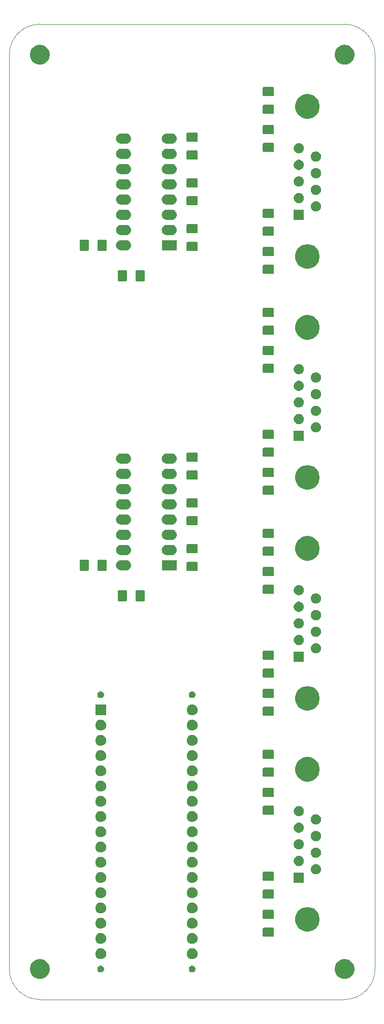
<source format=gbr>
G04 #@! TF.GenerationSoftware,KiCad,Pcbnew,5.1.5+dfsg1-2*
G04 #@! TF.CreationDate,2020-01-28T14:08:21-06:00*
G04 #@! TF.ProjectId,RS232-multiport,52533233-322d-46d7-956c-7469706f7274,2.0.0*
G04 #@! TF.SameCoordinates,Original*
G04 #@! TF.FileFunction,Soldermask,Top*
G04 #@! TF.FilePolarity,Negative*
%FSLAX46Y46*%
G04 Gerber Fmt 4.6, Leading zero omitted, Abs format (unit mm)*
G04 Created by KiCad (PCBNEW 5.1.5+dfsg1-2) date 2020-01-28 14:08:21*
%MOMM*%
%LPD*%
G04 APERTURE LIST*
%ADD10C,0.050000*%
%ADD11C,0.100000*%
G04 APERTURE END LIST*
D10*
X76200000Y-182880000D02*
X127000000Y-182880000D01*
X71120000Y-25400000D02*
X71120000Y-177800000D01*
X76200000Y-20320000D02*
X127000000Y-20320000D01*
X71120000Y-25400000D02*
G75*
G02X76200000Y-20320000I5080000J0D01*
G01*
X76200000Y-182880000D02*
G75*
G02X71120000Y-177800000I0J5080000D01*
G01*
X132080000Y-177800000D02*
G75*
G02X127000000Y-182880000I-5080000J0D01*
G01*
X132080000Y-177800000D02*
X132080000Y-25400000D01*
X127000000Y-20320000D02*
G75*
G02X132080000Y-25400000I0J-5080000D01*
G01*
D11*
G36*
X127375256Y-176191298D02*
G01*
X127481579Y-176212447D01*
X127782042Y-176336903D01*
X128052451Y-176517585D01*
X128282415Y-176747549D01*
X128282416Y-176747551D01*
X128463098Y-177017960D01*
X128587553Y-177318422D01*
X128651000Y-177637389D01*
X128651000Y-177962611D01*
X128630676Y-178064786D01*
X128587553Y-178281579D01*
X128463097Y-178582042D01*
X128282415Y-178852451D01*
X128052451Y-179082415D01*
X127782042Y-179263097D01*
X127481579Y-179387553D01*
X127375256Y-179408702D01*
X127162611Y-179451000D01*
X126837389Y-179451000D01*
X126624744Y-179408702D01*
X126518421Y-179387553D01*
X126217958Y-179263097D01*
X125947549Y-179082415D01*
X125717585Y-178852451D01*
X125536903Y-178582042D01*
X125412447Y-178281579D01*
X125369324Y-178064786D01*
X125349000Y-177962611D01*
X125349000Y-177637389D01*
X125412447Y-177318422D01*
X125536902Y-177017960D01*
X125717584Y-176747551D01*
X125717585Y-176747549D01*
X125947549Y-176517585D01*
X126217958Y-176336903D01*
X126518421Y-176212447D01*
X126624744Y-176191298D01*
X126837389Y-176149000D01*
X127162611Y-176149000D01*
X127375256Y-176191298D01*
G37*
G36*
X76575256Y-176191298D02*
G01*
X76681579Y-176212447D01*
X76982042Y-176336903D01*
X77252451Y-176517585D01*
X77482415Y-176747549D01*
X77482416Y-176747551D01*
X77663098Y-177017960D01*
X77787553Y-177318422D01*
X77851000Y-177637389D01*
X77851000Y-177962611D01*
X77830676Y-178064786D01*
X77787553Y-178281579D01*
X77663097Y-178582042D01*
X77482415Y-178852451D01*
X77252451Y-179082415D01*
X76982042Y-179263097D01*
X76681579Y-179387553D01*
X76575256Y-179408702D01*
X76362611Y-179451000D01*
X76037389Y-179451000D01*
X75824744Y-179408702D01*
X75718421Y-179387553D01*
X75417958Y-179263097D01*
X75147549Y-179082415D01*
X74917585Y-178852451D01*
X74736903Y-178582042D01*
X74612447Y-178281579D01*
X74569324Y-178064786D01*
X74549000Y-177962611D01*
X74549000Y-177637389D01*
X74612447Y-177318422D01*
X74736902Y-177017960D01*
X74917584Y-176747551D01*
X74917585Y-176747549D01*
X75147549Y-176517585D01*
X75417958Y-176336903D01*
X75718421Y-176212447D01*
X75824744Y-176191298D01*
X76037389Y-176149000D01*
X76362611Y-176149000D01*
X76575256Y-176191298D01*
G37*
G36*
X86523051Y-177262480D02*
G01*
X86573920Y-177283551D01*
X86624786Y-177304620D01*
X86716342Y-177365796D01*
X86794204Y-177443658D01*
X86855380Y-177535214D01*
X86876449Y-177586080D01*
X86897520Y-177636949D01*
X86919000Y-177744941D01*
X86919000Y-177855059D01*
X86897520Y-177963051D01*
X86876449Y-178013920D01*
X86855380Y-178064786D01*
X86794204Y-178156342D01*
X86716342Y-178234204D01*
X86624786Y-178295380D01*
X86573920Y-178316449D01*
X86523051Y-178337520D01*
X86415059Y-178359000D01*
X86304941Y-178359000D01*
X86196949Y-178337520D01*
X86146080Y-178316449D01*
X86095214Y-178295380D01*
X86003658Y-178234204D01*
X85925796Y-178156342D01*
X85864620Y-178064786D01*
X85843551Y-178013920D01*
X85822480Y-177963051D01*
X85801000Y-177855059D01*
X85801000Y-177744941D01*
X85822480Y-177636949D01*
X85843551Y-177586080D01*
X85864620Y-177535214D01*
X85925796Y-177443658D01*
X86003658Y-177365796D01*
X86095214Y-177304620D01*
X86146080Y-177283551D01*
X86196949Y-177262480D01*
X86304941Y-177241000D01*
X86415059Y-177241000D01*
X86523051Y-177262480D01*
G37*
G36*
X101763051Y-177262480D02*
G01*
X101813920Y-177283551D01*
X101864786Y-177304620D01*
X101956342Y-177365796D01*
X102034204Y-177443658D01*
X102095380Y-177535214D01*
X102116449Y-177586080D01*
X102137520Y-177636949D01*
X102159000Y-177744941D01*
X102159000Y-177855059D01*
X102137520Y-177963051D01*
X102116449Y-178013920D01*
X102095380Y-178064786D01*
X102034204Y-178156342D01*
X101956342Y-178234204D01*
X101864786Y-178295380D01*
X101813920Y-178316449D01*
X101763051Y-178337520D01*
X101655059Y-178359000D01*
X101544941Y-178359000D01*
X101436949Y-178337520D01*
X101386080Y-178316449D01*
X101335214Y-178295380D01*
X101243658Y-178234204D01*
X101165796Y-178156342D01*
X101104620Y-178064786D01*
X101083551Y-178013920D01*
X101062480Y-177963051D01*
X101041000Y-177855059D01*
X101041000Y-177744941D01*
X101062480Y-177636949D01*
X101083551Y-177586080D01*
X101104620Y-177535214D01*
X101165796Y-177443658D01*
X101243658Y-177365796D01*
X101335214Y-177304620D01*
X101386080Y-177283551D01*
X101436949Y-177262480D01*
X101544941Y-177241000D01*
X101655059Y-177241000D01*
X101763051Y-177262480D01*
G37*
G36*
X86626778Y-174380547D02*
G01*
X86793224Y-174449491D01*
X86943022Y-174549583D01*
X87070417Y-174676978D01*
X87170509Y-174826776D01*
X87239453Y-174993222D01*
X87274600Y-175169918D01*
X87274600Y-175350082D01*
X87239453Y-175526778D01*
X87170509Y-175693224D01*
X87070417Y-175843022D01*
X86943022Y-175970417D01*
X86793224Y-176070509D01*
X86626778Y-176139453D01*
X86450082Y-176174600D01*
X86269918Y-176174600D01*
X86093222Y-176139453D01*
X85926776Y-176070509D01*
X85776978Y-175970417D01*
X85649583Y-175843022D01*
X85549491Y-175693224D01*
X85480547Y-175526778D01*
X85445400Y-175350082D01*
X85445400Y-175169918D01*
X85480547Y-174993222D01*
X85549491Y-174826776D01*
X85649583Y-174676978D01*
X85776978Y-174549583D01*
X85926776Y-174449491D01*
X86093222Y-174380547D01*
X86269918Y-174345400D01*
X86450082Y-174345400D01*
X86626778Y-174380547D01*
G37*
G36*
X101866778Y-174380547D02*
G01*
X102033224Y-174449491D01*
X102183022Y-174549583D01*
X102310417Y-174676978D01*
X102410509Y-174826776D01*
X102479453Y-174993222D01*
X102514600Y-175169918D01*
X102514600Y-175350082D01*
X102479453Y-175526778D01*
X102410509Y-175693224D01*
X102310417Y-175843022D01*
X102183022Y-175970417D01*
X102033224Y-176070509D01*
X101866778Y-176139453D01*
X101690082Y-176174600D01*
X101509918Y-176174600D01*
X101333222Y-176139453D01*
X101166776Y-176070509D01*
X101016978Y-175970417D01*
X100889583Y-175843022D01*
X100789491Y-175693224D01*
X100720547Y-175526778D01*
X100685400Y-175350082D01*
X100685400Y-175169918D01*
X100720547Y-174993222D01*
X100789491Y-174826776D01*
X100889583Y-174676978D01*
X101016978Y-174549583D01*
X101166776Y-174449491D01*
X101333222Y-174380547D01*
X101509918Y-174345400D01*
X101690082Y-174345400D01*
X101866778Y-174380547D01*
G37*
G36*
X86626778Y-171840547D02*
G01*
X86793224Y-171909491D01*
X86943022Y-172009583D01*
X87070417Y-172136978D01*
X87170509Y-172286776D01*
X87239453Y-172453222D01*
X87274600Y-172629918D01*
X87274600Y-172810082D01*
X87239453Y-172986778D01*
X87170509Y-173153224D01*
X87070417Y-173303022D01*
X86943022Y-173430417D01*
X86793224Y-173530509D01*
X86626778Y-173599453D01*
X86450082Y-173634600D01*
X86269918Y-173634600D01*
X86093222Y-173599453D01*
X85926776Y-173530509D01*
X85776978Y-173430417D01*
X85649583Y-173303022D01*
X85549491Y-173153224D01*
X85480547Y-172986778D01*
X85445400Y-172810082D01*
X85445400Y-172629918D01*
X85480547Y-172453222D01*
X85549491Y-172286776D01*
X85649583Y-172136978D01*
X85776978Y-172009583D01*
X85926776Y-171909491D01*
X86093222Y-171840547D01*
X86269918Y-171805400D01*
X86450082Y-171805400D01*
X86626778Y-171840547D01*
G37*
G36*
X101866778Y-171840547D02*
G01*
X102033224Y-171909491D01*
X102183022Y-172009583D01*
X102310417Y-172136978D01*
X102410509Y-172286776D01*
X102479453Y-172453222D01*
X102514600Y-172629918D01*
X102514600Y-172810082D01*
X102479453Y-172986778D01*
X102410509Y-173153224D01*
X102310417Y-173303022D01*
X102183022Y-173430417D01*
X102033224Y-173530509D01*
X101866778Y-173599453D01*
X101690082Y-173634600D01*
X101509918Y-173634600D01*
X101333222Y-173599453D01*
X101166776Y-173530509D01*
X101016978Y-173430417D01*
X100889583Y-173303022D01*
X100789491Y-173153224D01*
X100720547Y-172986778D01*
X100685400Y-172810082D01*
X100685400Y-172629918D01*
X100720547Y-172453222D01*
X100789491Y-172286776D01*
X100889583Y-172136978D01*
X101016978Y-172009583D01*
X101166776Y-171909491D01*
X101333222Y-171840547D01*
X101509918Y-171805400D01*
X101690082Y-171805400D01*
X101866778Y-171840547D01*
G37*
G36*
X115075562Y-170908181D02*
G01*
X115110481Y-170918774D01*
X115142663Y-170935976D01*
X115170873Y-170959127D01*
X115194024Y-170987337D01*
X115211226Y-171019519D01*
X115221819Y-171054438D01*
X115226000Y-171096895D01*
X115226000Y-172238105D01*
X115221819Y-172280562D01*
X115211226Y-172315481D01*
X115194024Y-172347663D01*
X115170873Y-172375873D01*
X115142663Y-172399024D01*
X115110481Y-172416226D01*
X115075562Y-172426819D01*
X115033105Y-172431000D01*
X113566895Y-172431000D01*
X113524438Y-172426819D01*
X113489519Y-172416226D01*
X113457337Y-172399024D01*
X113429127Y-172375873D01*
X113405976Y-172347663D01*
X113388774Y-172315481D01*
X113378181Y-172280562D01*
X113374000Y-172238105D01*
X113374000Y-171096895D01*
X113378181Y-171054438D01*
X113388774Y-171019519D01*
X113405976Y-170987337D01*
X113429127Y-170959127D01*
X113457337Y-170935976D01*
X113489519Y-170918774D01*
X113524438Y-170908181D01*
X113566895Y-170904000D01*
X115033105Y-170904000D01*
X115075562Y-170908181D01*
G37*
G36*
X121398254Y-167547818D02*
G01*
X121771511Y-167702426D01*
X121771513Y-167702427D01*
X122107436Y-167926884D01*
X122393116Y-168212564D01*
X122485227Y-168350417D01*
X122617574Y-168548489D01*
X122772182Y-168921746D01*
X122851000Y-169317993D01*
X122851000Y-169722007D01*
X122772182Y-170118254D01*
X122617574Y-170491511D01*
X122617573Y-170491513D01*
X122393116Y-170827436D01*
X122107436Y-171113116D01*
X121771513Y-171337573D01*
X121771512Y-171337574D01*
X121771511Y-171337574D01*
X121398254Y-171492182D01*
X121002007Y-171571000D01*
X120597993Y-171571000D01*
X120201746Y-171492182D01*
X119828489Y-171337574D01*
X119828488Y-171337574D01*
X119828487Y-171337573D01*
X119492564Y-171113116D01*
X119206884Y-170827436D01*
X118982427Y-170491513D01*
X118982426Y-170491511D01*
X118827818Y-170118254D01*
X118749000Y-169722007D01*
X118749000Y-169317993D01*
X118827818Y-168921746D01*
X118982426Y-168548489D01*
X119114774Y-168350417D01*
X119206884Y-168212564D01*
X119492564Y-167926884D01*
X119828487Y-167702427D01*
X119828489Y-167702426D01*
X120201746Y-167547818D01*
X120597993Y-167469000D01*
X121002007Y-167469000D01*
X121398254Y-167547818D01*
G37*
G36*
X101866778Y-169300547D02*
G01*
X102033224Y-169369491D01*
X102183022Y-169469583D01*
X102310417Y-169596978D01*
X102410509Y-169746776D01*
X102479453Y-169913222D01*
X102514600Y-170089918D01*
X102514600Y-170270082D01*
X102479453Y-170446778D01*
X102410509Y-170613224D01*
X102310417Y-170763022D01*
X102183022Y-170890417D01*
X102033224Y-170990509D01*
X101866778Y-171059453D01*
X101690082Y-171094600D01*
X101509918Y-171094600D01*
X101333222Y-171059453D01*
X101166776Y-170990509D01*
X101016978Y-170890417D01*
X100889583Y-170763022D01*
X100789491Y-170613224D01*
X100720547Y-170446778D01*
X100685400Y-170270082D01*
X100685400Y-170089918D01*
X100720547Y-169913222D01*
X100789491Y-169746776D01*
X100889583Y-169596978D01*
X101016978Y-169469583D01*
X101166776Y-169369491D01*
X101333222Y-169300547D01*
X101509918Y-169265400D01*
X101690082Y-169265400D01*
X101866778Y-169300547D01*
G37*
G36*
X86626778Y-169300547D02*
G01*
X86793224Y-169369491D01*
X86943022Y-169469583D01*
X87070417Y-169596978D01*
X87170509Y-169746776D01*
X87239453Y-169913222D01*
X87274600Y-170089918D01*
X87274600Y-170270082D01*
X87239453Y-170446778D01*
X87170509Y-170613224D01*
X87070417Y-170763022D01*
X86943022Y-170890417D01*
X86793224Y-170990509D01*
X86626778Y-171059453D01*
X86450082Y-171094600D01*
X86269918Y-171094600D01*
X86093222Y-171059453D01*
X85926776Y-170990509D01*
X85776978Y-170890417D01*
X85649583Y-170763022D01*
X85549491Y-170613224D01*
X85480547Y-170446778D01*
X85445400Y-170270082D01*
X85445400Y-170089918D01*
X85480547Y-169913222D01*
X85549491Y-169746776D01*
X85649583Y-169596978D01*
X85776978Y-169469583D01*
X85926776Y-169369491D01*
X86093222Y-169300547D01*
X86269918Y-169265400D01*
X86450082Y-169265400D01*
X86626778Y-169300547D01*
G37*
G36*
X115075562Y-167933181D02*
G01*
X115110481Y-167943774D01*
X115142663Y-167960976D01*
X115170873Y-167984127D01*
X115194024Y-168012337D01*
X115211226Y-168044519D01*
X115221819Y-168079438D01*
X115226000Y-168121895D01*
X115226000Y-169263105D01*
X115221819Y-169305562D01*
X115211226Y-169340481D01*
X115194024Y-169372663D01*
X115170873Y-169400873D01*
X115142663Y-169424024D01*
X115110481Y-169441226D01*
X115075562Y-169451819D01*
X115033105Y-169456000D01*
X113566895Y-169456000D01*
X113524438Y-169451819D01*
X113489519Y-169441226D01*
X113457337Y-169424024D01*
X113429127Y-169400873D01*
X113405976Y-169372663D01*
X113388774Y-169340481D01*
X113378181Y-169305562D01*
X113374000Y-169263105D01*
X113374000Y-168121895D01*
X113378181Y-168079438D01*
X113388774Y-168044519D01*
X113405976Y-168012337D01*
X113429127Y-167984127D01*
X113457337Y-167960976D01*
X113489519Y-167943774D01*
X113524438Y-167933181D01*
X113566895Y-167929000D01*
X115033105Y-167929000D01*
X115075562Y-167933181D01*
G37*
G36*
X101866778Y-166760547D02*
G01*
X102033224Y-166829491D01*
X102183022Y-166929583D01*
X102310417Y-167056978D01*
X102410509Y-167206776D01*
X102479453Y-167373222D01*
X102514600Y-167549918D01*
X102514600Y-167730082D01*
X102479453Y-167906778D01*
X102410509Y-168073224D01*
X102310417Y-168223022D01*
X102183022Y-168350417D01*
X102033224Y-168450509D01*
X101866778Y-168519453D01*
X101690082Y-168554600D01*
X101509918Y-168554600D01*
X101333222Y-168519453D01*
X101166776Y-168450509D01*
X101016978Y-168350417D01*
X100889583Y-168223022D01*
X100789491Y-168073224D01*
X100720547Y-167906778D01*
X100685400Y-167730082D01*
X100685400Y-167549918D01*
X100720547Y-167373222D01*
X100789491Y-167206776D01*
X100889583Y-167056978D01*
X101016978Y-166929583D01*
X101166776Y-166829491D01*
X101333222Y-166760547D01*
X101509918Y-166725400D01*
X101690082Y-166725400D01*
X101866778Y-166760547D01*
G37*
G36*
X86626778Y-166760547D02*
G01*
X86793224Y-166829491D01*
X86943022Y-166929583D01*
X87070417Y-167056978D01*
X87170509Y-167206776D01*
X87239453Y-167373222D01*
X87274600Y-167549918D01*
X87274600Y-167730082D01*
X87239453Y-167906778D01*
X87170509Y-168073224D01*
X87070417Y-168223022D01*
X86943022Y-168350417D01*
X86793224Y-168450509D01*
X86626778Y-168519453D01*
X86450082Y-168554600D01*
X86269918Y-168554600D01*
X86093222Y-168519453D01*
X85926776Y-168450509D01*
X85776978Y-168350417D01*
X85649583Y-168223022D01*
X85549491Y-168073224D01*
X85480547Y-167906778D01*
X85445400Y-167730082D01*
X85445400Y-167549918D01*
X85480547Y-167373222D01*
X85549491Y-167206776D01*
X85649583Y-167056978D01*
X85776978Y-166929583D01*
X85926776Y-166829491D01*
X86093222Y-166760547D01*
X86269918Y-166725400D01*
X86450082Y-166725400D01*
X86626778Y-166760547D01*
G37*
G36*
X115075562Y-164558181D02*
G01*
X115110481Y-164568774D01*
X115142663Y-164585976D01*
X115170873Y-164609127D01*
X115194024Y-164637337D01*
X115211226Y-164669519D01*
X115221819Y-164704438D01*
X115226000Y-164746895D01*
X115226000Y-165888105D01*
X115221819Y-165930562D01*
X115211226Y-165965481D01*
X115194024Y-165997663D01*
X115170873Y-166025873D01*
X115142663Y-166049024D01*
X115110481Y-166066226D01*
X115075562Y-166076819D01*
X115033105Y-166081000D01*
X113566895Y-166081000D01*
X113524438Y-166076819D01*
X113489519Y-166066226D01*
X113457337Y-166049024D01*
X113429127Y-166025873D01*
X113405976Y-165997663D01*
X113388774Y-165965481D01*
X113378181Y-165930562D01*
X113374000Y-165888105D01*
X113374000Y-164746895D01*
X113378181Y-164704438D01*
X113388774Y-164669519D01*
X113405976Y-164637337D01*
X113429127Y-164609127D01*
X113457337Y-164585976D01*
X113489519Y-164568774D01*
X113524438Y-164558181D01*
X113566895Y-164554000D01*
X115033105Y-164554000D01*
X115075562Y-164558181D01*
G37*
G36*
X86626778Y-164220547D02*
G01*
X86793224Y-164289491D01*
X86943022Y-164389583D01*
X87070417Y-164516978D01*
X87170509Y-164666776D01*
X87239453Y-164833222D01*
X87274600Y-165009918D01*
X87274600Y-165190082D01*
X87239453Y-165366778D01*
X87170509Y-165533224D01*
X87070417Y-165683022D01*
X86943022Y-165810417D01*
X86793224Y-165910509D01*
X86626778Y-165979453D01*
X86450082Y-166014600D01*
X86269918Y-166014600D01*
X86093222Y-165979453D01*
X85926776Y-165910509D01*
X85776978Y-165810417D01*
X85649583Y-165683022D01*
X85549491Y-165533224D01*
X85480547Y-165366778D01*
X85445400Y-165190082D01*
X85445400Y-165009918D01*
X85480547Y-164833222D01*
X85549491Y-164666776D01*
X85649583Y-164516978D01*
X85776978Y-164389583D01*
X85926776Y-164289491D01*
X86093222Y-164220547D01*
X86269918Y-164185400D01*
X86450082Y-164185400D01*
X86626778Y-164220547D01*
G37*
G36*
X101866778Y-164220547D02*
G01*
X102033224Y-164289491D01*
X102183022Y-164389583D01*
X102310417Y-164516978D01*
X102410509Y-164666776D01*
X102479453Y-164833222D01*
X102514600Y-165009918D01*
X102514600Y-165190082D01*
X102479453Y-165366778D01*
X102410509Y-165533224D01*
X102310417Y-165683022D01*
X102183022Y-165810417D01*
X102033224Y-165910509D01*
X101866778Y-165979453D01*
X101690082Y-166014600D01*
X101509918Y-166014600D01*
X101333222Y-165979453D01*
X101166776Y-165910509D01*
X101016978Y-165810417D01*
X100889583Y-165683022D01*
X100789491Y-165533224D01*
X100720547Y-165366778D01*
X100685400Y-165190082D01*
X100685400Y-165009918D01*
X100720547Y-164833222D01*
X100789491Y-164666776D01*
X100889583Y-164516978D01*
X101016978Y-164389583D01*
X101166776Y-164289491D01*
X101333222Y-164220547D01*
X101509918Y-164185400D01*
X101690082Y-164185400D01*
X101866778Y-164220547D01*
G37*
G36*
X86626778Y-161680547D02*
G01*
X86793224Y-161749491D01*
X86943022Y-161849583D01*
X87070417Y-161976978D01*
X87170509Y-162126776D01*
X87239453Y-162293222D01*
X87274600Y-162469918D01*
X87274600Y-162650082D01*
X87239453Y-162826778D01*
X87170509Y-162993224D01*
X87070417Y-163143022D01*
X86943022Y-163270417D01*
X86793224Y-163370509D01*
X86626778Y-163439453D01*
X86450082Y-163474600D01*
X86269918Y-163474600D01*
X86093222Y-163439453D01*
X85926776Y-163370509D01*
X85776978Y-163270417D01*
X85649583Y-163143022D01*
X85549491Y-162993224D01*
X85480547Y-162826778D01*
X85445400Y-162650082D01*
X85445400Y-162469918D01*
X85480547Y-162293222D01*
X85549491Y-162126776D01*
X85649583Y-161976978D01*
X85776978Y-161849583D01*
X85926776Y-161749491D01*
X86093222Y-161680547D01*
X86269918Y-161645400D01*
X86450082Y-161645400D01*
X86626778Y-161680547D01*
G37*
G36*
X101866778Y-161680547D02*
G01*
X102033224Y-161749491D01*
X102183022Y-161849583D01*
X102310417Y-161976978D01*
X102410509Y-162126776D01*
X102479453Y-162293222D01*
X102514600Y-162469918D01*
X102514600Y-162650082D01*
X102479453Y-162826778D01*
X102410509Y-162993224D01*
X102310417Y-163143022D01*
X102183022Y-163270417D01*
X102033224Y-163370509D01*
X101866778Y-163439453D01*
X101690082Y-163474600D01*
X101509918Y-163474600D01*
X101333222Y-163439453D01*
X101166776Y-163370509D01*
X101016978Y-163270417D01*
X100889583Y-163143022D01*
X100789491Y-162993224D01*
X100720547Y-162826778D01*
X100685400Y-162650082D01*
X100685400Y-162469918D01*
X100720547Y-162293222D01*
X100789491Y-162126776D01*
X100889583Y-161976978D01*
X101016978Y-161849583D01*
X101166776Y-161749491D01*
X101333222Y-161680547D01*
X101509918Y-161645400D01*
X101690082Y-161645400D01*
X101866778Y-161680547D01*
G37*
G36*
X120231000Y-163411000D02*
G01*
X118529000Y-163411000D01*
X118529000Y-161709000D01*
X120231000Y-161709000D01*
X120231000Y-163411000D01*
G37*
G36*
X115075562Y-161583181D02*
G01*
X115110481Y-161593774D01*
X115142663Y-161610976D01*
X115170873Y-161634127D01*
X115194024Y-161662337D01*
X115211226Y-161694519D01*
X115221819Y-161729438D01*
X115226000Y-161771895D01*
X115226000Y-162913105D01*
X115221819Y-162955562D01*
X115211226Y-162990481D01*
X115194024Y-163022663D01*
X115170873Y-163050873D01*
X115142663Y-163074024D01*
X115110481Y-163091226D01*
X115075562Y-163101819D01*
X115033105Y-163106000D01*
X113566895Y-163106000D01*
X113524438Y-163101819D01*
X113489519Y-163091226D01*
X113457337Y-163074024D01*
X113429127Y-163050873D01*
X113405976Y-163022663D01*
X113388774Y-162990481D01*
X113378181Y-162955562D01*
X113374000Y-162913105D01*
X113374000Y-161771895D01*
X113378181Y-161729438D01*
X113388774Y-161694519D01*
X113405976Y-161662337D01*
X113429127Y-161634127D01*
X113457337Y-161610976D01*
X113489519Y-161593774D01*
X113524438Y-161583181D01*
X113566895Y-161579000D01*
X115033105Y-161579000D01*
X115075562Y-161583181D01*
G37*
G36*
X122468228Y-160356703D02*
G01*
X122623100Y-160420853D01*
X122762481Y-160513985D01*
X122881015Y-160632519D01*
X122974147Y-160771900D01*
X123038297Y-160926772D01*
X123071000Y-161091184D01*
X123071000Y-161258816D01*
X123038297Y-161423228D01*
X122974147Y-161578100D01*
X122881015Y-161717481D01*
X122762481Y-161836015D01*
X122623100Y-161929147D01*
X122468228Y-161993297D01*
X122303816Y-162026000D01*
X122136184Y-162026000D01*
X121971772Y-161993297D01*
X121816900Y-161929147D01*
X121677519Y-161836015D01*
X121558985Y-161717481D01*
X121465853Y-161578100D01*
X121401703Y-161423228D01*
X121369000Y-161258816D01*
X121369000Y-161091184D01*
X121401703Y-160926772D01*
X121465853Y-160771900D01*
X121558985Y-160632519D01*
X121677519Y-160513985D01*
X121816900Y-160420853D01*
X121971772Y-160356703D01*
X122136184Y-160324000D01*
X122303816Y-160324000D01*
X122468228Y-160356703D01*
G37*
G36*
X101866778Y-159140547D02*
G01*
X102033224Y-159209491D01*
X102183022Y-159309583D01*
X102310417Y-159436978D01*
X102410509Y-159586776D01*
X102479453Y-159753222D01*
X102514600Y-159929918D01*
X102514600Y-160110082D01*
X102479453Y-160286778D01*
X102410509Y-160453224D01*
X102310417Y-160603022D01*
X102183022Y-160730417D01*
X102033224Y-160830509D01*
X101866778Y-160899453D01*
X101690082Y-160934600D01*
X101509918Y-160934600D01*
X101333222Y-160899453D01*
X101166776Y-160830509D01*
X101016978Y-160730417D01*
X100889583Y-160603022D01*
X100789491Y-160453224D01*
X100720547Y-160286778D01*
X100685400Y-160110082D01*
X100685400Y-159929918D01*
X100720547Y-159753222D01*
X100789491Y-159586776D01*
X100889583Y-159436978D01*
X101016978Y-159309583D01*
X101166776Y-159209491D01*
X101333222Y-159140547D01*
X101509918Y-159105400D01*
X101690082Y-159105400D01*
X101866778Y-159140547D01*
G37*
G36*
X86626778Y-159140547D02*
G01*
X86793224Y-159209491D01*
X86943022Y-159309583D01*
X87070417Y-159436978D01*
X87170509Y-159586776D01*
X87239453Y-159753222D01*
X87274600Y-159929918D01*
X87274600Y-160110082D01*
X87239453Y-160286778D01*
X87170509Y-160453224D01*
X87070417Y-160603022D01*
X86943022Y-160730417D01*
X86793224Y-160830509D01*
X86626778Y-160899453D01*
X86450082Y-160934600D01*
X86269918Y-160934600D01*
X86093222Y-160899453D01*
X85926776Y-160830509D01*
X85776978Y-160730417D01*
X85649583Y-160603022D01*
X85549491Y-160453224D01*
X85480547Y-160286778D01*
X85445400Y-160110082D01*
X85445400Y-159929918D01*
X85480547Y-159753222D01*
X85549491Y-159586776D01*
X85649583Y-159436978D01*
X85776978Y-159309583D01*
X85926776Y-159209491D01*
X86093222Y-159140547D01*
X86269918Y-159105400D01*
X86450082Y-159105400D01*
X86626778Y-159140547D01*
G37*
G36*
X119628228Y-158971703D02*
G01*
X119783100Y-159035853D01*
X119922481Y-159128985D01*
X120041015Y-159247519D01*
X120134147Y-159386900D01*
X120198297Y-159541772D01*
X120231000Y-159706184D01*
X120231000Y-159873816D01*
X120198297Y-160038228D01*
X120134147Y-160193100D01*
X120041015Y-160332481D01*
X119922481Y-160451015D01*
X119783100Y-160544147D01*
X119628228Y-160608297D01*
X119463816Y-160641000D01*
X119296184Y-160641000D01*
X119131772Y-160608297D01*
X118976900Y-160544147D01*
X118837519Y-160451015D01*
X118718985Y-160332481D01*
X118625853Y-160193100D01*
X118561703Y-160038228D01*
X118529000Y-159873816D01*
X118529000Y-159706184D01*
X118561703Y-159541772D01*
X118625853Y-159386900D01*
X118718985Y-159247519D01*
X118837519Y-159128985D01*
X118976900Y-159035853D01*
X119131772Y-158971703D01*
X119296184Y-158939000D01*
X119463816Y-158939000D01*
X119628228Y-158971703D01*
G37*
G36*
X122468228Y-157586703D02*
G01*
X122623100Y-157650853D01*
X122762481Y-157743985D01*
X122881015Y-157862519D01*
X122974147Y-158001900D01*
X123038297Y-158156772D01*
X123071000Y-158321184D01*
X123071000Y-158488816D01*
X123038297Y-158653228D01*
X122974147Y-158808100D01*
X122881015Y-158947481D01*
X122762481Y-159066015D01*
X122623100Y-159159147D01*
X122468228Y-159223297D01*
X122303816Y-159256000D01*
X122136184Y-159256000D01*
X121971772Y-159223297D01*
X121816900Y-159159147D01*
X121677519Y-159066015D01*
X121558985Y-158947481D01*
X121465853Y-158808100D01*
X121401703Y-158653228D01*
X121369000Y-158488816D01*
X121369000Y-158321184D01*
X121401703Y-158156772D01*
X121465853Y-158001900D01*
X121558985Y-157862519D01*
X121677519Y-157743985D01*
X121816900Y-157650853D01*
X121971772Y-157586703D01*
X122136184Y-157554000D01*
X122303816Y-157554000D01*
X122468228Y-157586703D01*
G37*
G36*
X86626778Y-156600547D02*
G01*
X86793224Y-156669491D01*
X86943022Y-156769583D01*
X87070417Y-156896978D01*
X87170509Y-157046776D01*
X87239453Y-157213222D01*
X87274600Y-157389918D01*
X87274600Y-157570082D01*
X87239453Y-157746778D01*
X87170509Y-157913224D01*
X87070417Y-158063022D01*
X86943022Y-158190417D01*
X86793224Y-158290509D01*
X86626778Y-158359453D01*
X86450082Y-158394600D01*
X86269918Y-158394600D01*
X86093222Y-158359453D01*
X85926776Y-158290509D01*
X85776978Y-158190417D01*
X85649583Y-158063022D01*
X85549491Y-157913224D01*
X85480547Y-157746778D01*
X85445400Y-157570082D01*
X85445400Y-157389918D01*
X85480547Y-157213222D01*
X85549491Y-157046776D01*
X85649583Y-156896978D01*
X85776978Y-156769583D01*
X85926776Y-156669491D01*
X86093222Y-156600547D01*
X86269918Y-156565400D01*
X86450082Y-156565400D01*
X86626778Y-156600547D01*
G37*
G36*
X101866778Y-156600547D02*
G01*
X102033224Y-156669491D01*
X102183022Y-156769583D01*
X102310417Y-156896978D01*
X102410509Y-157046776D01*
X102479453Y-157213222D01*
X102514600Y-157389918D01*
X102514600Y-157570082D01*
X102479453Y-157746778D01*
X102410509Y-157913224D01*
X102310417Y-158063022D01*
X102183022Y-158190417D01*
X102033224Y-158290509D01*
X101866778Y-158359453D01*
X101690082Y-158394600D01*
X101509918Y-158394600D01*
X101333222Y-158359453D01*
X101166776Y-158290509D01*
X101016978Y-158190417D01*
X100889583Y-158063022D01*
X100789491Y-157913224D01*
X100720547Y-157746778D01*
X100685400Y-157570082D01*
X100685400Y-157389918D01*
X100720547Y-157213222D01*
X100789491Y-157046776D01*
X100889583Y-156896978D01*
X101016978Y-156769583D01*
X101166776Y-156669491D01*
X101333222Y-156600547D01*
X101509918Y-156565400D01*
X101690082Y-156565400D01*
X101866778Y-156600547D01*
G37*
G36*
X119628228Y-156201703D02*
G01*
X119783100Y-156265853D01*
X119922481Y-156358985D01*
X120041015Y-156477519D01*
X120134147Y-156616900D01*
X120198297Y-156771772D01*
X120231000Y-156936184D01*
X120231000Y-157103816D01*
X120198297Y-157268228D01*
X120134147Y-157423100D01*
X120041015Y-157562481D01*
X119922481Y-157681015D01*
X119783100Y-157774147D01*
X119628228Y-157838297D01*
X119463816Y-157871000D01*
X119296184Y-157871000D01*
X119131772Y-157838297D01*
X118976900Y-157774147D01*
X118837519Y-157681015D01*
X118718985Y-157562481D01*
X118625853Y-157423100D01*
X118561703Y-157268228D01*
X118529000Y-157103816D01*
X118529000Y-156936184D01*
X118561703Y-156771772D01*
X118625853Y-156616900D01*
X118718985Y-156477519D01*
X118837519Y-156358985D01*
X118976900Y-156265853D01*
X119131772Y-156201703D01*
X119296184Y-156169000D01*
X119463816Y-156169000D01*
X119628228Y-156201703D01*
G37*
G36*
X122468228Y-154816703D02*
G01*
X122623100Y-154880853D01*
X122762481Y-154973985D01*
X122881015Y-155092519D01*
X122974147Y-155231900D01*
X123038297Y-155386772D01*
X123071000Y-155551184D01*
X123071000Y-155718816D01*
X123038297Y-155883228D01*
X122974147Y-156038100D01*
X122881015Y-156177481D01*
X122762481Y-156296015D01*
X122623100Y-156389147D01*
X122468228Y-156453297D01*
X122303816Y-156486000D01*
X122136184Y-156486000D01*
X121971772Y-156453297D01*
X121816900Y-156389147D01*
X121677519Y-156296015D01*
X121558985Y-156177481D01*
X121465853Y-156038100D01*
X121401703Y-155883228D01*
X121369000Y-155718816D01*
X121369000Y-155551184D01*
X121401703Y-155386772D01*
X121465853Y-155231900D01*
X121558985Y-155092519D01*
X121677519Y-154973985D01*
X121816900Y-154880853D01*
X121971772Y-154816703D01*
X122136184Y-154784000D01*
X122303816Y-154784000D01*
X122468228Y-154816703D01*
G37*
G36*
X86626778Y-154060547D02*
G01*
X86793224Y-154129491D01*
X86943022Y-154229583D01*
X87070417Y-154356978D01*
X87170509Y-154506776D01*
X87239453Y-154673222D01*
X87274600Y-154849918D01*
X87274600Y-155030082D01*
X87239453Y-155206778D01*
X87170509Y-155373224D01*
X87070417Y-155523022D01*
X86943022Y-155650417D01*
X86793224Y-155750509D01*
X86626778Y-155819453D01*
X86450082Y-155854600D01*
X86269918Y-155854600D01*
X86093222Y-155819453D01*
X85926776Y-155750509D01*
X85776978Y-155650417D01*
X85649583Y-155523022D01*
X85549491Y-155373224D01*
X85480547Y-155206778D01*
X85445400Y-155030082D01*
X85445400Y-154849918D01*
X85480547Y-154673222D01*
X85549491Y-154506776D01*
X85649583Y-154356978D01*
X85776978Y-154229583D01*
X85926776Y-154129491D01*
X86093222Y-154060547D01*
X86269918Y-154025400D01*
X86450082Y-154025400D01*
X86626778Y-154060547D01*
G37*
G36*
X101866778Y-154060547D02*
G01*
X102033224Y-154129491D01*
X102183022Y-154229583D01*
X102310417Y-154356978D01*
X102410509Y-154506776D01*
X102479453Y-154673222D01*
X102514600Y-154849918D01*
X102514600Y-155030082D01*
X102479453Y-155206778D01*
X102410509Y-155373224D01*
X102310417Y-155523022D01*
X102183022Y-155650417D01*
X102033224Y-155750509D01*
X101866778Y-155819453D01*
X101690082Y-155854600D01*
X101509918Y-155854600D01*
X101333222Y-155819453D01*
X101166776Y-155750509D01*
X101016978Y-155650417D01*
X100889583Y-155523022D01*
X100789491Y-155373224D01*
X100720547Y-155206778D01*
X100685400Y-155030082D01*
X100685400Y-154849918D01*
X100720547Y-154673222D01*
X100789491Y-154506776D01*
X100889583Y-154356978D01*
X101016978Y-154229583D01*
X101166776Y-154129491D01*
X101333222Y-154060547D01*
X101509918Y-154025400D01*
X101690082Y-154025400D01*
X101866778Y-154060547D01*
G37*
G36*
X119628228Y-153431703D02*
G01*
X119783100Y-153495853D01*
X119922481Y-153588985D01*
X120041015Y-153707519D01*
X120134147Y-153846900D01*
X120198297Y-154001772D01*
X120231000Y-154166184D01*
X120231000Y-154333816D01*
X120198297Y-154498228D01*
X120134147Y-154653100D01*
X120041015Y-154792481D01*
X119922481Y-154911015D01*
X119783100Y-155004147D01*
X119628228Y-155068297D01*
X119463816Y-155101000D01*
X119296184Y-155101000D01*
X119131772Y-155068297D01*
X118976900Y-155004147D01*
X118837519Y-154911015D01*
X118718985Y-154792481D01*
X118625853Y-154653100D01*
X118561703Y-154498228D01*
X118529000Y-154333816D01*
X118529000Y-154166184D01*
X118561703Y-154001772D01*
X118625853Y-153846900D01*
X118718985Y-153707519D01*
X118837519Y-153588985D01*
X118976900Y-153495853D01*
X119131772Y-153431703D01*
X119296184Y-153399000D01*
X119463816Y-153399000D01*
X119628228Y-153431703D01*
G37*
G36*
X122468228Y-152046703D02*
G01*
X122623100Y-152110853D01*
X122762481Y-152203985D01*
X122881015Y-152322519D01*
X122974147Y-152461900D01*
X123038297Y-152616772D01*
X123071000Y-152781184D01*
X123071000Y-152948816D01*
X123038297Y-153113228D01*
X122974147Y-153268100D01*
X122881015Y-153407481D01*
X122762481Y-153526015D01*
X122623100Y-153619147D01*
X122468228Y-153683297D01*
X122303816Y-153716000D01*
X122136184Y-153716000D01*
X121971772Y-153683297D01*
X121816900Y-153619147D01*
X121677519Y-153526015D01*
X121558985Y-153407481D01*
X121465853Y-153268100D01*
X121401703Y-153113228D01*
X121369000Y-152948816D01*
X121369000Y-152781184D01*
X121401703Y-152616772D01*
X121465853Y-152461900D01*
X121558985Y-152322519D01*
X121677519Y-152203985D01*
X121816900Y-152110853D01*
X121971772Y-152046703D01*
X122136184Y-152014000D01*
X122303816Y-152014000D01*
X122468228Y-152046703D01*
G37*
G36*
X101866778Y-151520547D02*
G01*
X102033224Y-151589491D01*
X102183022Y-151689583D01*
X102310417Y-151816978D01*
X102410509Y-151966776D01*
X102479453Y-152133222D01*
X102514600Y-152309918D01*
X102514600Y-152490082D01*
X102479453Y-152666778D01*
X102410509Y-152833224D01*
X102310417Y-152983022D01*
X102183022Y-153110417D01*
X102033224Y-153210509D01*
X101866778Y-153279453D01*
X101690082Y-153314600D01*
X101509918Y-153314600D01*
X101333222Y-153279453D01*
X101166776Y-153210509D01*
X101016978Y-153110417D01*
X100889583Y-152983022D01*
X100789491Y-152833224D01*
X100720547Y-152666778D01*
X100685400Y-152490082D01*
X100685400Y-152309918D01*
X100720547Y-152133222D01*
X100789491Y-151966776D01*
X100889583Y-151816978D01*
X101016978Y-151689583D01*
X101166776Y-151589491D01*
X101333222Y-151520547D01*
X101509918Y-151485400D01*
X101690082Y-151485400D01*
X101866778Y-151520547D01*
G37*
G36*
X86626778Y-151520547D02*
G01*
X86793224Y-151589491D01*
X86943022Y-151689583D01*
X87070417Y-151816978D01*
X87170509Y-151966776D01*
X87239453Y-152133222D01*
X87274600Y-152309918D01*
X87274600Y-152490082D01*
X87239453Y-152666778D01*
X87170509Y-152833224D01*
X87070417Y-152983022D01*
X86943022Y-153110417D01*
X86793224Y-153210509D01*
X86626778Y-153279453D01*
X86450082Y-153314600D01*
X86269918Y-153314600D01*
X86093222Y-153279453D01*
X85926776Y-153210509D01*
X85776978Y-153110417D01*
X85649583Y-152983022D01*
X85549491Y-152833224D01*
X85480547Y-152666778D01*
X85445400Y-152490082D01*
X85445400Y-152309918D01*
X85480547Y-152133222D01*
X85549491Y-151966776D01*
X85649583Y-151816978D01*
X85776978Y-151689583D01*
X85926776Y-151589491D01*
X86093222Y-151520547D01*
X86269918Y-151485400D01*
X86450082Y-151485400D01*
X86626778Y-151520547D01*
G37*
G36*
X119628228Y-150661703D02*
G01*
X119783100Y-150725853D01*
X119922481Y-150818985D01*
X120041015Y-150937519D01*
X120134147Y-151076900D01*
X120198297Y-151231772D01*
X120231000Y-151396184D01*
X120231000Y-151563816D01*
X120198297Y-151728228D01*
X120134147Y-151883100D01*
X120041015Y-152022481D01*
X119922481Y-152141015D01*
X119783100Y-152234147D01*
X119628228Y-152298297D01*
X119463816Y-152331000D01*
X119296184Y-152331000D01*
X119131772Y-152298297D01*
X118976900Y-152234147D01*
X118837519Y-152141015D01*
X118718985Y-152022481D01*
X118625853Y-151883100D01*
X118561703Y-151728228D01*
X118529000Y-151563816D01*
X118529000Y-151396184D01*
X118561703Y-151231772D01*
X118625853Y-151076900D01*
X118718985Y-150937519D01*
X118837519Y-150818985D01*
X118976900Y-150725853D01*
X119131772Y-150661703D01*
X119296184Y-150629000D01*
X119463816Y-150629000D01*
X119628228Y-150661703D01*
G37*
G36*
X115075562Y-150588181D02*
G01*
X115110481Y-150598774D01*
X115142663Y-150615976D01*
X115170873Y-150639127D01*
X115194024Y-150667337D01*
X115211226Y-150699519D01*
X115221819Y-150734438D01*
X115226000Y-150776895D01*
X115226000Y-151918105D01*
X115221819Y-151960562D01*
X115211226Y-151995481D01*
X115194024Y-152027663D01*
X115170873Y-152055873D01*
X115142663Y-152079024D01*
X115110481Y-152096226D01*
X115075562Y-152106819D01*
X115033105Y-152111000D01*
X113566895Y-152111000D01*
X113524438Y-152106819D01*
X113489519Y-152096226D01*
X113457337Y-152079024D01*
X113429127Y-152055873D01*
X113405976Y-152027663D01*
X113388774Y-151995481D01*
X113378181Y-151960562D01*
X113374000Y-151918105D01*
X113374000Y-150776895D01*
X113378181Y-150734438D01*
X113388774Y-150699519D01*
X113405976Y-150667337D01*
X113429127Y-150639127D01*
X113457337Y-150615976D01*
X113489519Y-150598774D01*
X113524438Y-150588181D01*
X113566895Y-150584000D01*
X115033105Y-150584000D01*
X115075562Y-150588181D01*
G37*
G36*
X86626778Y-148980547D02*
G01*
X86793224Y-149049491D01*
X86943022Y-149149583D01*
X87070417Y-149276978D01*
X87170509Y-149426776D01*
X87239453Y-149593222D01*
X87274600Y-149769918D01*
X87274600Y-149950082D01*
X87239453Y-150126778D01*
X87170509Y-150293224D01*
X87070417Y-150443022D01*
X86943022Y-150570417D01*
X86793224Y-150670509D01*
X86626778Y-150739453D01*
X86450082Y-150774600D01*
X86269918Y-150774600D01*
X86093222Y-150739453D01*
X85926776Y-150670509D01*
X85776978Y-150570417D01*
X85649583Y-150443022D01*
X85549491Y-150293224D01*
X85480547Y-150126778D01*
X85445400Y-149950082D01*
X85445400Y-149769918D01*
X85480547Y-149593222D01*
X85549491Y-149426776D01*
X85649583Y-149276978D01*
X85776978Y-149149583D01*
X85926776Y-149049491D01*
X86093222Y-148980547D01*
X86269918Y-148945400D01*
X86450082Y-148945400D01*
X86626778Y-148980547D01*
G37*
G36*
X101866778Y-148980547D02*
G01*
X102033224Y-149049491D01*
X102183022Y-149149583D01*
X102310417Y-149276978D01*
X102410509Y-149426776D01*
X102479453Y-149593222D01*
X102514600Y-149769918D01*
X102514600Y-149950082D01*
X102479453Y-150126778D01*
X102410509Y-150293224D01*
X102310417Y-150443022D01*
X102183022Y-150570417D01*
X102033224Y-150670509D01*
X101866778Y-150739453D01*
X101690082Y-150774600D01*
X101509918Y-150774600D01*
X101333222Y-150739453D01*
X101166776Y-150670509D01*
X101016978Y-150570417D01*
X100889583Y-150443022D01*
X100789491Y-150293224D01*
X100720547Y-150126778D01*
X100685400Y-149950082D01*
X100685400Y-149769918D01*
X100720547Y-149593222D01*
X100789491Y-149426776D01*
X100889583Y-149276978D01*
X101016978Y-149149583D01*
X101166776Y-149049491D01*
X101333222Y-148980547D01*
X101509918Y-148945400D01*
X101690082Y-148945400D01*
X101866778Y-148980547D01*
G37*
G36*
X115075562Y-147613181D02*
G01*
X115110481Y-147623774D01*
X115142663Y-147640976D01*
X115170873Y-147664127D01*
X115194024Y-147692337D01*
X115211226Y-147724519D01*
X115221819Y-147759438D01*
X115226000Y-147801895D01*
X115226000Y-148943105D01*
X115221819Y-148985562D01*
X115211226Y-149020481D01*
X115194024Y-149052663D01*
X115170873Y-149080873D01*
X115142663Y-149104024D01*
X115110481Y-149121226D01*
X115075562Y-149131819D01*
X115033105Y-149136000D01*
X113566895Y-149136000D01*
X113524438Y-149131819D01*
X113489519Y-149121226D01*
X113457337Y-149104024D01*
X113429127Y-149080873D01*
X113405976Y-149052663D01*
X113388774Y-149020481D01*
X113378181Y-148985562D01*
X113374000Y-148943105D01*
X113374000Y-147801895D01*
X113378181Y-147759438D01*
X113388774Y-147724519D01*
X113405976Y-147692337D01*
X113429127Y-147664127D01*
X113457337Y-147640976D01*
X113489519Y-147623774D01*
X113524438Y-147613181D01*
X113566895Y-147609000D01*
X115033105Y-147609000D01*
X115075562Y-147613181D01*
G37*
G36*
X101866778Y-146440547D02*
G01*
X102033224Y-146509491D01*
X102183022Y-146609583D01*
X102310417Y-146736978D01*
X102410509Y-146886776D01*
X102479453Y-147053222D01*
X102514600Y-147229918D01*
X102514600Y-147410082D01*
X102479453Y-147586778D01*
X102410509Y-147753224D01*
X102310417Y-147903022D01*
X102183022Y-148030417D01*
X102033224Y-148130509D01*
X101866778Y-148199453D01*
X101690082Y-148234600D01*
X101509918Y-148234600D01*
X101333222Y-148199453D01*
X101166776Y-148130509D01*
X101016978Y-148030417D01*
X100889583Y-147903022D01*
X100789491Y-147753224D01*
X100720547Y-147586778D01*
X100685400Y-147410082D01*
X100685400Y-147229918D01*
X100720547Y-147053222D01*
X100789491Y-146886776D01*
X100889583Y-146736978D01*
X101016978Y-146609583D01*
X101166776Y-146509491D01*
X101333222Y-146440547D01*
X101509918Y-146405400D01*
X101690082Y-146405400D01*
X101866778Y-146440547D01*
G37*
G36*
X86626778Y-146440547D02*
G01*
X86793224Y-146509491D01*
X86943022Y-146609583D01*
X87070417Y-146736978D01*
X87170509Y-146886776D01*
X87239453Y-147053222D01*
X87274600Y-147229918D01*
X87274600Y-147410082D01*
X87239453Y-147586778D01*
X87170509Y-147753224D01*
X87070417Y-147903022D01*
X86943022Y-148030417D01*
X86793224Y-148130509D01*
X86626778Y-148199453D01*
X86450082Y-148234600D01*
X86269918Y-148234600D01*
X86093222Y-148199453D01*
X85926776Y-148130509D01*
X85776978Y-148030417D01*
X85649583Y-147903022D01*
X85549491Y-147753224D01*
X85480547Y-147586778D01*
X85445400Y-147410082D01*
X85445400Y-147229918D01*
X85480547Y-147053222D01*
X85549491Y-146886776D01*
X85649583Y-146736978D01*
X85776978Y-146609583D01*
X85926776Y-146509491D01*
X86093222Y-146440547D01*
X86269918Y-146405400D01*
X86450082Y-146405400D01*
X86626778Y-146440547D01*
G37*
G36*
X121398254Y-142547818D02*
G01*
X121701013Y-142673225D01*
X121771513Y-142702427D01*
X121951996Y-142823022D01*
X122107436Y-142926884D01*
X122393116Y-143212564D01*
X122617574Y-143548489D01*
X122772182Y-143921746D01*
X122851000Y-144317993D01*
X122851000Y-144722007D01*
X122772182Y-145118254D01*
X122618027Y-145490417D01*
X122617573Y-145491513D01*
X122393116Y-145827436D01*
X122107436Y-146113116D01*
X121771513Y-146337573D01*
X121771512Y-146337574D01*
X121771511Y-146337574D01*
X121398254Y-146492182D01*
X121002007Y-146571000D01*
X120597993Y-146571000D01*
X120201746Y-146492182D01*
X119828489Y-146337574D01*
X119828488Y-146337574D01*
X119828487Y-146337573D01*
X119492564Y-146113116D01*
X119206884Y-145827436D01*
X118982427Y-145491513D01*
X118981973Y-145490417D01*
X118827818Y-145118254D01*
X118749000Y-144722007D01*
X118749000Y-144317993D01*
X118827818Y-143921746D01*
X118982426Y-143548489D01*
X119206884Y-143212564D01*
X119492564Y-142926884D01*
X119648004Y-142823022D01*
X119828487Y-142702427D01*
X119898987Y-142673225D01*
X120201746Y-142547818D01*
X120597993Y-142469000D01*
X121002007Y-142469000D01*
X121398254Y-142547818D01*
G37*
G36*
X115075562Y-144238181D02*
G01*
X115110481Y-144248774D01*
X115142663Y-144265976D01*
X115170873Y-144289127D01*
X115194024Y-144317337D01*
X115211226Y-144349519D01*
X115221819Y-144384438D01*
X115226000Y-144426895D01*
X115226000Y-145568105D01*
X115221819Y-145610562D01*
X115211226Y-145645481D01*
X115194024Y-145677663D01*
X115170873Y-145705873D01*
X115142663Y-145729024D01*
X115110481Y-145746226D01*
X115075562Y-145756819D01*
X115033105Y-145761000D01*
X113566895Y-145761000D01*
X113524438Y-145756819D01*
X113489519Y-145746226D01*
X113457337Y-145729024D01*
X113429127Y-145705873D01*
X113405976Y-145677663D01*
X113388774Y-145645481D01*
X113378181Y-145610562D01*
X113374000Y-145568105D01*
X113374000Y-144426895D01*
X113378181Y-144384438D01*
X113388774Y-144349519D01*
X113405976Y-144317337D01*
X113429127Y-144289127D01*
X113457337Y-144265976D01*
X113489519Y-144248774D01*
X113524438Y-144238181D01*
X113566895Y-144234000D01*
X115033105Y-144234000D01*
X115075562Y-144238181D01*
G37*
G36*
X101866778Y-143900547D02*
G01*
X102033224Y-143969491D01*
X102183022Y-144069583D01*
X102310417Y-144196978D01*
X102410509Y-144346776D01*
X102479453Y-144513222D01*
X102514600Y-144689918D01*
X102514600Y-144870082D01*
X102479453Y-145046778D01*
X102410509Y-145213224D01*
X102310417Y-145363022D01*
X102183022Y-145490417D01*
X102033224Y-145590509D01*
X101866778Y-145659453D01*
X101690082Y-145694600D01*
X101509918Y-145694600D01*
X101333222Y-145659453D01*
X101166776Y-145590509D01*
X101016978Y-145490417D01*
X100889583Y-145363022D01*
X100789491Y-145213224D01*
X100720547Y-145046778D01*
X100685400Y-144870082D01*
X100685400Y-144689918D01*
X100720547Y-144513222D01*
X100789491Y-144346776D01*
X100889583Y-144196978D01*
X101016978Y-144069583D01*
X101166776Y-143969491D01*
X101333222Y-143900547D01*
X101509918Y-143865400D01*
X101690082Y-143865400D01*
X101866778Y-143900547D01*
G37*
G36*
X86626778Y-143900547D02*
G01*
X86793224Y-143969491D01*
X86943022Y-144069583D01*
X87070417Y-144196978D01*
X87170509Y-144346776D01*
X87239453Y-144513222D01*
X87274600Y-144689918D01*
X87274600Y-144870082D01*
X87239453Y-145046778D01*
X87170509Y-145213224D01*
X87070417Y-145363022D01*
X86943022Y-145490417D01*
X86793224Y-145590509D01*
X86626778Y-145659453D01*
X86450082Y-145694600D01*
X86269918Y-145694600D01*
X86093222Y-145659453D01*
X85926776Y-145590509D01*
X85776978Y-145490417D01*
X85649583Y-145363022D01*
X85549491Y-145213224D01*
X85480547Y-145046778D01*
X85445400Y-144870082D01*
X85445400Y-144689918D01*
X85480547Y-144513222D01*
X85549491Y-144346776D01*
X85649583Y-144196978D01*
X85776978Y-144069583D01*
X85926776Y-143969491D01*
X86093222Y-143900547D01*
X86269918Y-143865400D01*
X86450082Y-143865400D01*
X86626778Y-143900547D01*
G37*
G36*
X101866778Y-141360547D02*
G01*
X102033224Y-141429491D01*
X102183022Y-141529583D01*
X102310417Y-141656978D01*
X102410509Y-141806776D01*
X102479453Y-141973222D01*
X102514600Y-142149918D01*
X102514600Y-142330082D01*
X102479453Y-142506778D01*
X102410509Y-142673224D01*
X102310417Y-142823022D01*
X102183022Y-142950417D01*
X102033224Y-143050509D01*
X101866778Y-143119453D01*
X101690082Y-143154600D01*
X101509918Y-143154600D01*
X101333222Y-143119453D01*
X101166776Y-143050509D01*
X101016978Y-142950417D01*
X100889583Y-142823022D01*
X100789491Y-142673224D01*
X100720547Y-142506778D01*
X100685400Y-142330082D01*
X100685400Y-142149918D01*
X100720547Y-141973222D01*
X100789491Y-141806776D01*
X100889583Y-141656978D01*
X101016978Y-141529583D01*
X101166776Y-141429491D01*
X101333222Y-141360547D01*
X101509918Y-141325400D01*
X101690082Y-141325400D01*
X101866778Y-141360547D01*
G37*
G36*
X86626778Y-141360547D02*
G01*
X86793224Y-141429491D01*
X86943022Y-141529583D01*
X87070417Y-141656978D01*
X87170509Y-141806776D01*
X87239453Y-141973222D01*
X87274600Y-142149918D01*
X87274600Y-142330082D01*
X87239453Y-142506778D01*
X87170509Y-142673224D01*
X87070417Y-142823022D01*
X86943022Y-142950417D01*
X86793224Y-143050509D01*
X86626778Y-143119453D01*
X86450082Y-143154600D01*
X86269918Y-143154600D01*
X86093222Y-143119453D01*
X85926776Y-143050509D01*
X85776978Y-142950417D01*
X85649583Y-142823022D01*
X85549491Y-142673224D01*
X85480547Y-142506778D01*
X85445400Y-142330082D01*
X85445400Y-142149918D01*
X85480547Y-141973222D01*
X85549491Y-141806776D01*
X85649583Y-141656978D01*
X85776978Y-141529583D01*
X85926776Y-141429491D01*
X86093222Y-141360547D01*
X86269918Y-141325400D01*
X86450082Y-141325400D01*
X86626778Y-141360547D01*
G37*
G36*
X115075562Y-141263181D02*
G01*
X115110481Y-141273774D01*
X115142663Y-141290976D01*
X115170873Y-141314127D01*
X115194024Y-141342337D01*
X115211226Y-141374519D01*
X115221819Y-141409438D01*
X115226000Y-141451895D01*
X115226000Y-142593105D01*
X115221819Y-142635562D01*
X115211226Y-142670481D01*
X115194024Y-142702663D01*
X115170873Y-142730873D01*
X115142663Y-142754024D01*
X115110481Y-142771226D01*
X115075562Y-142781819D01*
X115033105Y-142786000D01*
X113566895Y-142786000D01*
X113524438Y-142781819D01*
X113489519Y-142771226D01*
X113457337Y-142754024D01*
X113429127Y-142730873D01*
X113405976Y-142702663D01*
X113388774Y-142670481D01*
X113378181Y-142635562D01*
X113374000Y-142593105D01*
X113374000Y-141451895D01*
X113378181Y-141409438D01*
X113388774Y-141374519D01*
X113405976Y-141342337D01*
X113429127Y-141314127D01*
X113457337Y-141290976D01*
X113489519Y-141273774D01*
X113524438Y-141263181D01*
X113566895Y-141259000D01*
X115033105Y-141259000D01*
X115075562Y-141263181D01*
G37*
G36*
X101866778Y-138820547D02*
G01*
X102033224Y-138889491D01*
X102183022Y-138989583D01*
X102310417Y-139116978D01*
X102410509Y-139266776D01*
X102479453Y-139433222D01*
X102514600Y-139609918D01*
X102514600Y-139790082D01*
X102479453Y-139966778D01*
X102410509Y-140133224D01*
X102310417Y-140283022D01*
X102183022Y-140410417D01*
X102033224Y-140510509D01*
X101866778Y-140579453D01*
X101690082Y-140614600D01*
X101509918Y-140614600D01*
X101333222Y-140579453D01*
X101166776Y-140510509D01*
X101016978Y-140410417D01*
X100889583Y-140283022D01*
X100789491Y-140133224D01*
X100720547Y-139966778D01*
X100685400Y-139790082D01*
X100685400Y-139609918D01*
X100720547Y-139433222D01*
X100789491Y-139266776D01*
X100889583Y-139116978D01*
X101016978Y-138989583D01*
X101166776Y-138889491D01*
X101333222Y-138820547D01*
X101509918Y-138785400D01*
X101690082Y-138785400D01*
X101866778Y-138820547D01*
G37*
G36*
X86626778Y-138820547D02*
G01*
X86793224Y-138889491D01*
X86943022Y-138989583D01*
X87070417Y-139116978D01*
X87170509Y-139266776D01*
X87239453Y-139433222D01*
X87274600Y-139609918D01*
X87274600Y-139790082D01*
X87239453Y-139966778D01*
X87170509Y-140133224D01*
X87070417Y-140283022D01*
X86943022Y-140410417D01*
X86793224Y-140510509D01*
X86626778Y-140579453D01*
X86450082Y-140614600D01*
X86269918Y-140614600D01*
X86093222Y-140579453D01*
X85926776Y-140510509D01*
X85776978Y-140410417D01*
X85649583Y-140283022D01*
X85549491Y-140133224D01*
X85480547Y-139966778D01*
X85445400Y-139790082D01*
X85445400Y-139609918D01*
X85480547Y-139433222D01*
X85549491Y-139266776D01*
X85649583Y-139116978D01*
X85776978Y-138989583D01*
X85926776Y-138889491D01*
X86093222Y-138820547D01*
X86269918Y-138785400D01*
X86450082Y-138785400D01*
X86626778Y-138820547D01*
G37*
G36*
X86626778Y-136280547D02*
G01*
X86793224Y-136349491D01*
X86943022Y-136449583D01*
X87070417Y-136576978D01*
X87170509Y-136726776D01*
X87239453Y-136893222D01*
X87274600Y-137069918D01*
X87274600Y-137250082D01*
X87239453Y-137426778D01*
X87170509Y-137593224D01*
X87070417Y-137743022D01*
X86943022Y-137870417D01*
X86793224Y-137970509D01*
X86626778Y-138039453D01*
X86450082Y-138074600D01*
X86269918Y-138074600D01*
X86093222Y-138039453D01*
X85926776Y-137970509D01*
X85776978Y-137870417D01*
X85649583Y-137743022D01*
X85549491Y-137593224D01*
X85480547Y-137426778D01*
X85445400Y-137250082D01*
X85445400Y-137069918D01*
X85480547Y-136893222D01*
X85549491Y-136726776D01*
X85649583Y-136576978D01*
X85776978Y-136449583D01*
X85926776Y-136349491D01*
X86093222Y-136280547D01*
X86269918Y-136245400D01*
X86450082Y-136245400D01*
X86626778Y-136280547D01*
G37*
G36*
X101866778Y-136280547D02*
G01*
X102033224Y-136349491D01*
X102183022Y-136449583D01*
X102310417Y-136576978D01*
X102410509Y-136726776D01*
X102479453Y-136893222D01*
X102514600Y-137069918D01*
X102514600Y-137250082D01*
X102479453Y-137426778D01*
X102410509Y-137593224D01*
X102310417Y-137743022D01*
X102183022Y-137870417D01*
X102033224Y-137970509D01*
X101866778Y-138039453D01*
X101690082Y-138074600D01*
X101509918Y-138074600D01*
X101333222Y-138039453D01*
X101166776Y-137970509D01*
X101016978Y-137870417D01*
X100889583Y-137743022D01*
X100789491Y-137593224D01*
X100720547Y-137426778D01*
X100685400Y-137250082D01*
X100685400Y-137069918D01*
X100720547Y-136893222D01*
X100789491Y-136726776D01*
X100889583Y-136576978D01*
X101016978Y-136449583D01*
X101166776Y-136349491D01*
X101333222Y-136280547D01*
X101509918Y-136245400D01*
X101690082Y-136245400D01*
X101866778Y-136280547D01*
G37*
G36*
X115075562Y-134078181D02*
G01*
X115110481Y-134088774D01*
X115142663Y-134105976D01*
X115170873Y-134129127D01*
X115194024Y-134157337D01*
X115211226Y-134189519D01*
X115221819Y-134224438D01*
X115226000Y-134266895D01*
X115226000Y-135408105D01*
X115221819Y-135450562D01*
X115211226Y-135485481D01*
X115194024Y-135517663D01*
X115170873Y-135545873D01*
X115142663Y-135569024D01*
X115110481Y-135586226D01*
X115075562Y-135596819D01*
X115033105Y-135601000D01*
X113566895Y-135601000D01*
X113524438Y-135596819D01*
X113489519Y-135586226D01*
X113457337Y-135569024D01*
X113429127Y-135545873D01*
X113405976Y-135517663D01*
X113388774Y-135485481D01*
X113378181Y-135450562D01*
X113374000Y-135408105D01*
X113374000Y-134266895D01*
X113378181Y-134224438D01*
X113388774Y-134189519D01*
X113405976Y-134157337D01*
X113429127Y-134129127D01*
X113457337Y-134105976D01*
X113489519Y-134088774D01*
X113524438Y-134078181D01*
X113566895Y-134074000D01*
X115033105Y-134074000D01*
X115075562Y-134078181D01*
G37*
G36*
X101866778Y-133740547D02*
G01*
X102033224Y-133809491D01*
X102183022Y-133909583D01*
X102310417Y-134036978D01*
X102410509Y-134186776D01*
X102479453Y-134353222D01*
X102514600Y-134529918D01*
X102514600Y-134710082D01*
X102479453Y-134886778D01*
X102410509Y-135053224D01*
X102310417Y-135203022D01*
X102183022Y-135330417D01*
X102033224Y-135430509D01*
X101866778Y-135499453D01*
X101690082Y-135534600D01*
X101509918Y-135534600D01*
X101333222Y-135499453D01*
X101166776Y-135430509D01*
X101016978Y-135330417D01*
X100889583Y-135203022D01*
X100789491Y-135053224D01*
X100720547Y-134886778D01*
X100685400Y-134710082D01*
X100685400Y-134529918D01*
X100720547Y-134353222D01*
X100789491Y-134186776D01*
X100889583Y-134036978D01*
X101016978Y-133909583D01*
X101166776Y-133809491D01*
X101333222Y-133740547D01*
X101509918Y-133705400D01*
X101690082Y-133705400D01*
X101866778Y-133740547D01*
G37*
G36*
X87274600Y-135534600D02*
G01*
X85445400Y-135534600D01*
X85445400Y-133705400D01*
X87274600Y-133705400D01*
X87274600Y-135534600D01*
G37*
G36*
X121398254Y-130717818D02*
G01*
X121771511Y-130872426D01*
X121771513Y-130872427D01*
X122107436Y-131096884D01*
X122393116Y-131382564D01*
X122499969Y-131542480D01*
X122617574Y-131718489D01*
X122772182Y-132091746D01*
X122851000Y-132487993D01*
X122851000Y-132892007D01*
X122772182Y-133288254D01*
X122617574Y-133661511D01*
X122617573Y-133661513D01*
X122393116Y-133997436D01*
X122107436Y-134283116D01*
X121771513Y-134507573D01*
X121771512Y-134507574D01*
X121771511Y-134507574D01*
X121398254Y-134662182D01*
X121002007Y-134741000D01*
X120597993Y-134741000D01*
X120201746Y-134662182D01*
X119828489Y-134507574D01*
X119828488Y-134507574D01*
X119828487Y-134507573D01*
X119492564Y-134283116D01*
X119206884Y-133997436D01*
X118982427Y-133661513D01*
X118982426Y-133661511D01*
X118827818Y-133288254D01*
X118749000Y-132892007D01*
X118749000Y-132487993D01*
X118827818Y-132091746D01*
X118982426Y-131718489D01*
X119100032Y-131542480D01*
X119206884Y-131382564D01*
X119492564Y-131096884D01*
X119828487Y-130872427D01*
X119828489Y-130872426D01*
X120201746Y-130717818D01*
X120597993Y-130639000D01*
X121002007Y-130639000D01*
X121398254Y-130717818D01*
G37*
G36*
X86523051Y-131542480D02*
G01*
X86573920Y-131563551D01*
X86624786Y-131584620D01*
X86716342Y-131645796D01*
X86794204Y-131723658D01*
X86855380Y-131815214D01*
X86876449Y-131866080D01*
X86897520Y-131916949D01*
X86919000Y-132024941D01*
X86919000Y-132135059D01*
X86897520Y-132243051D01*
X86876449Y-132293920D01*
X86855380Y-132344786D01*
X86794204Y-132436342D01*
X86716342Y-132514204D01*
X86624786Y-132575380D01*
X86573920Y-132596449D01*
X86523051Y-132617520D01*
X86415059Y-132639000D01*
X86304941Y-132639000D01*
X86196949Y-132617520D01*
X86146080Y-132596449D01*
X86095214Y-132575380D01*
X86003658Y-132514204D01*
X85925796Y-132436342D01*
X85864620Y-132344786D01*
X85843551Y-132293920D01*
X85822480Y-132243051D01*
X85801000Y-132135059D01*
X85801000Y-132024941D01*
X85822480Y-131916949D01*
X85843551Y-131866080D01*
X85864620Y-131815214D01*
X85925796Y-131723658D01*
X86003658Y-131645796D01*
X86095214Y-131584620D01*
X86146080Y-131563551D01*
X86196949Y-131542480D01*
X86304941Y-131521000D01*
X86415059Y-131521000D01*
X86523051Y-131542480D01*
G37*
G36*
X101763051Y-131542480D02*
G01*
X101813920Y-131563551D01*
X101864786Y-131584620D01*
X101956342Y-131645796D01*
X102034204Y-131723658D01*
X102095380Y-131815214D01*
X102116449Y-131866080D01*
X102137520Y-131916949D01*
X102159000Y-132024941D01*
X102159000Y-132135059D01*
X102137520Y-132243051D01*
X102116449Y-132293920D01*
X102095380Y-132344786D01*
X102034204Y-132436342D01*
X101956342Y-132514204D01*
X101864786Y-132575380D01*
X101813920Y-132596449D01*
X101763051Y-132617520D01*
X101655059Y-132639000D01*
X101544941Y-132639000D01*
X101436949Y-132617520D01*
X101386080Y-132596449D01*
X101335214Y-132575380D01*
X101243658Y-132514204D01*
X101165796Y-132436342D01*
X101104620Y-132344786D01*
X101083551Y-132293920D01*
X101062480Y-132243051D01*
X101041000Y-132135059D01*
X101041000Y-132024941D01*
X101062480Y-131916949D01*
X101083551Y-131866080D01*
X101104620Y-131815214D01*
X101165796Y-131723658D01*
X101243658Y-131645796D01*
X101335214Y-131584620D01*
X101386080Y-131563551D01*
X101436949Y-131542480D01*
X101544941Y-131521000D01*
X101655059Y-131521000D01*
X101763051Y-131542480D01*
G37*
G36*
X115075562Y-131103181D02*
G01*
X115110481Y-131113774D01*
X115142663Y-131130976D01*
X115170873Y-131154127D01*
X115194024Y-131182337D01*
X115211226Y-131214519D01*
X115221819Y-131249438D01*
X115226000Y-131291895D01*
X115226000Y-132433105D01*
X115221819Y-132475562D01*
X115211226Y-132510481D01*
X115194024Y-132542663D01*
X115170873Y-132570873D01*
X115142663Y-132594024D01*
X115110481Y-132611226D01*
X115075562Y-132621819D01*
X115033105Y-132626000D01*
X113566895Y-132626000D01*
X113524438Y-132621819D01*
X113489519Y-132611226D01*
X113457337Y-132594024D01*
X113429127Y-132570873D01*
X113405976Y-132542663D01*
X113388774Y-132510481D01*
X113378181Y-132475562D01*
X113374000Y-132433105D01*
X113374000Y-131291895D01*
X113378181Y-131249438D01*
X113388774Y-131214519D01*
X113405976Y-131182337D01*
X113429127Y-131154127D01*
X113457337Y-131130976D01*
X113489519Y-131113774D01*
X113524438Y-131103181D01*
X113566895Y-131099000D01*
X115033105Y-131099000D01*
X115075562Y-131103181D01*
G37*
G36*
X115075562Y-127728181D02*
G01*
X115110481Y-127738774D01*
X115142663Y-127755976D01*
X115170873Y-127779127D01*
X115194024Y-127807337D01*
X115211226Y-127839519D01*
X115221819Y-127874438D01*
X115226000Y-127916895D01*
X115226000Y-129058105D01*
X115221819Y-129100562D01*
X115211226Y-129135481D01*
X115194024Y-129167663D01*
X115170873Y-129195873D01*
X115142663Y-129219024D01*
X115110481Y-129236226D01*
X115075562Y-129246819D01*
X115033105Y-129251000D01*
X113566895Y-129251000D01*
X113524438Y-129246819D01*
X113489519Y-129236226D01*
X113457337Y-129219024D01*
X113429127Y-129195873D01*
X113405976Y-129167663D01*
X113388774Y-129135481D01*
X113378181Y-129100562D01*
X113374000Y-129058105D01*
X113374000Y-127916895D01*
X113378181Y-127874438D01*
X113388774Y-127839519D01*
X113405976Y-127807337D01*
X113429127Y-127779127D01*
X113457337Y-127755976D01*
X113489519Y-127738774D01*
X113524438Y-127728181D01*
X113566895Y-127724000D01*
X115033105Y-127724000D01*
X115075562Y-127728181D01*
G37*
G36*
X120231000Y-126581000D02*
G01*
X118529000Y-126581000D01*
X118529000Y-124879000D01*
X120231000Y-124879000D01*
X120231000Y-126581000D01*
G37*
G36*
X115075562Y-124753181D02*
G01*
X115110481Y-124763774D01*
X115142663Y-124780976D01*
X115170873Y-124804127D01*
X115194024Y-124832337D01*
X115211226Y-124864519D01*
X115221819Y-124899438D01*
X115226000Y-124941895D01*
X115226000Y-126083105D01*
X115221819Y-126125562D01*
X115211226Y-126160481D01*
X115194024Y-126192663D01*
X115170873Y-126220873D01*
X115142663Y-126244024D01*
X115110481Y-126261226D01*
X115075562Y-126271819D01*
X115033105Y-126276000D01*
X113566895Y-126276000D01*
X113524438Y-126271819D01*
X113489519Y-126261226D01*
X113457337Y-126244024D01*
X113429127Y-126220873D01*
X113405976Y-126192663D01*
X113388774Y-126160481D01*
X113378181Y-126125562D01*
X113374000Y-126083105D01*
X113374000Y-124941895D01*
X113378181Y-124899438D01*
X113388774Y-124864519D01*
X113405976Y-124832337D01*
X113429127Y-124804127D01*
X113457337Y-124780976D01*
X113489519Y-124763774D01*
X113524438Y-124753181D01*
X113566895Y-124749000D01*
X115033105Y-124749000D01*
X115075562Y-124753181D01*
G37*
G36*
X122468228Y-123526703D02*
G01*
X122623100Y-123590853D01*
X122762481Y-123683985D01*
X122881015Y-123802519D01*
X122974147Y-123941900D01*
X123038297Y-124096772D01*
X123071000Y-124261184D01*
X123071000Y-124428816D01*
X123038297Y-124593228D01*
X122974147Y-124748100D01*
X122881015Y-124887481D01*
X122762481Y-125006015D01*
X122623100Y-125099147D01*
X122468228Y-125163297D01*
X122303816Y-125196000D01*
X122136184Y-125196000D01*
X121971772Y-125163297D01*
X121816900Y-125099147D01*
X121677519Y-125006015D01*
X121558985Y-124887481D01*
X121465853Y-124748100D01*
X121401703Y-124593228D01*
X121369000Y-124428816D01*
X121369000Y-124261184D01*
X121401703Y-124096772D01*
X121465853Y-123941900D01*
X121558985Y-123802519D01*
X121677519Y-123683985D01*
X121816900Y-123590853D01*
X121971772Y-123526703D01*
X122136184Y-123494000D01*
X122303816Y-123494000D01*
X122468228Y-123526703D01*
G37*
G36*
X119628228Y-122141703D02*
G01*
X119783100Y-122205853D01*
X119922481Y-122298985D01*
X120041015Y-122417519D01*
X120134147Y-122556900D01*
X120198297Y-122711772D01*
X120231000Y-122876184D01*
X120231000Y-123043816D01*
X120198297Y-123208228D01*
X120134147Y-123363100D01*
X120041015Y-123502481D01*
X119922481Y-123621015D01*
X119783100Y-123714147D01*
X119628228Y-123778297D01*
X119463816Y-123811000D01*
X119296184Y-123811000D01*
X119131772Y-123778297D01*
X118976900Y-123714147D01*
X118837519Y-123621015D01*
X118718985Y-123502481D01*
X118625853Y-123363100D01*
X118561703Y-123208228D01*
X118529000Y-123043816D01*
X118529000Y-122876184D01*
X118561703Y-122711772D01*
X118625853Y-122556900D01*
X118718985Y-122417519D01*
X118837519Y-122298985D01*
X118976900Y-122205853D01*
X119131772Y-122141703D01*
X119296184Y-122109000D01*
X119463816Y-122109000D01*
X119628228Y-122141703D01*
G37*
G36*
X122468228Y-120756703D02*
G01*
X122623100Y-120820853D01*
X122762481Y-120913985D01*
X122881015Y-121032519D01*
X122974147Y-121171900D01*
X123038297Y-121326772D01*
X123071000Y-121491184D01*
X123071000Y-121658816D01*
X123038297Y-121823228D01*
X122974147Y-121978100D01*
X122881015Y-122117481D01*
X122762481Y-122236015D01*
X122623100Y-122329147D01*
X122468228Y-122393297D01*
X122303816Y-122426000D01*
X122136184Y-122426000D01*
X121971772Y-122393297D01*
X121816900Y-122329147D01*
X121677519Y-122236015D01*
X121558985Y-122117481D01*
X121465853Y-121978100D01*
X121401703Y-121823228D01*
X121369000Y-121658816D01*
X121369000Y-121491184D01*
X121401703Y-121326772D01*
X121465853Y-121171900D01*
X121558985Y-121032519D01*
X121677519Y-120913985D01*
X121816900Y-120820853D01*
X121971772Y-120756703D01*
X122136184Y-120724000D01*
X122303816Y-120724000D01*
X122468228Y-120756703D01*
G37*
G36*
X119628228Y-119371703D02*
G01*
X119783100Y-119435853D01*
X119922481Y-119528985D01*
X120041015Y-119647519D01*
X120134147Y-119786900D01*
X120198297Y-119941772D01*
X120231000Y-120106184D01*
X120231000Y-120273816D01*
X120198297Y-120438228D01*
X120134147Y-120593100D01*
X120041015Y-120732481D01*
X119922481Y-120851015D01*
X119783100Y-120944147D01*
X119628228Y-121008297D01*
X119463816Y-121041000D01*
X119296184Y-121041000D01*
X119131772Y-121008297D01*
X118976900Y-120944147D01*
X118837519Y-120851015D01*
X118718985Y-120732481D01*
X118625853Y-120593100D01*
X118561703Y-120438228D01*
X118529000Y-120273816D01*
X118529000Y-120106184D01*
X118561703Y-119941772D01*
X118625853Y-119786900D01*
X118718985Y-119647519D01*
X118837519Y-119528985D01*
X118976900Y-119435853D01*
X119131772Y-119371703D01*
X119296184Y-119339000D01*
X119463816Y-119339000D01*
X119628228Y-119371703D01*
G37*
G36*
X122468228Y-117986703D02*
G01*
X122623100Y-118050853D01*
X122762481Y-118143985D01*
X122881015Y-118262519D01*
X122974147Y-118401900D01*
X123038297Y-118556772D01*
X123071000Y-118721184D01*
X123071000Y-118888816D01*
X123038297Y-119053228D01*
X122974147Y-119208100D01*
X122881015Y-119347481D01*
X122762481Y-119466015D01*
X122623100Y-119559147D01*
X122468228Y-119623297D01*
X122303816Y-119656000D01*
X122136184Y-119656000D01*
X121971772Y-119623297D01*
X121816900Y-119559147D01*
X121677519Y-119466015D01*
X121558985Y-119347481D01*
X121465853Y-119208100D01*
X121401703Y-119053228D01*
X121369000Y-118888816D01*
X121369000Y-118721184D01*
X121401703Y-118556772D01*
X121465853Y-118401900D01*
X121558985Y-118262519D01*
X121677519Y-118143985D01*
X121816900Y-118050853D01*
X121971772Y-117986703D01*
X122136184Y-117954000D01*
X122303816Y-117954000D01*
X122468228Y-117986703D01*
G37*
G36*
X119628228Y-116601703D02*
G01*
X119783100Y-116665853D01*
X119922481Y-116758985D01*
X120041015Y-116877519D01*
X120134147Y-117016900D01*
X120198297Y-117171772D01*
X120231000Y-117336184D01*
X120231000Y-117503816D01*
X120198297Y-117668228D01*
X120134147Y-117823100D01*
X120041015Y-117962481D01*
X119922481Y-118081015D01*
X119783100Y-118174147D01*
X119628228Y-118238297D01*
X119463816Y-118271000D01*
X119296184Y-118271000D01*
X119131772Y-118238297D01*
X118976900Y-118174147D01*
X118837519Y-118081015D01*
X118718985Y-117962481D01*
X118625853Y-117823100D01*
X118561703Y-117668228D01*
X118529000Y-117503816D01*
X118529000Y-117336184D01*
X118561703Y-117171772D01*
X118625853Y-117016900D01*
X118718985Y-116877519D01*
X118837519Y-116758985D01*
X118976900Y-116665853D01*
X119131772Y-116601703D01*
X119296184Y-116569000D01*
X119463816Y-116569000D01*
X119628228Y-116601703D01*
G37*
G36*
X122468228Y-115216703D02*
G01*
X122623100Y-115280853D01*
X122762481Y-115373985D01*
X122881015Y-115492519D01*
X122974147Y-115631900D01*
X123038297Y-115786772D01*
X123071000Y-115951184D01*
X123071000Y-116118816D01*
X123038297Y-116283228D01*
X122974147Y-116438100D01*
X122881015Y-116577481D01*
X122762481Y-116696015D01*
X122623100Y-116789147D01*
X122468228Y-116853297D01*
X122303816Y-116886000D01*
X122136184Y-116886000D01*
X121971772Y-116853297D01*
X121816900Y-116789147D01*
X121677519Y-116696015D01*
X121558985Y-116577481D01*
X121465853Y-116438100D01*
X121401703Y-116283228D01*
X121369000Y-116118816D01*
X121369000Y-115951184D01*
X121401703Y-115786772D01*
X121465853Y-115631900D01*
X121558985Y-115492519D01*
X121677519Y-115373985D01*
X121816900Y-115280853D01*
X121971772Y-115216703D01*
X122136184Y-115184000D01*
X122303816Y-115184000D01*
X122468228Y-115216703D01*
G37*
G36*
X93540562Y-114648181D02*
G01*
X93575481Y-114658774D01*
X93607663Y-114675976D01*
X93635873Y-114699127D01*
X93659024Y-114727337D01*
X93676226Y-114759519D01*
X93686819Y-114794438D01*
X93691000Y-114836895D01*
X93691000Y-116303105D01*
X93686819Y-116345562D01*
X93676226Y-116380481D01*
X93659024Y-116412663D01*
X93635873Y-116440873D01*
X93607663Y-116464024D01*
X93575481Y-116481226D01*
X93540562Y-116491819D01*
X93498105Y-116496000D01*
X92356895Y-116496000D01*
X92314438Y-116491819D01*
X92279519Y-116481226D01*
X92247337Y-116464024D01*
X92219127Y-116440873D01*
X92195976Y-116412663D01*
X92178774Y-116380481D01*
X92168181Y-116345562D01*
X92164000Y-116303105D01*
X92164000Y-114836895D01*
X92168181Y-114794438D01*
X92178774Y-114759519D01*
X92195976Y-114727337D01*
X92219127Y-114699127D01*
X92247337Y-114675976D01*
X92279519Y-114658774D01*
X92314438Y-114648181D01*
X92356895Y-114644000D01*
X93498105Y-114644000D01*
X93540562Y-114648181D01*
G37*
G36*
X90565562Y-114648181D02*
G01*
X90600481Y-114658774D01*
X90632663Y-114675976D01*
X90660873Y-114699127D01*
X90684024Y-114727337D01*
X90701226Y-114759519D01*
X90711819Y-114794438D01*
X90716000Y-114836895D01*
X90716000Y-116303105D01*
X90711819Y-116345562D01*
X90701226Y-116380481D01*
X90684024Y-116412663D01*
X90660873Y-116440873D01*
X90632663Y-116464024D01*
X90600481Y-116481226D01*
X90565562Y-116491819D01*
X90523105Y-116496000D01*
X89381895Y-116496000D01*
X89339438Y-116491819D01*
X89304519Y-116481226D01*
X89272337Y-116464024D01*
X89244127Y-116440873D01*
X89220976Y-116412663D01*
X89203774Y-116380481D01*
X89193181Y-116345562D01*
X89189000Y-116303105D01*
X89189000Y-114836895D01*
X89193181Y-114794438D01*
X89203774Y-114759519D01*
X89220976Y-114727337D01*
X89244127Y-114699127D01*
X89272337Y-114675976D01*
X89304519Y-114658774D01*
X89339438Y-114648181D01*
X89381895Y-114644000D01*
X90523105Y-114644000D01*
X90565562Y-114648181D01*
G37*
G36*
X119628228Y-113831703D02*
G01*
X119783100Y-113895853D01*
X119922481Y-113988985D01*
X120041015Y-114107519D01*
X120134147Y-114246900D01*
X120198297Y-114401772D01*
X120231000Y-114566184D01*
X120231000Y-114733816D01*
X120198297Y-114898228D01*
X120134147Y-115053100D01*
X120041015Y-115192481D01*
X119922481Y-115311015D01*
X119783100Y-115404147D01*
X119628228Y-115468297D01*
X119463816Y-115501000D01*
X119296184Y-115501000D01*
X119131772Y-115468297D01*
X118976900Y-115404147D01*
X118837519Y-115311015D01*
X118718985Y-115192481D01*
X118625853Y-115053100D01*
X118561703Y-114898228D01*
X118529000Y-114733816D01*
X118529000Y-114566184D01*
X118561703Y-114401772D01*
X118625853Y-114246900D01*
X118718985Y-114107519D01*
X118837519Y-113988985D01*
X118976900Y-113895853D01*
X119131772Y-113831703D01*
X119296184Y-113799000D01*
X119463816Y-113799000D01*
X119628228Y-113831703D01*
G37*
G36*
X115075562Y-113758181D02*
G01*
X115110481Y-113768774D01*
X115142663Y-113785976D01*
X115170873Y-113809127D01*
X115194024Y-113837337D01*
X115211226Y-113869519D01*
X115221819Y-113904438D01*
X115226000Y-113946895D01*
X115226000Y-115088105D01*
X115221819Y-115130562D01*
X115211226Y-115165481D01*
X115194024Y-115197663D01*
X115170873Y-115225873D01*
X115142663Y-115249024D01*
X115110481Y-115266226D01*
X115075562Y-115276819D01*
X115033105Y-115281000D01*
X113566895Y-115281000D01*
X113524438Y-115276819D01*
X113489519Y-115266226D01*
X113457337Y-115249024D01*
X113429127Y-115225873D01*
X113405976Y-115197663D01*
X113388774Y-115165481D01*
X113378181Y-115130562D01*
X113374000Y-115088105D01*
X113374000Y-113946895D01*
X113378181Y-113904438D01*
X113388774Y-113869519D01*
X113405976Y-113837337D01*
X113429127Y-113809127D01*
X113457337Y-113785976D01*
X113489519Y-113768774D01*
X113524438Y-113758181D01*
X113566895Y-113754000D01*
X115033105Y-113754000D01*
X115075562Y-113758181D01*
G37*
G36*
X115075562Y-110783181D02*
G01*
X115110481Y-110793774D01*
X115142663Y-110810976D01*
X115170873Y-110834127D01*
X115194024Y-110862337D01*
X115211226Y-110894519D01*
X115221819Y-110929438D01*
X115226000Y-110971895D01*
X115226000Y-112113105D01*
X115221819Y-112155562D01*
X115211226Y-112190481D01*
X115194024Y-112222663D01*
X115170873Y-112250873D01*
X115142663Y-112274024D01*
X115110481Y-112291226D01*
X115075562Y-112301819D01*
X115033105Y-112306000D01*
X113566895Y-112306000D01*
X113524438Y-112301819D01*
X113489519Y-112291226D01*
X113457337Y-112274024D01*
X113429127Y-112250873D01*
X113405976Y-112222663D01*
X113388774Y-112190481D01*
X113378181Y-112155562D01*
X113374000Y-112113105D01*
X113374000Y-110971895D01*
X113378181Y-110929438D01*
X113388774Y-110894519D01*
X113405976Y-110862337D01*
X113429127Y-110834127D01*
X113457337Y-110810976D01*
X113489519Y-110793774D01*
X113524438Y-110783181D01*
X113566895Y-110779000D01*
X115033105Y-110779000D01*
X115075562Y-110783181D01*
G37*
G36*
X102375562Y-109948181D02*
G01*
X102410481Y-109958774D01*
X102442663Y-109975976D01*
X102470873Y-109999127D01*
X102494024Y-110027337D01*
X102511226Y-110059519D01*
X102521819Y-110094438D01*
X102526000Y-110136895D01*
X102526000Y-111278105D01*
X102521819Y-111320562D01*
X102511226Y-111355481D01*
X102494024Y-111387663D01*
X102470873Y-111415873D01*
X102442663Y-111439024D01*
X102410481Y-111456226D01*
X102375562Y-111466819D01*
X102333105Y-111471000D01*
X100866895Y-111471000D01*
X100824438Y-111466819D01*
X100789519Y-111456226D01*
X100757337Y-111439024D01*
X100729127Y-111415873D01*
X100705976Y-111387663D01*
X100688774Y-111355481D01*
X100678181Y-111320562D01*
X100674000Y-111278105D01*
X100674000Y-110136895D01*
X100678181Y-110094438D01*
X100688774Y-110059519D01*
X100705976Y-110027337D01*
X100729127Y-109999127D01*
X100757337Y-109975976D01*
X100789519Y-109958774D01*
X100824438Y-109948181D01*
X100866895Y-109944000D01*
X102333105Y-109944000D01*
X102375562Y-109948181D01*
G37*
G36*
X84215562Y-109568181D02*
G01*
X84250481Y-109578774D01*
X84282663Y-109595976D01*
X84310873Y-109619127D01*
X84334024Y-109647337D01*
X84351226Y-109679519D01*
X84361819Y-109714438D01*
X84366000Y-109756895D01*
X84366000Y-111223105D01*
X84361819Y-111265562D01*
X84351226Y-111300481D01*
X84334024Y-111332663D01*
X84310873Y-111360873D01*
X84282663Y-111384024D01*
X84250481Y-111401226D01*
X84215562Y-111411819D01*
X84173105Y-111416000D01*
X83031895Y-111416000D01*
X82989438Y-111411819D01*
X82954519Y-111401226D01*
X82922337Y-111384024D01*
X82894127Y-111360873D01*
X82870976Y-111332663D01*
X82853774Y-111300481D01*
X82843181Y-111265562D01*
X82839000Y-111223105D01*
X82839000Y-109756895D01*
X82843181Y-109714438D01*
X82853774Y-109679519D01*
X82870976Y-109647337D01*
X82894127Y-109619127D01*
X82922337Y-109595976D01*
X82954519Y-109578774D01*
X82989438Y-109568181D01*
X83031895Y-109564000D01*
X84173105Y-109564000D01*
X84215562Y-109568181D01*
G37*
G36*
X87190562Y-109568181D02*
G01*
X87225481Y-109578774D01*
X87257663Y-109595976D01*
X87285873Y-109619127D01*
X87309024Y-109647337D01*
X87326226Y-109679519D01*
X87336819Y-109714438D01*
X87341000Y-109756895D01*
X87341000Y-111223105D01*
X87336819Y-111265562D01*
X87326226Y-111300481D01*
X87309024Y-111332663D01*
X87285873Y-111360873D01*
X87257663Y-111384024D01*
X87225481Y-111401226D01*
X87190562Y-111411819D01*
X87148105Y-111416000D01*
X86006895Y-111416000D01*
X85964438Y-111411819D01*
X85929519Y-111401226D01*
X85897337Y-111384024D01*
X85869127Y-111360873D01*
X85845976Y-111332663D01*
X85828774Y-111300481D01*
X85818181Y-111265562D01*
X85814000Y-111223105D01*
X85814000Y-109756895D01*
X85818181Y-109714438D01*
X85828774Y-109679519D01*
X85845976Y-109647337D01*
X85869127Y-109619127D01*
X85897337Y-109595976D01*
X85929519Y-109578774D01*
X85964438Y-109568181D01*
X86006895Y-109564000D01*
X87148105Y-109564000D01*
X87190562Y-109568181D01*
G37*
G36*
X90736823Y-109651313D02*
G01*
X90897242Y-109699976D01*
X90924298Y-109714438D01*
X91045078Y-109778996D01*
X91174659Y-109885341D01*
X91281004Y-110014922D01*
X91281005Y-110014924D01*
X91360024Y-110162758D01*
X91408687Y-110323177D01*
X91425117Y-110490000D01*
X91408687Y-110656823D01*
X91360024Y-110817242D01*
X91316825Y-110898061D01*
X91281004Y-110965078D01*
X91174659Y-111094659D01*
X91045078Y-111201004D01*
X91045076Y-111201005D01*
X90897242Y-111280024D01*
X90736823Y-111328687D01*
X90611804Y-111341000D01*
X89728196Y-111341000D01*
X89603177Y-111328687D01*
X89442758Y-111280024D01*
X89294924Y-111201005D01*
X89294922Y-111201004D01*
X89165341Y-111094659D01*
X89058996Y-110965078D01*
X89023175Y-110898061D01*
X88979976Y-110817242D01*
X88931313Y-110656823D01*
X88914883Y-110490000D01*
X88931313Y-110323177D01*
X88979976Y-110162758D01*
X89058995Y-110014924D01*
X89058996Y-110014922D01*
X89165341Y-109885341D01*
X89294922Y-109778996D01*
X89415702Y-109714438D01*
X89442758Y-109699976D01*
X89603177Y-109651313D01*
X89728196Y-109639000D01*
X90611804Y-109639000D01*
X90736823Y-109651313D01*
G37*
G36*
X99041000Y-111341000D02*
G01*
X96539000Y-111341000D01*
X96539000Y-109639000D01*
X99041000Y-109639000D01*
X99041000Y-111341000D01*
G37*
G36*
X121398254Y-105717818D02*
G01*
X121771511Y-105872426D01*
X121771513Y-105872427D01*
X121984378Y-106014659D01*
X122107436Y-106096884D01*
X122393116Y-106382564D01*
X122617574Y-106718489D01*
X122772182Y-107091746D01*
X122851000Y-107487993D01*
X122851000Y-107892007D01*
X122772182Y-108288254D01*
X122617574Y-108661511D01*
X122617573Y-108661513D01*
X122393116Y-108997436D01*
X122107436Y-109283116D01*
X121771513Y-109507573D01*
X121771512Y-109507574D01*
X121771511Y-109507574D01*
X121398254Y-109662182D01*
X121002007Y-109741000D01*
X120597993Y-109741000D01*
X120201746Y-109662182D01*
X119828489Y-109507574D01*
X119828488Y-109507574D01*
X119828487Y-109507573D01*
X119492564Y-109283116D01*
X119206884Y-108997436D01*
X118982427Y-108661513D01*
X118982426Y-108661511D01*
X118827818Y-108288254D01*
X118749000Y-107892007D01*
X118749000Y-107487993D01*
X118827818Y-107091746D01*
X118982426Y-106718489D01*
X119206884Y-106382564D01*
X119492564Y-106096884D01*
X119615622Y-106014659D01*
X119828487Y-105872427D01*
X119828489Y-105872426D01*
X120201746Y-105717818D01*
X120597993Y-105639000D01*
X121002007Y-105639000D01*
X121398254Y-105717818D01*
G37*
G36*
X115075562Y-107408181D02*
G01*
X115110481Y-107418774D01*
X115142663Y-107435976D01*
X115170873Y-107459127D01*
X115194024Y-107487337D01*
X115211226Y-107519519D01*
X115221819Y-107554438D01*
X115226000Y-107596895D01*
X115226000Y-108738105D01*
X115221819Y-108780562D01*
X115211226Y-108815481D01*
X115194024Y-108847663D01*
X115170873Y-108875873D01*
X115142663Y-108899024D01*
X115110481Y-108916226D01*
X115075562Y-108926819D01*
X115033105Y-108931000D01*
X113566895Y-108931000D01*
X113524438Y-108926819D01*
X113489519Y-108916226D01*
X113457337Y-108899024D01*
X113429127Y-108875873D01*
X113405976Y-108847663D01*
X113388774Y-108815481D01*
X113378181Y-108780562D01*
X113374000Y-108738105D01*
X113374000Y-107596895D01*
X113378181Y-107554438D01*
X113388774Y-107519519D01*
X113405976Y-107487337D01*
X113429127Y-107459127D01*
X113457337Y-107435976D01*
X113489519Y-107418774D01*
X113524438Y-107408181D01*
X113566895Y-107404000D01*
X115033105Y-107404000D01*
X115075562Y-107408181D01*
G37*
G36*
X98356823Y-107111313D02*
G01*
X98517242Y-107159976D01*
X98649906Y-107230886D01*
X98665078Y-107238996D01*
X98794659Y-107345341D01*
X98901004Y-107474922D01*
X98901005Y-107474924D01*
X98980024Y-107622758D01*
X99028687Y-107783177D01*
X99045117Y-107950000D01*
X99028687Y-108116823D01*
X98980024Y-108277242D01*
X98909114Y-108409906D01*
X98901004Y-108425078D01*
X98794659Y-108554659D01*
X98665078Y-108661004D01*
X98665076Y-108661005D01*
X98517242Y-108740024D01*
X98356823Y-108788687D01*
X98231804Y-108801000D01*
X97348196Y-108801000D01*
X97223177Y-108788687D01*
X97062758Y-108740024D01*
X96914924Y-108661005D01*
X96914922Y-108661004D01*
X96785341Y-108554659D01*
X96678996Y-108425078D01*
X96670886Y-108409906D01*
X96599976Y-108277242D01*
X96551313Y-108116823D01*
X96534883Y-107950000D01*
X96551313Y-107783177D01*
X96599976Y-107622758D01*
X96678995Y-107474924D01*
X96678996Y-107474922D01*
X96785341Y-107345341D01*
X96914922Y-107238996D01*
X96930094Y-107230886D01*
X97062758Y-107159976D01*
X97223177Y-107111313D01*
X97348196Y-107099000D01*
X98231804Y-107099000D01*
X98356823Y-107111313D01*
G37*
G36*
X90736823Y-107111313D02*
G01*
X90897242Y-107159976D01*
X91029906Y-107230886D01*
X91045078Y-107238996D01*
X91174659Y-107345341D01*
X91281004Y-107474922D01*
X91281005Y-107474924D01*
X91360024Y-107622758D01*
X91408687Y-107783177D01*
X91425117Y-107950000D01*
X91408687Y-108116823D01*
X91360024Y-108277242D01*
X91289114Y-108409906D01*
X91281004Y-108425078D01*
X91174659Y-108554659D01*
X91045078Y-108661004D01*
X91045076Y-108661005D01*
X90897242Y-108740024D01*
X90736823Y-108788687D01*
X90611804Y-108801000D01*
X89728196Y-108801000D01*
X89603177Y-108788687D01*
X89442758Y-108740024D01*
X89294924Y-108661005D01*
X89294922Y-108661004D01*
X89165341Y-108554659D01*
X89058996Y-108425078D01*
X89050886Y-108409906D01*
X88979976Y-108277242D01*
X88931313Y-108116823D01*
X88914883Y-107950000D01*
X88931313Y-107783177D01*
X88979976Y-107622758D01*
X89058995Y-107474924D01*
X89058996Y-107474922D01*
X89165341Y-107345341D01*
X89294922Y-107238996D01*
X89310094Y-107230886D01*
X89442758Y-107159976D01*
X89603177Y-107111313D01*
X89728196Y-107099000D01*
X90611804Y-107099000D01*
X90736823Y-107111313D01*
G37*
G36*
X102375562Y-106973181D02*
G01*
X102410481Y-106983774D01*
X102442663Y-107000976D01*
X102470873Y-107024127D01*
X102494024Y-107052337D01*
X102511226Y-107084519D01*
X102521819Y-107119438D01*
X102526000Y-107161895D01*
X102526000Y-108303105D01*
X102521819Y-108345562D01*
X102511226Y-108380481D01*
X102494024Y-108412663D01*
X102470873Y-108440873D01*
X102442663Y-108464024D01*
X102410481Y-108481226D01*
X102375562Y-108491819D01*
X102333105Y-108496000D01*
X100866895Y-108496000D01*
X100824438Y-108491819D01*
X100789519Y-108481226D01*
X100757337Y-108464024D01*
X100729127Y-108440873D01*
X100705976Y-108412663D01*
X100688774Y-108380481D01*
X100678181Y-108345562D01*
X100674000Y-108303105D01*
X100674000Y-107161895D01*
X100678181Y-107119438D01*
X100688774Y-107084519D01*
X100705976Y-107052337D01*
X100729127Y-107024127D01*
X100757337Y-107000976D01*
X100789519Y-106983774D01*
X100824438Y-106973181D01*
X100866895Y-106969000D01*
X102333105Y-106969000D01*
X102375562Y-106973181D01*
G37*
G36*
X98356823Y-104571313D02*
G01*
X98517242Y-104619976D01*
X98649906Y-104690886D01*
X98665078Y-104698996D01*
X98794659Y-104805341D01*
X98901004Y-104934922D01*
X98901005Y-104934924D01*
X98980024Y-105082758D01*
X99028687Y-105243177D01*
X99045117Y-105410000D01*
X99028687Y-105576823D01*
X98980024Y-105737242D01*
X98909114Y-105869906D01*
X98901004Y-105885078D01*
X98794659Y-106014659D01*
X98665078Y-106121004D01*
X98665076Y-106121005D01*
X98517242Y-106200024D01*
X98356823Y-106248687D01*
X98231804Y-106261000D01*
X97348196Y-106261000D01*
X97223177Y-106248687D01*
X97062758Y-106200024D01*
X96914924Y-106121005D01*
X96914922Y-106121004D01*
X96785341Y-106014659D01*
X96678996Y-105885078D01*
X96670886Y-105869906D01*
X96599976Y-105737242D01*
X96551313Y-105576823D01*
X96534883Y-105410000D01*
X96551313Y-105243177D01*
X96599976Y-105082758D01*
X96678995Y-104934924D01*
X96678996Y-104934922D01*
X96785341Y-104805341D01*
X96914922Y-104698996D01*
X96930094Y-104690886D01*
X97062758Y-104619976D01*
X97223177Y-104571313D01*
X97348196Y-104559000D01*
X98231804Y-104559000D01*
X98356823Y-104571313D01*
G37*
G36*
X90736823Y-104571313D02*
G01*
X90897242Y-104619976D01*
X91029906Y-104690886D01*
X91045078Y-104698996D01*
X91174659Y-104805341D01*
X91281004Y-104934922D01*
X91281005Y-104934924D01*
X91360024Y-105082758D01*
X91408687Y-105243177D01*
X91425117Y-105410000D01*
X91408687Y-105576823D01*
X91360024Y-105737242D01*
X91289114Y-105869906D01*
X91281004Y-105885078D01*
X91174659Y-106014659D01*
X91045078Y-106121004D01*
X91045076Y-106121005D01*
X90897242Y-106200024D01*
X90736823Y-106248687D01*
X90611804Y-106261000D01*
X89728196Y-106261000D01*
X89603177Y-106248687D01*
X89442758Y-106200024D01*
X89294924Y-106121005D01*
X89294922Y-106121004D01*
X89165341Y-106014659D01*
X89058996Y-105885078D01*
X89050886Y-105869906D01*
X88979976Y-105737242D01*
X88931313Y-105576823D01*
X88914883Y-105410000D01*
X88931313Y-105243177D01*
X88979976Y-105082758D01*
X89058995Y-104934924D01*
X89058996Y-104934922D01*
X89165341Y-104805341D01*
X89294922Y-104698996D01*
X89310094Y-104690886D01*
X89442758Y-104619976D01*
X89603177Y-104571313D01*
X89728196Y-104559000D01*
X90611804Y-104559000D01*
X90736823Y-104571313D01*
G37*
G36*
X115075562Y-104433181D02*
G01*
X115110481Y-104443774D01*
X115142663Y-104460976D01*
X115170873Y-104484127D01*
X115194024Y-104512337D01*
X115211226Y-104544519D01*
X115221819Y-104579438D01*
X115226000Y-104621895D01*
X115226000Y-105763105D01*
X115221819Y-105805562D01*
X115211226Y-105840481D01*
X115194024Y-105872663D01*
X115170873Y-105900873D01*
X115142663Y-105924024D01*
X115110481Y-105941226D01*
X115075562Y-105951819D01*
X115033105Y-105956000D01*
X113566895Y-105956000D01*
X113524438Y-105951819D01*
X113489519Y-105941226D01*
X113457337Y-105924024D01*
X113429127Y-105900873D01*
X113405976Y-105872663D01*
X113388774Y-105840481D01*
X113378181Y-105805562D01*
X113374000Y-105763105D01*
X113374000Y-104621895D01*
X113378181Y-104579438D01*
X113388774Y-104544519D01*
X113405976Y-104512337D01*
X113429127Y-104484127D01*
X113457337Y-104460976D01*
X113489519Y-104443774D01*
X113524438Y-104433181D01*
X113566895Y-104429000D01*
X115033105Y-104429000D01*
X115075562Y-104433181D01*
G37*
G36*
X102375562Y-102328181D02*
G01*
X102410481Y-102338774D01*
X102442663Y-102355976D01*
X102470873Y-102379127D01*
X102494024Y-102407337D01*
X102511226Y-102439519D01*
X102521819Y-102474438D01*
X102526000Y-102516895D01*
X102526000Y-103658105D01*
X102521819Y-103700562D01*
X102511226Y-103735481D01*
X102494024Y-103767663D01*
X102470873Y-103795873D01*
X102442663Y-103819024D01*
X102410481Y-103836226D01*
X102375562Y-103846819D01*
X102333105Y-103851000D01*
X100866895Y-103851000D01*
X100824438Y-103846819D01*
X100789519Y-103836226D01*
X100757337Y-103819024D01*
X100729127Y-103795873D01*
X100705976Y-103767663D01*
X100688774Y-103735481D01*
X100678181Y-103700562D01*
X100674000Y-103658105D01*
X100674000Y-102516895D01*
X100678181Y-102474438D01*
X100688774Y-102439519D01*
X100705976Y-102407337D01*
X100729127Y-102379127D01*
X100757337Y-102355976D01*
X100789519Y-102338774D01*
X100824438Y-102328181D01*
X100866895Y-102324000D01*
X102333105Y-102324000D01*
X102375562Y-102328181D01*
G37*
G36*
X90736823Y-102031313D02*
G01*
X90897242Y-102079976D01*
X91029906Y-102150886D01*
X91045078Y-102158996D01*
X91174659Y-102265341D01*
X91281004Y-102394922D01*
X91281005Y-102394924D01*
X91360024Y-102542758D01*
X91408687Y-102703177D01*
X91425117Y-102870000D01*
X91408687Y-103036823D01*
X91360024Y-103197242D01*
X91289114Y-103329906D01*
X91281004Y-103345078D01*
X91174659Y-103474659D01*
X91045078Y-103581004D01*
X91045076Y-103581005D01*
X90897242Y-103660024D01*
X90736823Y-103708687D01*
X90611804Y-103721000D01*
X89728196Y-103721000D01*
X89603177Y-103708687D01*
X89442758Y-103660024D01*
X89294924Y-103581005D01*
X89294922Y-103581004D01*
X89165341Y-103474659D01*
X89058996Y-103345078D01*
X89050886Y-103329906D01*
X88979976Y-103197242D01*
X88931313Y-103036823D01*
X88914883Y-102870000D01*
X88931313Y-102703177D01*
X88979976Y-102542758D01*
X89058995Y-102394924D01*
X89058996Y-102394922D01*
X89165341Y-102265341D01*
X89294922Y-102158996D01*
X89310094Y-102150886D01*
X89442758Y-102079976D01*
X89603177Y-102031313D01*
X89728196Y-102019000D01*
X90611804Y-102019000D01*
X90736823Y-102031313D01*
G37*
G36*
X98356823Y-102031313D02*
G01*
X98517242Y-102079976D01*
X98649906Y-102150886D01*
X98665078Y-102158996D01*
X98794659Y-102265341D01*
X98901004Y-102394922D01*
X98901005Y-102394924D01*
X98980024Y-102542758D01*
X99028687Y-102703177D01*
X99045117Y-102870000D01*
X99028687Y-103036823D01*
X98980024Y-103197242D01*
X98909114Y-103329906D01*
X98901004Y-103345078D01*
X98794659Y-103474659D01*
X98665078Y-103581004D01*
X98665076Y-103581005D01*
X98517242Y-103660024D01*
X98356823Y-103708687D01*
X98231804Y-103721000D01*
X97348196Y-103721000D01*
X97223177Y-103708687D01*
X97062758Y-103660024D01*
X96914924Y-103581005D01*
X96914922Y-103581004D01*
X96785341Y-103474659D01*
X96678996Y-103345078D01*
X96670886Y-103329906D01*
X96599976Y-103197242D01*
X96551313Y-103036823D01*
X96534883Y-102870000D01*
X96551313Y-102703177D01*
X96599976Y-102542758D01*
X96678995Y-102394924D01*
X96678996Y-102394922D01*
X96785341Y-102265341D01*
X96914922Y-102158996D01*
X96930094Y-102150886D01*
X97062758Y-102079976D01*
X97223177Y-102031313D01*
X97348196Y-102019000D01*
X98231804Y-102019000D01*
X98356823Y-102031313D01*
G37*
G36*
X90736823Y-99491313D02*
G01*
X90897242Y-99539976D01*
X91029906Y-99610886D01*
X91045078Y-99618996D01*
X91174659Y-99725341D01*
X91281004Y-99854922D01*
X91281005Y-99854924D01*
X91360024Y-100002758D01*
X91408687Y-100163177D01*
X91425117Y-100330000D01*
X91408687Y-100496823D01*
X91360024Y-100657242D01*
X91289114Y-100789906D01*
X91281004Y-100805078D01*
X91174659Y-100934659D01*
X91045078Y-101041004D01*
X91045076Y-101041005D01*
X90897242Y-101120024D01*
X90736823Y-101168687D01*
X90611804Y-101181000D01*
X89728196Y-101181000D01*
X89603177Y-101168687D01*
X89442758Y-101120024D01*
X89294924Y-101041005D01*
X89294922Y-101041004D01*
X89165341Y-100934659D01*
X89058996Y-100805078D01*
X89050886Y-100789906D01*
X88979976Y-100657242D01*
X88931313Y-100496823D01*
X88914883Y-100330000D01*
X88931313Y-100163177D01*
X88979976Y-100002758D01*
X89058995Y-99854924D01*
X89058996Y-99854922D01*
X89165341Y-99725341D01*
X89294922Y-99618996D01*
X89310094Y-99610886D01*
X89442758Y-99539976D01*
X89603177Y-99491313D01*
X89728196Y-99479000D01*
X90611804Y-99479000D01*
X90736823Y-99491313D01*
G37*
G36*
X98356823Y-99491313D02*
G01*
X98517242Y-99539976D01*
X98649906Y-99610886D01*
X98665078Y-99618996D01*
X98794659Y-99725341D01*
X98901004Y-99854922D01*
X98901005Y-99854924D01*
X98980024Y-100002758D01*
X99028687Y-100163177D01*
X99045117Y-100330000D01*
X99028687Y-100496823D01*
X98980024Y-100657242D01*
X98909114Y-100789906D01*
X98901004Y-100805078D01*
X98794659Y-100934659D01*
X98665078Y-101041004D01*
X98665076Y-101041005D01*
X98517242Y-101120024D01*
X98356823Y-101168687D01*
X98231804Y-101181000D01*
X97348196Y-101181000D01*
X97223177Y-101168687D01*
X97062758Y-101120024D01*
X96914924Y-101041005D01*
X96914922Y-101041004D01*
X96785341Y-100934659D01*
X96678996Y-100805078D01*
X96670886Y-100789906D01*
X96599976Y-100657242D01*
X96551313Y-100496823D01*
X96534883Y-100330000D01*
X96551313Y-100163177D01*
X96599976Y-100002758D01*
X96678995Y-99854924D01*
X96678996Y-99854922D01*
X96785341Y-99725341D01*
X96914922Y-99618996D01*
X96930094Y-99610886D01*
X97062758Y-99539976D01*
X97223177Y-99491313D01*
X97348196Y-99479000D01*
X98231804Y-99479000D01*
X98356823Y-99491313D01*
G37*
G36*
X102375562Y-99353181D02*
G01*
X102410481Y-99363774D01*
X102442663Y-99380976D01*
X102470873Y-99404127D01*
X102494024Y-99432337D01*
X102511226Y-99464519D01*
X102521819Y-99499438D01*
X102526000Y-99541895D01*
X102526000Y-100683105D01*
X102521819Y-100725562D01*
X102511226Y-100760481D01*
X102494024Y-100792663D01*
X102470873Y-100820873D01*
X102442663Y-100844024D01*
X102410481Y-100861226D01*
X102375562Y-100871819D01*
X102333105Y-100876000D01*
X100866895Y-100876000D01*
X100824438Y-100871819D01*
X100789519Y-100861226D01*
X100757337Y-100844024D01*
X100729127Y-100820873D01*
X100705976Y-100792663D01*
X100688774Y-100760481D01*
X100678181Y-100725562D01*
X100674000Y-100683105D01*
X100674000Y-99541895D01*
X100678181Y-99499438D01*
X100688774Y-99464519D01*
X100705976Y-99432337D01*
X100729127Y-99404127D01*
X100757337Y-99380976D01*
X100789519Y-99363774D01*
X100824438Y-99353181D01*
X100866895Y-99349000D01*
X102333105Y-99349000D01*
X102375562Y-99353181D01*
G37*
G36*
X115075562Y-97248181D02*
G01*
X115110481Y-97258774D01*
X115142663Y-97275976D01*
X115170873Y-97299127D01*
X115194024Y-97327337D01*
X115211226Y-97359519D01*
X115221819Y-97394438D01*
X115226000Y-97436895D01*
X115226000Y-98578105D01*
X115221819Y-98620562D01*
X115211226Y-98655481D01*
X115194024Y-98687663D01*
X115170873Y-98715873D01*
X115142663Y-98739024D01*
X115110481Y-98756226D01*
X115075562Y-98766819D01*
X115033105Y-98771000D01*
X113566895Y-98771000D01*
X113524438Y-98766819D01*
X113489519Y-98756226D01*
X113457337Y-98739024D01*
X113429127Y-98715873D01*
X113405976Y-98687663D01*
X113388774Y-98655481D01*
X113378181Y-98620562D01*
X113374000Y-98578105D01*
X113374000Y-97436895D01*
X113378181Y-97394438D01*
X113388774Y-97359519D01*
X113405976Y-97327337D01*
X113429127Y-97299127D01*
X113457337Y-97275976D01*
X113489519Y-97258774D01*
X113524438Y-97248181D01*
X113566895Y-97244000D01*
X115033105Y-97244000D01*
X115075562Y-97248181D01*
G37*
G36*
X90736823Y-96951313D02*
G01*
X90897242Y-96999976D01*
X91029906Y-97070886D01*
X91045078Y-97078996D01*
X91174659Y-97185341D01*
X91281004Y-97314922D01*
X91281005Y-97314924D01*
X91360024Y-97462758D01*
X91408687Y-97623177D01*
X91425117Y-97790000D01*
X91408687Y-97956823D01*
X91360024Y-98117242D01*
X91289114Y-98249906D01*
X91281004Y-98265078D01*
X91174659Y-98394659D01*
X91045078Y-98501004D01*
X91045076Y-98501005D01*
X90897242Y-98580024D01*
X90736823Y-98628687D01*
X90611804Y-98641000D01*
X89728196Y-98641000D01*
X89603177Y-98628687D01*
X89442758Y-98580024D01*
X89294924Y-98501005D01*
X89294922Y-98501004D01*
X89165341Y-98394659D01*
X89058996Y-98265078D01*
X89050886Y-98249906D01*
X88979976Y-98117242D01*
X88931313Y-97956823D01*
X88914883Y-97790000D01*
X88931313Y-97623177D01*
X88979976Y-97462758D01*
X89058995Y-97314924D01*
X89058996Y-97314922D01*
X89165341Y-97185341D01*
X89294922Y-97078996D01*
X89310094Y-97070886D01*
X89442758Y-96999976D01*
X89603177Y-96951313D01*
X89728196Y-96939000D01*
X90611804Y-96939000D01*
X90736823Y-96951313D01*
G37*
G36*
X98356823Y-96951313D02*
G01*
X98517242Y-96999976D01*
X98649906Y-97070886D01*
X98665078Y-97078996D01*
X98794659Y-97185341D01*
X98901004Y-97314922D01*
X98901005Y-97314924D01*
X98980024Y-97462758D01*
X99028687Y-97623177D01*
X99045117Y-97790000D01*
X99028687Y-97956823D01*
X98980024Y-98117242D01*
X98909114Y-98249906D01*
X98901004Y-98265078D01*
X98794659Y-98394659D01*
X98665078Y-98501004D01*
X98665076Y-98501005D01*
X98517242Y-98580024D01*
X98356823Y-98628687D01*
X98231804Y-98641000D01*
X97348196Y-98641000D01*
X97223177Y-98628687D01*
X97062758Y-98580024D01*
X96914924Y-98501005D01*
X96914922Y-98501004D01*
X96785341Y-98394659D01*
X96678996Y-98265078D01*
X96670886Y-98249906D01*
X96599976Y-98117242D01*
X96551313Y-97956823D01*
X96534883Y-97790000D01*
X96551313Y-97623177D01*
X96599976Y-97462758D01*
X96678995Y-97314924D01*
X96678996Y-97314922D01*
X96785341Y-97185341D01*
X96914922Y-97078996D01*
X96930094Y-97070886D01*
X97062758Y-96999976D01*
X97223177Y-96951313D01*
X97348196Y-96939000D01*
X98231804Y-96939000D01*
X98356823Y-96951313D01*
G37*
G36*
X121398254Y-93887818D02*
G01*
X121771511Y-94042426D01*
X121771513Y-94042427D01*
X122107436Y-94266884D01*
X122393116Y-94552564D01*
X122573857Y-94823061D01*
X122617574Y-94888489D01*
X122772182Y-95261746D01*
X122851000Y-95657993D01*
X122851000Y-96062007D01*
X122772182Y-96458254D01*
X122617574Y-96831511D01*
X122617573Y-96831513D01*
X122393116Y-97167436D01*
X122107436Y-97453116D01*
X121771513Y-97677573D01*
X121771512Y-97677574D01*
X121771511Y-97677574D01*
X121398254Y-97832182D01*
X121002007Y-97911000D01*
X120597993Y-97911000D01*
X120201746Y-97832182D01*
X119828489Y-97677574D01*
X119828488Y-97677574D01*
X119828487Y-97677573D01*
X119492564Y-97453116D01*
X119206884Y-97167436D01*
X118982427Y-96831513D01*
X118982426Y-96831511D01*
X118827818Y-96458254D01*
X118749000Y-96062007D01*
X118749000Y-95657993D01*
X118827818Y-95261746D01*
X118982426Y-94888489D01*
X119026144Y-94823061D01*
X119206884Y-94552564D01*
X119492564Y-94266884D01*
X119828487Y-94042427D01*
X119828489Y-94042426D01*
X120201746Y-93887818D01*
X120597993Y-93809000D01*
X121002007Y-93809000D01*
X121398254Y-93887818D01*
G37*
G36*
X102375562Y-94708181D02*
G01*
X102410481Y-94718774D01*
X102442663Y-94735976D01*
X102470873Y-94759127D01*
X102494024Y-94787337D01*
X102511226Y-94819519D01*
X102521819Y-94854438D01*
X102526000Y-94896895D01*
X102526000Y-96038105D01*
X102521819Y-96080562D01*
X102511226Y-96115481D01*
X102494024Y-96147663D01*
X102470873Y-96175873D01*
X102442663Y-96199024D01*
X102410481Y-96216226D01*
X102375562Y-96226819D01*
X102333105Y-96231000D01*
X100866895Y-96231000D01*
X100824438Y-96226819D01*
X100789519Y-96216226D01*
X100757337Y-96199024D01*
X100729127Y-96175873D01*
X100705976Y-96147663D01*
X100688774Y-96115481D01*
X100678181Y-96080562D01*
X100674000Y-96038105D01*
X100674000Y-94896895D01*
X100678181Y-94854438D01*
X100688774Y-94819519D01*
X100705976Y-94787337D01*
X100729127Y-94759127D01*
X100757337Y-94735976D01*
X100789519Y-94718774D01*
X100824438Y-94708181D01*
X100866895Y-94704000D01*
X102333105Y-94704000D01*
X102375562Y-94708181D01*
G37*
G36*
X90736823Y-94411313D02*
G01*
X90897242Y-94459976D01*
X91029906Y-94530886D01*
X91045078Y-94538996D01*
X91174659Y-94645341D01*
X91281004Y-94774922D01*
X91281005Y-94774924D01*
X91360024Y-94922758D01*
X91408687Y-95083177D01*
X91425117Y-95250000D01*
X91408687Y-95416823D01*
X91360024Y-95577242D01*
X91289114Y-95709906D01*
X91281004Y-95725078D01*
X91174659Y-95854659D01*
X91045078Y-95961004D01*
X91045076Y-95961005D01*
X90897242Y-96040024D01*
X90736823Y-96088687D01*
X90611804Y-96101000D01*
X89728196Y-96101000D01*
X89603177Y-96088687D01*
X89442758Y-96040024D01*
X89294924Y-95961005D01*
X89294922Y-95961004D01*
X89165341Y-95854659D01*
X89058996Y-95725078D01*
X89050886Y-95709906D01*
X88979976Y-95577242D01*
X88931313Y-95416823D01*
X88914883Y-95250000D01*
X88931313Y-95083177D01*
X88979976Y-94922758D01*
X89058995Y-94774924D01*
X89058996Y-94774922D01*
X89165341Y-94645341D01*
X89294922Y-94538996D01*
X89310094Y-94530886D01*
X89442758Y-94459976D01*
X89603177Y-94411313D01*
X89728196Y-94399000D01*
X90611804Y-94399000D01*
X90736823Y-94411313D01*
G37*
G36*
X98356823Y-94411313D02*
G01*
X98517242Y-94459976D01*
X98649906Y-94530886D01*
X98665078Y-94538996D01*
X98794659Y-94645341D01*
X98901004Y-94774922D01*
X98901005Y-94774924D01*
X98980024Y-94922758D01*
X99028687Y-95083177D01*
X99045117Y-95250000D01*
X99028687Y-95416823D01*
X98980024Y-95577242D01*
X98909114Y-95709906D01*
X98901004Y-95725078D01*
X98794659Y-95854659D01*
X98665078Y-95961004D01*
X98665076Y-95961005D01*
X98517242Y-96040024D01*
X98356823Y-96088687D01*
X98231804Y-96101000D01*
X97348196Y-96101000D01*
X97223177Y-96088687D01*
X97062758Y-96040024D01*
X96914924Y-95961005D01*
X96914922Y-95961004D01*
X96785341Y-95854659D01*
X96678996Y-95725078D01*
X96670886Y-95709906D01*
X96599976Y-95577242D01*
X96551313Y-95416823D01*
X96534883Y-95250000D01*
X96551313Y-95083177D01*
X96599976Y-94922758D01*
X96678995Y-94774924D01*
X96678996Y-94774922D01*
X96785341Y-94645341D01*
X96914922Y-94538996D01*
X96930094Y-94530886D01*
X97062758Y-94459976D01*
X97223177Y-94411313D01*
X97348196Y-94399000D01*
X98231804Y-94399000D01*
X98356823Y-94411313D01*
G37*
G36*
X115075562Y-94273181D02*
G01*
X115110481Y-94283774D01*
X115142663Y-94300976D01*
X115170873Y-94324127D01*
X115194024Y-94352337D01*
X115211226Y-94384519D01*
X115221819Y-94419438D01*
X115226000Y-94461895D01*
X115226000Y-95603105D01*
X115221819Y-95645562D01*
X115211226Y-95680481D01*
X115194024Y-95712663D01*
X115170873Y-95740873D01*
X115142663Y-95764024D01*
X115110481Y-95781226D01*
X115075562Y-95791819D01*
X115033105Y-95796000D01*
X113566895Y-95796000D01*
X113524438Y-95791819D01*
X113489519Y-95781226D01*
X113457337Y-95764024D01*
X113429127Y-95740873D01*
X113405976Y-95712663D01*
X113388774Y-95680481D01*
X113378181Y-95645562D01*
X113374000Y-95603105D01*
X113374000Y-94461895D01*
X113378181Y-94419438D01*
X113388774Y-94384519D01*
X113405976Y-94352337D01*
X113429127Y-94324127D01*
X113457337Y-94300976D01*
X113489519Y-94283774D01*
X113524438Y-94273181D01*
X113566895Y-94269000D01*
X115033105Y-94269000D01*
X115075562Y-94273181D01*
G37*
G36*
X98356823Y-91871313D02*
G01*
X98517242Y-91919976D01*
X98649906Y-91990886D01*
X98665078Y-91998996D01*
X98794659Y-92105341D01*
X98901004Y-92234922D01*
X98901005Y-92234924D01*
X98980024Y-92382758D01*
X99028687Y-92543177D01*
X99045117Y-92710000D01*
X99028687Y-92876823D01*
X98980024Y-93037242D01*
X98909114Y-93169906D01*
X98901004Y-93185078D01*
X98794659Y-93314659D01*
X98665078Y-93421004D01*
X98665076Y-93421005D01*
X98517242Y-93500024D01*
X98356823Y-93548687D01*
X98231804Y-93561000D01*
X97348196Y-93561000D01*
X97223177Y-93548687D01*
X97062758Y-93500024D01*
X96914924Y-93421005D01*
X96914922Y-93421004D01*
X96785341Y-93314659D01*
X96678996Y-93185078D01*
X96670886Y-93169906D01*
X96599976Y-93037242D01*
X96551313Y-92876823D01*
X96534883Y-92710000D01*
X96551313Y-92543177D01*
X96599976Y-92382758D01*
X96678995Y-92234924D01*
X96678996Y-92234922D01*
X96785341Y-92105341D01*
X96914922Y-91998996D01*
X96930094Y-91990886D01*
X97062758Y-91919976D01*
X97223177Y-91871313D01*
X97348196Y-91859000D01*
X98231804Y-91859000D01*
X98356823Y-91871313D01*
G37*
G36*
X90736823Y-91871313D02*
G01*
X90897242Y-91919976D01*
X91029906Y-91990886D01*
X91045078Y-91998996D01*
X91174659Y-92105341D01*
X91281004Y-92234922D01*
X91281005Y-92234924D01*
X91360024Y-92382758D01*
X91408687Y-92543177D01*
X91425117Y-92710000D01*
X91408687Y-92876823D01*
X91360024Y-93037242D01*
X91289114Y-93169906D01*
X91281004Y-93185078D01*
X91174659Y-93314659D01*
X91045078Y-93421004D01*
X91045076Y-93421005D01*
X90897242Y-93500024D01*
X90736823Y-93548687D01*
X90611804Y-93561000D01*
X89728196Y-93561000D01*
X89603177Y-93548687D01*
X89442758Y-93500024D01*
X89294924Y-93421005D01*
X89294922Y-93421004D01*
X89165341Y-93314659D01*
X89058996Y-93185078D01*
X89050886Y-93169906D01*
X88979976Y-93037242D01*
X88931313Y-92876823D01*
X88914883Y-92710000D01*
X88931313Y-92543177D01*
X88979976Y-92382758D01*
X89058995Y-92234924D01*
X89058996Y-92234922D01*
X89165341Y-92105341D01*
X89294922Y-91998996D01*
X89310094Y-91990886D01*
X89442758Y-91919976D01*
X89603177Y-91871313D01*
X89728196Y-91859000D01*
X90611804Y-91859000D01*
X90736823Y-91871313D01*
G37*
G36*
X102375562Y-91733181D02*
G01*
X102410481Y-91743774D01*
X102442663Y-91760976D01*
X102470873Y-91784127D01*
X102494024Y-91812337D01*
X102511226Y-91844519D01*
X102521819Y-91879438D01*
X102526000Y-91921895D01*
X102526000Y-93063105D01*
X102521819Y-93105562D01*
X102511226Y-93140481D01*
X102494024Y-93172663D01*
X102470873Y-93200873D01*
X102442663Y-93224024D01*
X102410481Y-93241226D01*
X102375562Y-93251819D01*
X102333105Y-93256000D01*
X100866895Y-93256000D01*
X100824438Y-93251819D01*
X100789519Y-93241226D01*
X100757337Y-93224024D01*
X100729127Y-93200873D01*
X100705976Y-93172663D01*
X100688774Y-93140481D01*
X100678181Y-93105562D01*
X100674000Y-93063105D01*
X100674000Y-91921895D01*
X100678181Y-91879438D01*
X100688774Y-91844519D01*
X100705976Y-91812337D01*
X100729127Y-91784127D01*
X100757337Y-91760976D01*
X100789519Y-91743774D01*
X100824438Y-91733181D01*
X100866895Y-91729000D01*
X102333105Y-91729000D01*
X102375562Y-91733181D01*
G37*
G36*
X115075562Y-90898181D02*
G01*
X115110481Y-90908774D01*
X115142663Y-90925976D01*
X115170873Y-90949127D01*
X115194024Y-90977337D01*
X115211226Y-91009519D01*
X115221819Y-91044438D01*
X115226000Y-91086895D01*
X115226000Y-92228105D01*
X115221819Y-92270562D01*
X115211226Y-92305481D01*
X115194024Y-92337663D01*
X115170873Y-92365873D01*
X115142663Y-92389024D01*
X115110481Y-92406226D01*
X115075562Y-92416819D01*
X115033105Y-92421000D01*
X113566895Y-92421000D01*
X113524438Y-92416819D01*
X113489519Y-92406226D01*
X113457337Y-92389024D01*
X113429127Y-92365873D01*
X113405976Y-92337663D01*
X113388774Y-92305481D01*
X113378181Y-92270562D01*
X113374000Y-92228105D01*
X113374000Y-91086895D01*
X113378181Y-91044438D01*
X113388774Y-91009519D01*
X113405976Y-90977337D01*
X113429127Y-90949127D01*
X113457337Y-90925976D01*
X113489519Y-90908774D01*
X113524438Y-90898181D01*
X113566895Y-90894000D01*
X115033105Y-90894000D01*
X115075562Y-90898181D01*
G37*
G36*
X120231000Y-89751000D02*
G01*
X118529000Y-89751000D01*
X118529000Y-88049000D01*
X120231000Y-88049000D01*
X120231000Y-89751000D01*
G37*
G36*
X115075562Y-87923181D02*
G01*
X115110481Y-87933774D01*
X115142663Y-87950976D01*
X115170873Y-87974127D01*
X115194024Y-88002337D01*
X115211226Y-88034519D01*
X115221819Y-88069438D01*
X115226000Y-88111895D01*
X115226000Y-89253105D01*
X115221819Y-89295562D01*
X115211226Y-89330481D01*
X115194024Y-89362663D01*
X115170873Y-89390873D01*
X115142663Y-89414024D01*
X115110481Y-89431226D01*
X115075562Y-89441819D01*
X115033105Y-89446000D01*
X113566895Y-89446000D01*
X113524438Y-89441819D01*
X113489519Y-89431226D01*
X113457337Y-89414024D01*
X113429127Y-89390873D01*
X113405976Y-89362663D01*
X113388774Y-89330481D01*
X113378181Y-89295562D01*
X113374000Y-89253105D01*
X113374000Y-88111895D01*
X113378181Y-88069438D01*
X113388774Y-88034519D01*
X113405976Y-88002337D01*
X113429127Y-87974127D01*
X113457337Y-87950976D01*
X113489519Y-87933774D01*
X113524438Y-87923181D01*
X113566895Y-87919000D01*
X115033105Y-87919000D01*
X115075562Y-87923181D01*
G37*
G36*
X122468228Y-86696703D02*
G01*
X122623100Y-86760853D01*
X122762481Y-86853985D01*
X122881015Y-86972519D01*
X122974147Y-87111900D01*
X123038297Y-87266772D01*
X123071000Y-87431184D01*
X123071000Y-87598816D01*
X123038297Y-87763228D01*
X122974147Y-87918100D01*
X122881015Y-88057481D01*
X122762481Y-88176015D01*
X122623100Y-88269147D01*
X122468228Y-88333297D01*
X122303816Y-88366000D01*
X122136184Y-88366000D01*
X121971772Y-88333297D01*
X121816900Y-88269147D01*
X121677519Y-88176015D01*
X121558985Y-88057481D01*
X121465853Y-87918100D01*
X121401703Y-87763228D01*
X121369000Y-87598816D01*
X121369000Y-87431184D01*
X121401703Y-87266772D01*
X121465853Y-87111900D01*
X121558985Y-86972519D01*
X121677519Y-86853985D01*
X121816900Y-86760853D01*
X121971772Y-86696703D01*
X122136184Y-86664000D01*
X122303816Y-86664000D01*
X122468228Y-86696703D01*
G37*
G36*
X119628228Y-85311703D02*
G01*
X119783100Y-85375853D01*
X119922481Y-85468985D01*
X120041015Y-85587519D01*
X120134147Y-85726900D01*
X120198297Y-85881772D01*
X120231000Y-86046184D01*
X120231000Y-86213816D01*
X120198297Y-86378228D01*
X120134147Y-86533100D01*
X120041015Y-86672481D01*
X119922481Y-86791015D01*
X119783100Y-86884147D01*
X119628228Y-86948297D01*
X119463816Y-86981000D01*
X119296184Y-86981000D01*
X119131772Y-86948297D01*
X118976900Y-86884147D01*
X118837519Y-86791015D01*
X118718985Y-86672481D01*
X118625853Y-86533100D01*
X118561703Y-86378228D01*
X118529000Y-86213816D01*
X118529000Y-86046184D01*
X118561703Y-85881772D01*
X118625853Y-85726900D01*
X118718985Y-85587519D01*
X118837519Y-85468985D01*
X118976900Y-85375853D01*
X119131772Y-85311703D01*
X119296184Y-85279000D01*
X119463816Y-85279000D01*
X119628228Y-85311703D01*
G37*
G36*
X122468228Y-83926703D02*
G01*
X122623100Y-83990853D01*
X122762481Y-84083985D01*
X122881015Y-84202519D01*
X122974147Y-84341900D01*
X123038297Y-84496772D01*
X123071000Y-84661184D01*
X123071000Y-84828816D01*
X123038297Y-84993228D01*
X122974147Y-85148100D01*
X122881015Y-85287481D01*
X122762481Y-85406015D01*
X122623100Y-85499147D01*
X122468228Y-85563297D01*
X122303816Y-85596000D01*
X122136184Y-85596000D01*
X121971772Y-85563297D01*
X121816900Y-85499147D01*
X121677519Y-85406015D01*
X121558985Y-85287481D01*
X121465853Y-85148100D01*
X121401703Y-84993228D01*
X121369000Y-84828816D01*
X121369000Y-84661184D01*
X121401703Y-84496772D01*
X121465853Y-84341900D01*
X121558985Y-84202519D01*
X121677519Y-84083985D01*
X121816900Y-83990853D01*
X121971772Y-83926703D01*
X122136184Y-83894000D01*
X122303816Y-83894000D01*
X122468228Y-83926703D01*
G37*
G36*
X119628228Y-82541703D02*
G01*
X119783100Y-82605853D01*
X119922481Y-82698985D01*
X120041015Y-82817519D01*
X120134147Y-82956900D01*
X120198297Y-83111772D01*
X120231000Y-83276184D01*
X120231000Y-83443816D01*
X120198297Y-83608228D01*
X120134147Y-83763100D01*
X120041015Y-83902481D01*
X119922481Y-84021015D01*
X119783100Y-84114147D01*
X119628228Y-84178297D01*
X119463816Y-84211000D01*
X119296184Y-84211000D01*
X119131772Y-84178297D01*
X118976900Y-84114147D01*
X118837519Y-84021015D01*
X118718985Y-83902481D01*
X118625853Y-83763100D01*
X118561703Y-83608228D01*
X118529000Y-83443816D01*
X118529000Y-83276184D01*
X118561703Y-83111772D01*
X118625853Y-82956900D01*
X118718985Y-82817519D01*
X118837519Y-82698985D01*
X118976900Y-82605853D01*
X119131772Y-82541703D01*
X119296184Y-82509000D01*
X119463816Y-82509000D01*
X119628228Y-82541703D01*
G37*
G36*
X122468228Y-81156703D02*
G01*
X122623100Y-81220853D01*
X122762481Y-81313985D01*
X122881015Y-81432519D01*
X122974147Y-81571900D01*
X123038297Y-81726772D01*
X123071000Y-81891184D01*
X123071000Y-82058816D01*
X123038297Y-82223228D01*
X122974147Y-82378100D01*
X122881015Y-82517481D01*
X122762481Y-82636015D01*
X122623100Y-82729147D01*
X122468228Y-82793297D01*
X122303816Y-82826000D01*
X122136184Y-82826000D01*
X121971772Y-82793297D01*
X121816900Y-82729147D01*
X121677519Y-82636015D01*
X121558985Y-82517481D01*
X121465853Y-82378100D01*
X121401703Y-82223228D01*
X121369000Y-82058816D01*
X121369000Y-81891184D01*
X121401703Y-81726772D01*
X121465853Y-81571900D01*
X121558985Y-81432519D01*
X121677519Y-81313985D01*
X121816900Y-81220853D01*
X121971772Y-81156703D01*
X122136184Y-81124000D01*
X122303816Y-81124000D01*
X122468228Y-81156703D01*
G37*
G36*
X119628228Y-79771703D02*
G01*
X119783100Y-79835853D01*
X119922481Y-79928985D01*
X120041015Y-80047519D01*
X120134147Y-80186900D01*
X120198297Y-80341772D01*
X120231000Y-80506184D01*
X120231000Y-80673816D01*
X120198297Y-80838228D01*
X120134147Y-80993100D01*
X120041015Y-81132481D01*
X119922481Y-81251015D01*
X119783100Y-81344147D01*
X119628228Y-81408297D01*
X119463816Y-81441000D01*
X119296184Y-81441000D01*
X119131772Y-81408297D01*
X118976900Y-81344147D01*
X118837519Y-81251015D01*
X118718985Y-81132481D01*
X118625853Y-80993100D01*
X118561703Y-80838228D01*
X118529000Y-80673816D01*
X118529000Y-80506184D01*
X118561703Y-80341772D01*
X118625853Y-80186900D01*
X118718985Y-80047519D01*
X118837519Y-79928985D01*
X118976900Y-79835853D01*
X119131772Y-79771703D01*
X119296184Y-79739000D01*
X119463816Y-79739000D01*
X119628228Y-79771703D01*
G37*
G36*
X122468228Y-78386703D02*
G01*
X122623100Y-78450853D01*
X122762481Y-78543985D01*
X122881015Y-78662519D01*
X122974147Y-78801900D01*
X123038297Y-78956772D01*
X123071000Y-79121184D01*
X123071000Y-79288816D01*
X123038297Y-79453228D01*
X122974147Y-79608100D01*
X122881015Y-79747481D01*
X122762481Y-79866015D01*
X122623100Y-79959147D01*
X122468228Y-80023297D01*
X122303816Y-80056000D01*
X122136184Y-80056000D01*
X121971772Y-80023297D01*
X121816900Y-79959147D01*
X121677519Y-79866015D01*
X121558985Y-79747481D01*
X121465853Y-79608100D01*
X121401703Y-79453228D01*
X121369000Y-79288816D01*
X121369000Y-79121184D01*
X121401703Y-78956772D01*
X121465853Y-78801900D01*
X121558985Y-78662519D01*
X121677519Y-78543985D01*
X121816900Y-78450853D01*
X121971772Y-78386703D01*
X122136184Y-78354000D01*
X122303816Y-78354000D01*
X122468228Y-78386703D01*
G37*
G36*
X119628228Y-77001703D02*
G01*
X119783100Y-77065853D01*
X119922481Y-77158985D01*
X120041015Y-77277519D01*
X120134147Y-77416900D01*
X120198297Y-77571772D01*
X120231000Y-77736184D01*
X120231000Y-77903816D01*
X120198297Y-78068228D01*
X120134147Y-78223100D01*
X120041015Y-78362481D01*
X119922481Y-78481015D01*
X119783100Y-78574147D01*
X119628228Y-78638297D01*
X119463816Y-78671000D01*
X119296184Y-78671000D01*
X119131772Y-78638297D01*
X118976900Y-78574147D01*
X118837519Y-78481015D01*
X118718985Y-78362481D01*
X118625853Y-78223100D01*
X118561703Y-78068228D01*
X118529000Y-77903816D01*
X118529000Y-77736184D01*
X118561703Y-77571772D01*
X118625853Y-77416900D01*
X118718985Y-77277519D01*
X118837519Y-77158985D01*
X118976900Y-77065853D01*
X119131772Y-77001703D01*
X119296184Y-76969000D01*
X119463816Y-76969000D01*
X119628228Y-77001703D01*
G37*
G36*
X115075562Y-76928181D02*
G01*
X115110481Y-76938774D01*
X115142663Y-76955976D01*
X115170873Y-76979127D01*
X115194024Y-77007337D01*
X115211226Y-77039519D01*
X115221819Y-77074438D01*
X115226000Y-77116895D01*
X115226000Y-78258105D01*
X115221819Y-78300562D01*
X115211226Y-78335481D01*
X115194024Y-78367663D01*
X115170873Y-78395873D01*
X115142663Y-78419024D01*
X115110481Y-78436226D01*
X115075562Y-78446819D01*
X115033105Y-78451000D01*
X113566895Y-78451000D01*
X113524438Y-78446819D01*
X113489519Y-78436226D01*
X113457337Y-78419024D01*
X113429127Y-78395873D01*
X113405976Y-78367663D01*
X113388774Y-78335481D01*
X113378181Y-78300562D01*
X113374000Y-78258105D01*
X113374000Y-77116895D01*
X113378181Y-77074438D01*
X113388774Y-77039519D01*
X113405976Y-77007337D01*
X113429127Y-76979127D01*
X113457337Y-76955976D01*
X113489519Y-76938774D01*
X113524438Y-76928181D01*
X113566895Y-76924000D01*
X115033105Y-76924000D01*
X115075562Y-76928181D01*
G37*
G36*
X115075562Y-73953181D02*
G01*
X115110481Y-73963774D01*
X115142663Y-73980976D01*
X115170873Y-74004127D01*
X115194024Y-74032337D01*
X115211226Y-74064519D01*
X115221819Y-74099438D01*
X115226000Y-74141895D01*
X115226000Y-75283105D01*
X115221819Y-75325562D01*
X115211226Y-75360481D01*
X115194024Y-75392663D01*
X115170873Y-75420873D01*
X115142663Y-75444024D01*
X115110481Y-75461226D01*
X115075562Y-75471819D01*
X115033105Y-75476000D01*
X113566895Y-75476000D01*
X113524438Y-75471819D01*
X113489519Y-75461226D01*
X113457337Y-75444024D01*
X113429127Y-75420873D01*
X113405976Y-75392663D01*
X113388774Y-75360481D01*
X113378181Y-75325562D01*
X113374000Y-75283105D01*
X113374000Y-74141895D01*
X113378181Y-74099438D01*
X113388774Y-74064519D01*
X113405976Y-74032337D01*
X113429127Y-74004127D01*
X113457337Y-73980976D01*
X113489519Y-73963774D01*
X113524438Y-73953181D01*
X113566895Y-73949000D01*
X115033105Y-73949000D01*
X115075562Y-73953181D01*
G37*
G36*
X121398254Y-68887818D02*
G01*
X121771511Y-69042426D01*
X121771513Y-69042427D01*
X122107436Y-69266884D01*
X122393116Y-69552564D01*
X122617574Y-69888489D01*
X122772182Y-70261746D01*
X122851000Y-70657993D01*
X122851000Y-71062007D01*
X122772182Y-71458254D01*
X122617574Y-71831511D01*
X122617573Y-71831513D01*
X122393116Y-72167436D01*
X122107436Y-72453116D01*
X121771513Y-72677573D01*
X121771512Y-72677574D01*
X121771511Y-72677574D01*
X121398254Y-72832182D01*
X121002007Y-72911000D01*
X120597993Y-72911000D01*
X120201746Y-72832182D01*
X119828489Y-72677574D01*
X119828488Y-72677574D01*
X119828487Y-72677573D01*
X119492564Y-72453116D01*
X119206884Y-72167436D01*
X118982427Y-71831513D01*
X118982426Y-71831511D01*
X118827818Y-71458254D01*
X118749000Y-71062007D01*
X118749000Y-70657993D01*
X118827818Y-70261746D01*
X118982426Y-69888489D01*
X119206884Y-69552564D01*
X119492564Y-69266884D01*
X119828487Y-69042427D01*
X119828489Y-69042426D01*
X120201746Y-68887818D01*
X120597993Y-68809000D01*
X121002007Y-68809000D01*
X121398254Y-68887818D01*
G37*
G36*
X115075562Y-70578181D02*
G01*
X115110481Y-70588774D01*
X115142663Y-70605976D01*
X115170873Y-70629127D01*
X115194024Y-70657337D01*
X115211226Y-70689519D01*
X115221819Y-70724438D01*
X115226000Y-70766895D01*
X115226000Y-71908105D01*
X115221819Y-71950562D01*
X115211226Y-71985481D01*
X115194024Y-72017663D01*
X115170873Y-72045873D01*
X115142663Y-72069024D01*
X115110481Y-72086226D01*
X115075562Y-72096819D01*
X115033105Y-72101000D01*
X113566895Y-72101000D01*
X113524438Y-72096819D01*
X113489519Y-72086226D01*
X113457337Y-72069024D01*
X113429127Y-72045873D01*
X113405976Y-72017663D01*
X113388774Y-71985481D01*
X113378181Y-71950562D01*
X113374000Y-71908105D01*
X113374000Y-70766895D01*
X113378181Y-70724438D01*
X113388774Y-70689519D01*
X113405976Y-70657337D01*
X113429127Y-70629127D01*
X113457337Y-70605976D01*
X113489519Y-70588774D01*
X113524438Y-70578181D01*
X113566895Y-70574000D01*
X115033105Y-70574000D01*
X115075562Y-70578181D01*
G37*
G36*
X115075562Y-67603181D02*
G01*
X115110481Y-67613774D01*
X115142663Y-67630976D01*
X115170873Y-67654127D01*
X115194024Y-67682337D01*
X115211226Y-67714519D01*
X115221819Y-67749438D01*
X115226000Y-67791895D01*
X115226000Y-68933105D01*
X115221819Y-68975562D01*
X115211226Y-69010481D01*
X115194024Y-69042663D01*
X115170873Y-69070873D01*
X115142663Y-69094024D01*
X115110481Y-69111226D01*
X115075562Y-69121819D01*
X115033105Y-69126000D01*
X113566895Y-69126000D01*
X113524438Y-69121819D01*
X113489519Y-69111226D01*
X113457337Y-69094024D01*
X113429127Y-69070873D01*
X113405976Y-69042663D01*
X113388774Y-69010481D01*
X113378181Y-68975562D01*
X113374000Y-68933105D01*
X113374000Y-67791895D01*
X113378181Y-67749438D01*
X113388774Y-67714519D01*
X113405976Y-67682337D01*
X113429127Y-67654127D01*
X113457337Y-67630976D01*
X113489519Y-67613774D01*
X113524438Y-67603181D01*
X113566895Y-67599000D01*
X115033105Y-67599000D01*
X115075562Y-67603181D01*
G37*
G36*
X90565562Y-61308181D02*
G01*
X90600481Y-61318774D01*
X90632663Y-61335976D01*
X90660873Y-61359127D01*
X90684024Y-61387337D01*
X90701226Y-61419519D01*
X90711819Y-61454438D01*
X90716000Y-61496895D01*
X90716000Y-62963105D01*
X90711819Y-63005562D01*
X90701226Y-63040481D01*
X90684024Y-63072663D01*
X90660873Y-63100873D01*
X90632663Y-63124024D01*
X90600481Y-63141226D01*
X90565562Y-63151819D01*
X90523105Y-63156000D01*
X89381895Y-63156000D01*
X89339438Y-63151819D01*
X89304519Y-63141226D01*
X89272337Y-63124024D01*
X89244127Y-63100873D01*
X89220976Y-63072663D01*
X89203774Y-63040481D01*
X89193181Y-63005562D01*
X89189000Y-62963105D01*
X89189000Y-61496895D01*
X89193181Y-61454438D01*
X89203774Y-61419519D01*
X89220976Y-61387337D01*
X89244127Y-61359127D01*
X89272337Y-61335976D01*
X89304519Y-61318774D01*
X89339438Y-61308181D01*
X89381895Y-61304000D01*
X90523105Y-61304000D01*
X90565562Y-61308181D01*
G37*
G36*
X93540562Y-61308181D02*
G01*
X93575481Y-61318774D01*
X93607663Y-61335976D01*
X93635873Y-61359127D01*
X93659024Y-61387337D01*
X93676226Y-61419519D01*
X93686819Y-61454438D01*
X93691000Y-61496895D01*
X93691000Y-62963105D01*
X93686819Y-63005562D01*
X93676226Y-63040481D01*
X93659024Y-63072663D01*
X93635873Y-63100873D01*
X93607663Y-63124024D01*
X93575481Y-63141226D01*
X93540562Y-63151819D01*
X93498105Y-63156000D01*
X92356895Y-63156000D01*
X92314438Y-63151819D01*
X92279519Y-63141226D01*
X92247337Y-63124024D01*
X92219127Y-63100873D01*
X92195976Y-63072663D01*
X92178774Y-63040481D01*
X92168181Y-63005562D01*
X92164000Y-62963105D01*
X92164000Y-61496895D01*
X92168181Y-61454438D01*
X92178774Y-61419519D01*
X92195976Y-61387337D01*
X92219127Y-61359127D01*
X92247337Y-61335976D01*
X92279519Y-61318774D01*
X92314438Y-61308181D01*
X92356895Y-61304000D01*
X93498105Y-61304000D01*
X93540562Y-61308181D01*
G37*
G36*
X115075562Y-60418181D02*
G01*
X115110481Y-60428774D01*
X115142663Y-60445976D01*
X115170873Y-60469127D01*
X115194024Y-60497337D01*
X115211226Y-60529519D01*
X115221819Y-60564438D01*
X115226000Y-60606895D01*
X115226000Y-61748105D01*
X115221819Y-61790562D01*
X115211226Y-61825481D01*
X115194024Y-61857663D01*
X115170873Y-61885873D01*
X115142663Y-61909024D01*
X115110481Y-61926226D01*
X115075562Y-61936819D01*
X115033105Y-61941000D01*
X113566895Y-61941000D01*
X113524438Y-61936819D01*
X113489519Y-61926226D01*
X113457337Y-61909024D01*
X113429127Y-61885873D01*
X113405976Y-61857663D01*
X113388774Y-61825481D01*
X113378181Y-61790562D01*
X113374000Y-61748105D01*
X113374000Y-60606895D01*
X113378181Y-60564438D01*
X113388774Y-60529519D01*
X113405976Y-60497337D01*
X113429127Y-60469127D01*
X113457337Y-60445976D01*
X113489519Y-60428774D01*
X113524438Y-60418181D01*
X113566895Y-60414000D01*
X115033105Y-60414000D01*
X115075562Y-60418181D01*
G37*
G36*
X121398254Y-57057818D02*
G01*
X121771511Y-57212426D01*
X121771513Y-57212427D01*
X122107436Y-57436884D01*
X122393116Y-57722564D01*
X122610341Y-58047663D01*
X122617574Y-58058489D01*
X122772182Y-58431746D01*
X122851000Y-58827993D01*
X122851000Y-59232007D01*
X122772182Y-59628254D01*
X122617574Y-60001511D01*
X122617573Y-60001513D01*
X122393116Y-60337436D01*
X122107436Y-60623116D01*
X121771513Y-60847573D01*
X121771512Y-60847574D01*
X121771511Y-60847574D01*
X121398254Y-61002182D01*
X121002007Y-61081000D01*
X120597993Y-61081000D01*
X120201746Y-61002182D01*
X119828489Y-60847574D01*
X119828488Y-60847574D01*
X119828487Y-60847573D01*
X119492564Y-60623116D01*
X119206884Y-60337436D01*
X118982427Y-60001513D01*
X118982426Y-60001511D01*
X118827818Y-59628254D01*
X118749000Y-59232007D01*
X118749000Y-58827993D01*
X118827818Y-58431746D01*
X118982426Y-58058489D01*
X118989660Y-58047663D01*
X119206884Y-57722564D01*
X119492564Y-57436884D01*
X119828487Y-57212427D01*
X119828489Y-57212426D01*
X120201746Y-57057818D01*
X120597993Y-56979000D01*
X121002007Y-56979000D01*
X121398254Y-57057818D01*
G37*
G36*
X115075562Y-57443181D02*
G01*
X115110481Y-57453774D01*
X115142663Y-57470976D01*
X115170873Y-57494127D01*
X115194024Y-57522337D01*
X115211226Y-57554519D01*
X115221819Y-57589438D01*
X115226000Y-57631895D01*
X115226000Y-58773105D01*
X115221819Y-58815562D01*
X115211226Y-58850481D01*
X115194024Y-58882663D01*
X115170873Y-58910873D01*
X115142663Y-58934024D01*
X115110481Y-58951226D01*
X115075562Y-58961819D01*
X115033105Y-58966000D01*
X113566895Y-58966000D01*
X113524438Y-58961819D01*
X113489519Y-58951226D01*
X113457337Y-58934024D01*
X113429127Y-58910873D01*
X113405976Y-58882663D01*
X113388774Y-58850481D01*
X113378181Y-58815562D01*
X113374000Y-58773105D01*
X113374000Y-57631895D01*
X113378181Y-57589438D01*
X113388774Y-57554519D01*
X113405976Y-57522337D01*
X113429127Y-57494127D01*
X113457337Y-57470976D01*
X113489519Y-57453774D01*
X113524438Y-57443181D01*
X113566895Y-57439000D01*
X115033105Y-57439000D01*
X115075562Y-57443181D01*
G37*
G36*
X102375562Y-56608181D02*
G01*
X102410481Y-56618774D01*
X102442663Y-56635976D01*
X102470873Y-56659127D01*
X102494024Y-56687337D01*
X102511226Y-56719519D01*
X102521819Y-56754438D01*
X102526000Y-56796895D01*
X102526000Y-57938105D01*
X102521819Y-57980562D01*
X102511226Y-58015481D01*
X102494024Y-58047663D01*
X102470873Y-58075873D01*
X102442663Y-58099024D01*
X102410481Y-58116226D01*
X102375562Y-58126819D01*
X102333105Y-58131000D01*
X100866895Y-58131000D01*
X100824438Y-58126819D01*
X100789519Y-58116226D01*
X100757337Y-58099024D01*
X100729127Y-58075873D01*
X100705976Y-58047663D01*
X100688774Y-58015481D01*
X100678181Y-57980562D01*
X100674000Y-57938105D01*
X100674000Y-56796895D01*
X100678181Y-56754438D01*
X100688774Y-56719519D01*
X100705976Y-56687337D01*
X100729127Y-56659127D01*
X100757337Y-56635976D01*
X100789519Y-56618774D01*
X100824438Y-56608181D01*
X100866895Y-56604000D01*
X102333105Y-56604000D01*
X102375562Y-56608181D01*
G37*
G36*
X87190562Y-56228181D02*
G01*
X87225481Y-56238774D01*
X87257663Y-56255976D01*
X87285873Y-56279127D01*
X87309024Y-56307337D01*
X87326226Y-56339519D01*
X87336819Y-56374438D01*
X87341000Y-56416895D01*
X87341000Y-57883105D01*
X87336819Y-57925562D01*
X87326226Y-57960481D01*
X87309024Y-57992663D01*
X87285873Y-58020873D01*
X87257663Y-58044024D01*
X87225481Y-58061226D01*
X87190562Y-58071819D01*
X87148105Y-58076000D01*
X86006895Y-58076000D01*
X85964438Y-58071819D01*
X85929519Y-58061226D01*
X85897337Y-58044024D01*
X85869127Y-58020873D01*
X85845976Y-57992663D01*
X85828774Y-57960481D01*
X85818181Y-57925562D01*
X85814000Y-57883105D01*
X85814000Y-56416895D01*
X85818181Y-56374438D01*
X85828774Y-56339519D01*
X85845976Y-56307337D01*
X85869127Y-56279127D01*
X85897337Y-56255976D01*
X85929519Y-56238774D01*
X85964438Y-56228181D01*
X86006895Y-56224000D01*
X87148105Y-56224000D01*
X87190562Y-56228181D01*
G37*
G36*
X84215562Y-56228181D02*
G01*
X84250481Y-56238774D01*
X84282663Y-56255976D01*
X84310873Y-56279127D01*
X84334024Y-56307337D01*
X84351226Y-56339519D01*
X84361819Y-56374438D01*
X84366000Y-56416895D01*
X84366000Y-57883105D01*
X84361819Y-57925562D01*
X84351226Y-57960481D01*
X84334024Y-57992663D01*
X84310873Y-58020873D01*
X84282663Y-58044024D01*
X84250481Y-58061226D01*
X84215562Y-58071819D01*
X84173105Y-58076000D01*
X83031895Y-58076000D01*
X82989438Y-58071819D01*
X82954519Y-58061226D01*
X82922337Y-58044024D01*
X82894127Y-58020873D01*
X82870976Y-57992663D01*
X82853774Y-57960481D01*
X82843181Y-57925562D01*
X82839000Y-57883105D01*
X82839000Y-56416895D01*
X82843181Y-56374438D01*
X82853774Y-56339519D01*
X82870976Y-56307337D01*
X82894127Y-56279127D01*
X82922337Y-56255976D01*
X82954519Y-56238774D01*
X82989438Y-56228181D01*
X83031895Y-56224000D01*
X84173105Y-56224000D01*
X84215562Y-56228181D01*
G37*
G36*
X90736823Y-56311313D02*
G01*
X90897242Y-56359976D01*
X90924298Y-56374438D01*
X91045078Y-56438996D01*
X91174659Y-56545341D01*
X91281004Y-56674922D01*
X91281005Y-56674924D01*
X91360024Y-56822758D01*
X91408687Y-56983177D01*
X91425117Y-57150000D01*
X91408687Y-57316823D01*
X91360024Y-57477242D01*
X91316825Y-57558061D01*
X91281004Y-57625078D01*
X91174659Y-57754659D01*
X91045078Y-57861004D01*
X91045076Y-57861005D01*
X90897242Y-57940024D01*
X90736823Y-57988687D01*
X90611804Y-58001000D01*
X89728196Y-58001000D01*
X89603177Y-57988687D01*
X89442758Y-57940024D01*
X89294924Y-57861005D01*
X89294922Y-57861004D01*
X89165341Y-57754659D01*
X89058996Y-57625078D01*
X89023175Y-57558061D01*
X88979976Y-57477242D01*
X88931313Y-57316823D01*
X88914883Y-57150000D01*
X88931313Y-56983177D01*
X88979976Y-56822758D01*
X89058995Y-56674924D01*
X89058996Y-56674922D01*
X89165341Y-56545341D01*
X89294922Y-56438996D01*
X89415702Y-56374438D01*
X89442758Y-56359976D01*
X89603177Y-56311313D01*
X89728196Y-56299000D01*
X90611804Y-56299000D01*
X90736823Y-56311313D01*
G37*
G36*
X99041000Y-58001000D02*
G01*
X96539000Y-58001000D01*
X96539000Y-56299000D01*
X99041000Y-56299000D01*
X99041000Y-58001000D01*
G37*
G36*
X115075562Y-54068181D02*
G01*
X115110481Y-54078774D01*
X115142663Y-54095976D01*
X115170873Y-54119127D01*
X115194024Y-54147337D01*
X115211226Y-54179519D01*
X115221819Y-54214438D01*
X115226000Y-54256895D01*
X115226000Y-55398105D01*
X115221819Y-55440562D01*
X115211226Y-55475481D01*
X115194024Y-55507663D01*
X115170873Y-55535873D01*
X115142663Y-55559024D01*
X115110481Y-55576226D01*
X115075562Y-55586819D01*
X115033105Y-55591000D01*
X113566895Y-55591000D01*
X113524438Y-55586819D01*
X113489519Y-55576226D01*
X113457337Y-55559024D01*
X113429127Y-55535873D01*
X113405976Y-55507663D01*
X113388774Y-55475481D01*
X113378181Y-55440562D01*
X113374000Y-55398105D01*
X113374000Y-54256895D01*
X113378181Y-54214438D01*
X113388774Y-54179519D01*
X113405976Y-54147337D01*
X113429127Y-54119127D01*
X113457337Y-54095976D01*
X113489519Y-54078774D01*
X113524438Y-54068181D01*
X113566895Y-54064000D01*
X115033105Y-54064000D01*
X115075562Y-54068181D01*
G37*
G36*
X98356823Y-53771313D02*
G01*
X98517242Y-53819976D01*
X98649906Y-53890886D01*
X98665078Y-53898996D01*
X98794659Y-54005341D01*
X98901004Y-54134922D01*
X98901005Y-54134924D01*
X98980024Y-54282758D01*
X99028687Y-54443177D01*
X99045117Y-54610000D01*
X99028687Y-54776823D01*
X98980024Y-54937242D01*
X98909114Y-55069906D01*
X98901004Y-55085078D01*
X98794659Y-55214659D01*
X98665078Y-55321004D01*
X98665076Y-55321005D01*
X98517242Y-55400024D01*
X98356823Y-55448687D01*
X98231804Y-55461000D01*
X97348196Y-55461000D01*
X97223177Y-55448687D01*
X97062758Y-55400024D01*
X96914924Y-55321005D01*
X96914922Y-55321004D01*
X96785341Y-55214659D01*
X96678996Y-55085078D01*
X96670886Y-55069906D01*
X96599976Y-54937242D01*
X96551313Y-54776823D01*
X96534883Y-54610000D01*
X96551313Y-54443177D01*
X96599976Y-54282758D01*
X96678995Y-54134924D01*
X96678996Y-54134922D01*
X96785341Y-54005341D01*
X96914922Y-53898996D01*
X96930094Y-53890886D01*
X97062758Y-53819976D01*
X97223177Y-53771313D01*
X97348196Y-53759000D01*
X98231804Y-53759000D01*
X98356823Y-53771313D01*
G37*
G36*
X90736823Y-53771313D02*
G01*
X90897242Y-53819976D01*
X91029906Y-53890886D01*
X91045078Y-53898996D01*
X91174659Y-54005341D01*
X91281004Y-54134922D01*
X91281005Y-54134924D01*
X91360024Y-54282758D01*
X91408687Y-54443177D01*
X91425117Y-54610000D01*
X91408687Y-54776823D01*
X91360024Y-54937242D01*
X91289114Y-55069906D01*
X91281004Y-55085078D01*
X91174659Y-55214659D01*
X91045078Y-55321004D01*
X91045076Y-55321005D01*
X90897242Y-55400024D01*
X90736823Y-55448687D01*
X90611804Y-55461000D01*
X89728196Y-55461000D01*
X89603177Y-55448687D01*
X89442758Y-55400024D01*
X89294924Y-55321005D01*
X89294922Y-55321004D01*
X89165341Y-55214659D01*
X89058996Y-55085078D01*
X89050886Y-55069906D01*
X88979976Y-54937242D01*
X88931313Y-54776823D01*
X88914883Y-54610000D01*
X88931313Y-54443177D01*
X88979976Y-54282758D01*
X89058995Y-54134924D01*
X89058996Y-54134922D01*
X89165341Y-54005341D01*
X89294922Y-53898996D01*
X89310094Y-53890886D01*
X89442758Y-53819976D01*
X89603177Y-53771313D01*
X89728196Y-53759000D01*
X90611804Y-53759000D01*
X90736823Y-53771313D01*
G37*
G36*
X102375562Y-53633181D02*
G01*
X102410481Y-53643774D01*
X102442663Y-53660976D01*
X102470873Y-53684127D01*
X102494024Y-53712337D01*
X102511226Y-53744519D01*
X102521819Y-53779438D01*
X102526000Y-53821895D01*
X102526000Y-54963105D01*
X102521819Y-55005562D01*
X102511226Y-55040481D01*
X102494024Y-55072663D01*
X102470873Y-55100873D01*
X102442663Y-55124024D01*
X102410481Y-55141226D01*
X102375562Y-55151819D01*
X102333105Y-55156000D01*
X100866895Y-55156000D01*
X100824438Y-55151819D01*
X100789519Y-55141226D01*
X100757337Y-55124024D01*
X100729127Y-55100873D01*
X100705976Y-55072663D01*
X100688774Y-55040481D01*
X100678181Y-55005562D01*
X100674000Y-54963105D01*
X100674000Y-53821895D01*
X100678181Y-53779438D01*
X100688774Y-53744519D01*
X100705976Y-53712337D01*
X100729127Y-53684127D01*
X100757337Y-53660976D01*
X100789519Y-53643774D01*
X100824438Y-53633181D01*
X100866895Y-53629000D01*
X102333105Y-53629000D01*
X102375562Y-53633181D01*
G37*
G36*
X120231000Y-52921000D02*
G01*
X118529000Y-52921000D01*
X118529000Y-51219000D01*
X120231000Y-51219000D01*
X120231000Y-52921000D01*
G37*
G36*
X90736823Y-51231313D02*
G01*
X90897242Y-51279976D01*
X91020792Y-51346015D01*
X91045078Y-51358996D01*
X91174659Y-51465341D01*
X91281004Y-51594922D01*
X91281005Y-51594924D01*
X91360024Y-51742758D01*
X91408687Y-51903177D01*
X91425117Y-52070000D01*
X91408687Y-52236823D01*
X91360024Y-52397242D01*
X91289114Y-52529906D01*
X91281004Y-52545078D01*
X91174659Y-52674659D01*
X91045078Y-52781004D01*
X91045076Y-52781005D01*
X90897242Y-52860024D01*
X90736823Y-52908687D01*
X90611804Y-52921000D01*
X89728196Y-52921000D01*
X89603177Y-52908687D01*
X89442758Y-52860024D01*
X89294924Y-52781005D01*
X89294922Y-52781004D01*
X89165341Y-52674659D01*
X89058996Y-52545078D01*
X89050886Y-52529906D01*
X88979976Y-52397242D01*
X88931313Y-52236823D01*
X88914883Y-52070000D01*
X88931313Y-51903177D01*
X88979976Y-51742758D01*
X89058995Y-51594924D01*
X89058996Y-51594922D01*
X89165341Y-51465341D01*
X89294922Y-51358996D01*
X89319208Y-51346015D01*
X89442758Y-51279976D01*
X89603177Y-51231313D01*
X89728196Y-51219000D01*
X90611804Y-51219000D01*
X90736823Y-51231313D01*
G37*
G36*
X98356823Y-51231313D02*
G01*
X98517242Y-51279976D01*
X98640792Y-51346015D01*
X98665078Y-51358996D01*
X98794659Y-51465341D01*
X98901004Y-51594922D01*
X98901005Y-51594924D01*
X98980024Y-51742758D01*
X99028687Y-51903177D01*
X99045117Y-52070000D01*
X99028687Y-52236823D01*
X98980024Y-52397242D01*
X98909114Y-52529906D01*
X98901004Y-52545078D01*
X98794659Y-52674659D01*
X98665078Y-52781004D01*
X98665076Y-52781005D01*
X98517242Y-52860024D01*
X98356823Y-52908687D01*
X98231804Y-52921000D01*
X97348196Y-52921000D01*
X97223177Y-52908687D01*
X97062758Y-52860024D01*
X96914924Y-52781005D01*
X96914922Y-52781004D01*
X96785341Y-52674659D01*
X96678996Y-52545078D01*
X96670886Y-52529906D01*
X96599976Y-52397242D01*
X96551313Y-52236823D01*
X96534883Y-52070000D01*
X96551313Y-51903177D01*
X96599976Y-51742758D01*
X96678995Y-51594924D01*
X96678996Y-51594922D01*
X96785341Y-51465341D01*
X96914922Y-51358996D01*
X96939208Y-51346015D01*
X97062758Y-51279976D01*
X97223177Y-51231313D01*
X97348196Y-51219000D01*
X98231804Y-51219000D01*
X98356823Y-51231313D01*
G37*
G36*
X115075562Y-51093181D02*
G01*
X115110481Y-51103774D01*
X115142663Y-51120976D01*
X115170873Y-51144127D01*
X115194024Y-51172337D01*
X115211226Y-51204519D01*
X115221819Y-51239438D01*
X115226000Y-51281895D01*
X115226000Y-52423105D01*
X115221819Y-52465562D01*
X115211226Y-52500481D01*
X115194024Y-52532663D01*
X115170873Y-52560873D01*
X115142663Y-52584024D01*
X115110481Y-52601226D01*
X115075562Y-52611819D01*
X115033105Y-52616000D01*
X113566895Y-52616000D01*
X113524438Y-52611819D01*
X113489519Y-52601226D01*
X113457337Y-52584024D01*
X113429127Y-52560873D01*
X113405976Y-52532663D01*
X113388774Y-52500481D01*
X113378181Y-52465562D01*
X113374000Y-52423105D01*
X113374000Y-51281895D01*
X113378181Y-51239438D01*
X113388774Y-51204519D01*
X113405976Y-51172337D01*
X113429127Y-51144127D01*
X113457337Y-51120976D01*
X113489519Y-51103774D01*
X113524438Y-51093181D01*
X113566895Y-51089000D01*
X115033105Y-51089000D01*
X115075562Y-51093181D01*
G37*
G36*
X122468228Y-49866703D02*
G01*
X122623100Y-49930853D01*
X122762481Y-50023985D01*
X122881015Y-50142519D01*
X122974147Y-50281900D01*
X123038297Y-50436772D01*
X123071000Y-50601184D01*
X123071000Y-50768816D01*
X123038297Y-50933228D01*
X122974147Y-51088100D01*
X122881015Y-51227481D01*
X122762481Y-51346015D01*
X122623100Y-51439147D01*
X122468228Y-51503297D01*
X122303816Y-51536000D01*
X122136184Y-51536000D01*
X121971772Y-51503297D01*
X121816900Y-51439147D01*
X121677519Y-51346015D01*
X121558985Y-51227481D01*
X121465853Y-51088100D01*
X121401703Y-50933228D01*
X121369000Y-50768816D01*
X121369000Y-50601184D01*
X121401703Y-50436772D01*
X121465853Y-50281900D01*
X121558985Y-50142519D01*
X121677519Y-50023985D01*
X121816900Y-49930853D01*
X121971772Y-49866703D01*
X122136184Y-49834000D01*
X122303816Y-49834000D01*
X122468228Y-49866703D01*
G37*
G36*
X102375562Y-48988181D02*
G01*
X102410481Y-48998774D01*
X102442663Y-49015976D01*
X102470873Y-49039127D01*
X102494024Y-49067337D01*
X102511226Y-49099519D01*
X102521819Y-49134438D01*
X102526000Y-49176895D01*
X102526000Y-50318105D01*
X102521819Y-50360562D01*
X102511226Y-50395481D01*
X102494024Y-50427663D01*
X102470873Y-50455873D01*
X102442663Y-50479024D01*
X102410481Y-50496226D01*
X102375562Y-50506819D01*
X102333105Y-50511000D01*
X100866895Y-50511000D01*
X100824438Y-50506819D01*
X100789519Y-50496226D01*
X100757337Y-50479024D01*
X100729127Y-50455873D01*
X100705976Y-50427663D01*
X100688774Y-50395481D01*
X100678181Y-50360562D01*
X100674000Y-50318105D01*
X100674000Y-49176895D01*
X100678181Y-49134438D01*
X100688774Y-49099519D01*
X100705976Y-49067337D01*
X100729127Y-49039127D01*
X100757337Y-49015976D01*
X100789519Y-48998774D01*
X100824438Y-48988181D01*
X100866895Y-48984000D01*
X102333105Y-48984000D01*
X102375562Y-48988181D01*
G37*
G36*
X98356823Y-48691313D02*
G01*
X98487380Y-48730917D01*
X98495225Y-48733297D01*
X98517242Y-48739976D01*
X98550064Y-48757520D01*
X98665078Y-48818996D01*
X98794659Y-48925341D01*
X98901004Y-49054922D01*
X98901005Y-49054924D01*
X98980024Y-49202758D01*
X99028687Y-49363177D01*
X99045117Y-49530000D01*
X99028687Y-49696823D01*
X98980024Y-49857242D01*
X98940678Y-49930853D01*
X98901004Y-50005078D01*
X98794659Y-50134659D01*
X98665078Y-50241004D01*
X98665076Y-50241005D01*
X98517242Y-50320024D01*
X98356823Y-50368687D01*
X98231804Y-50381000D01*
X97348196Y-50381000D01*
X97223177Y-50368687D01*
X97062758Y-50320024D01*
X96914924Y-50241005D01*
X96914922Y-50241004D01*
X96785341Y-50134659D01*
X96678996Y-50005078D01*
X96639322Y-49930853D01*
X96599976Y-49857242D01*
X96551313Y-49696823D01*
X96534883Y-49530000D01*
X96551313Y-49363177D01*
X96599976Y-49202758D01*
X96678995Y-49054924D01*
X96678996Y-49054922D01*
X96785341Y-48925341D01*
X96914922Y-48818996D01*
X97029936Y-48757520D01*
X97062758Y-48739976D01*
X97084776Y-48733297D01*
X97092620Y-48730917D01*
X97223177Y-48691313D01*
X97348196Y-48679000D01*
X98231804Y-48679000D01*
X98356823Y-48691313D01*
G37*
G36*
X90736823Y-48691313D02*
G01*
X90867380Y-48730917D01*
X90875225Y-48733297D01*
X90897242Y-48739976D01*
X90930064Y-48757520D01*
X91045078Y-48818996D01*
X91174659Y-48925341D01*
X91281004Y-49054922D01*
X91281005Y-49054924D01*
X91360024Y-49202758D01*
X91408687Y-49363177D01*
X91425117Y-49530000D01*
X91408687Y-49696823D01*
X91360024Y-49857242D01*
X91320678Y-49930853D01*
X91281004Y-50005078D01*
X91174659Y-50134659D01*
X91045078Y-50241004D01*
X91045076Y-50241005D01*
X90897242Y-50320024D01*
X90736823Y-50368687D01*
X90611804Y-50381000D01*
X89728196Y-50381000D01*
X89603177Y-50368687D01*
X89442758Y-50320024D01*
X89294924Y-50241005D01*
X89294922Y-50241004D01*
X89165341Y-50134659D01*
X89058996Y-50005078D01*
X89019322Y-49930853D01*
X88979976Y-49857242D01*
X88931313Y-49696823D01*
X88914883Y-49530000D01*
X88931313Y-49363177D01*
X88979976Y-49202758D01*
X89058995Y-49054924D01*
X89058996Y-49054922D01*
X89165341Y-48925341D01*
X89294922Y-48818996D01*
X89409936Y-48757520D01*
X89442758Y-48739976D01*
X89464776Y-48733297D01*
X89472620Y-48730917D01*
X89603177Y-48691313D01*
X89728196Y-48679000D01*
X90611804Y-48679000D01*
X90736823Y-48691313D01*
G37*
G36*
X119628228Y-48481703D02*
G01*
X119783100Y-48545853D01*
X119922481Y-48638985D01*
X120041015Y-48757519D01*
X120134147Y-48896900D01*
X120198297Y-49051772D01*
X120231000Y-49216184D01*
X120231000Y-49383816D01*
X120198297Y-49548228D01*
X120134147Y-49703100D01*
X120041015Y-49842481D01*
X119922481Y-49961015D01*
X119783100Y-50054147D01*
X119628228Y-50118297D01*
X119463816Y-50151000D01*
X119296184Y-50151000D01*
X119131772Y-50118297D01*
X118976900Y-50054147D01*
X118837519Y-49961015D01*
X118718985Y-49842481D01*
X118625853Y-49703100D01*
X118561703Y-49548228D01*
X118529000Y-49383816D01*
X118529000Y-49216184D01*
X118561703Y-49051772D01*
X118625853Y-48896900D01*
X118718985Y-48757519D01*
X118837519Y-48638985D01*
X118976900Y-48545853D01*
X119131772Y-48481703D01*
X119296184Y-48449000D01*
X119463816Y-48449000D01*
X119628228Y-48481703D01*
G37*
G36*
X122468228Y-47096703D02*
G01*
X122623100Y-47160853D01*
X122762481Y-47253985D01*
X122881015Y-47372519D01*
X122974147Y-47511900D01*
X123038297Y-47666772D01*
X123071000Y-47831184D01*
X123071000Y-47998816D01*
X123038297Y-48163228D01*
X122974147Y-48318100D01*
X122881015Y-48457481D01*
X122762481Y-48576015D01*
X122623100Y-48669147D01*
X122468228Y-48733297D01*
X122303816Y-48766000D01*
X122136184Y-48766000D01*
X121971772Y-48733297D01*
X121816900Y-48669147D01*
X121677519Y-48576015D01*
X121558985Y-48457481D01*
X121465853Y-48318100D01*
X121401703Y-48163228D01*
X121369000Y-47998816D01*
X121369000Y-47831184D01*
X121401703Y-47666772D01*
X121465853Y-47511900D01*
X121558985Y-47372519D01*
X121677519Y-47253985D01*
X121816900Y-47160853D01*
X121971772Y-47096703D01*
X122136184Y-47064000D01*
X122303816Y-47064000D01*
X122468228Y-47096703D01*
G37*
G36*
X98356823Y-46151313D02*
G01*
X98517242Y-46199976D01*
X98649906Y-46270886D01*
X98665078Y-46278996D01*
X98794659Y-46385341D01*
X98901004Y-46514922D01*
X98901005Y-46514924D01*
X98980024Y-46662758D01*
X99028687Y-46823177D01*
X99045117Y-46990000D01*
X99028687Y-47156823D01*
X98980024Y-47317242D01*
X98909114Y-47449906D01*
X98901004Y-47465078D01*
X98794659Y-47594659D01*
X98665078Y-47701004D01*
X98665076Y-47701005D01*
X98517242Y-47780024D01*
X98356823Y-47828687D01*
X98231804Y-47841000D01*
X97348196Y-47841000D01*
X97223177Y-47828687D01*
X97062758Y-47780024D01*
X96914924Y-47701005D01*
X96914922Y-47701004D01*
X96785341Y-47594659D01*
X96678996Y-47465078D01*
X96670886Y-47449906D01*
X96599976Y-47317242D01*
X96551313Y-47156823D01*
X96534883Y-46990000D01*
X96551313Y-46823177D01*
X96599976Y-46662758D01*
X96678995Y-46514924D01*
X96678996Y-46514922D01*
X96785341Y-46385341D01*
X96914922Y-46278996D01*
X96930094Y-46270886D01*
X97062758Y-46199976D01*
X97223177Y-46151313D01*
X97348196Y-46139000D01*
X98231804Y-46139000D01*
X98356823Y-46151313D01*
G37*
G36*
X90736823Y-46151313D02*
G01*
X90897242Y-46199976D01*
X91029906Y-46270886D01*
X91045078Y-46278996D01*
X91174659Y-46385341D01*
X91281004Y-46514922D01*
X91281005Y-46514924D01*
X91360024Y-46662758D01*
X91408687Y-46823177D01*
X91425117Y-46990000D01*
X91408687Y-47156823D01*
X91360024Y-47317242D01*
X91289114Y-47449906D01*
X91281004Y-47465078D01*
X91174659Y-47594659D01*
X91045078Y-47701004D01*
X91045076Y-47701005D01*
X90897242Y-47780024D01*
X90736823Y-47828687D01*
X90611804Y-47841000D01*
X89728196Y-47841000D01*
X89603177Y-47828687D01*
X89442758Y-47780024D01*
X89294924Y-47701005D01*
X89294922Y-47701004D01*
X89165341Y-47594659D01*
X89058996Y-47465078D01*
X89050886Y-47449906D01*
X88979976Y-47317242D01*
X88931313Y-47156823D01*
X88914883Y-46990000D01*
X88931313Y-46823177D01*
X88979976Y-46662758D01*
X89058995Y-46514924D01*
X89058996Y-46514922D01*
X89165341Y-46385341D01*
X89294922Y-46278996D01*
X89310094Y-46270886D01*
X89442758Y-46199976D01*
X89603177Y-46151313D01*
X89728196Y-46139000D01*
X90611804Y-46139000D01*
X90736823Y-46151313D01*
G37*
G36*
X102375562Y-46013181D02*
G01*
X102410481Y-46023774D01*
X102442663Y-46040976D01*
X102470873Y-46064127D01*
X102494024Y-46092337D01*
X102511226Y-46124519D01*
X102521819Y-46159438D01*
X102526000Y-46201895D01*
X102526000Y-47343105D01*
X102521819Y-47385562D01*
X102511226Y-47420481D01*
X102494024Y-47452663D01*
X102470873Y-47480873D01*
X102442663Y-47504024D01*
X102410481Y-47521226D01*
X102375562Y-47531819D01*
X102333105Y-47536000D01*
X100866895Y-47536000D01*
X100824438Y-47531819D01*
X100789519Y-47521226D01*
X100757337Y-47504024D01*
X100729127Y-47480873D01*
X100705976Y-47452663D01*
X100688774Y-47420481D01*
X100678181Y-47385562D01*
X100674000Y-47343105D01*
X100674000Y-46201895D01*
X100678181Y-46159438D01*
X100688774Y-46124519D01*
X100705976Y-46092337D01*
X100729127Y-46064127D01*
X100757337Y-46040976D01*
X100789519Y-46023774D01*
X100824438Y-46013181D01*
X100866895Y-46009000D01*
X102333105Y-46009000D01*
X102375562Y-46013181D01*
G37*
G36*
X119628228Y-45711703D02*
G01*
X119783100Y-45775853D01*
X119922481Y-45868985D01*
X120041015Y-45987519D01*
X120134147Y-46126900D01*
X120198297Y-46281772D01*
X120231000Y-46446184D01*
X120231000Y-46613816D01*
X120198297Y-46778228D01*
X120134147Y-46933100D01*
X120041015Y-47072481D01*
X119922481Y-47191015D01*
X119783100Y-47284147D01*
X119628228Y-47348297D01*
X119463816Y-47381000D01*
X119296184Y-47381000D01*
X119131772Y-47348297D01*
X118976900Y-47284147D01*
X118837519Y-47191015D01*
X118718985Y-47072481D01*
X118625853Y-46933100D01*
X118561703Y-46778228D01*
X118529000Y-46613816D01*
X118529000Y-46446184D01*
X118561703Y-46281772D01*
X118625853Y-46126900D01*
X118718985Y-45987519D01*
X118837519Y-45868985D01*
X118976900Y-45775853D01*
X119131772Y-45711703D01*
X119296184Y-45679000D01*
X119463816Y-45679000D01*
X119628228Y-45711703D01*
G37*
G36*
X122468228Y-44326703D02*
G01*
X122623100Y-44390853D01*
X122762481Y-44483985D01*
X122881015Y-44602519D01*
X122974147Y-44741900D01*
X123038297Y-44896772D01*
X123071000Y-45061184D01*
X123071000Y-45228816D01*
X123038297Y-45393228D01*
X122974147Y-45548100D01*
X122881015Y-45687481D01*
X122762481Y-45806015D01*
X122623100Y-45899147D01*
X122468228Y-45963297D01*
X122303816Y-45996000D01*
X122136184Y-45996000D01*
X121971772Y-45963297D01*
X121816900Y-45899147D01*
X121677519Y-45806015D01*
X121558985Y-45687481D01*
X121465853Y-45548100D01*
X121401703Y-45393228D01*
X121369000Y-45228816D01*
X121369000Y-45061184D01*
X121401703Y-44896772D01*
X121465853Y-44741900D01*
X121558985Y-44602519D01*
X121677519Y-44483985D01*
X121816900Y-44390853D01*
X121971772Y-44326703D01*
X122136184Y-44294000D01*
X122303816Y-44294000D01*
X122468228Y-44326703D01*
G37*
G36*
X90736823Y-43611313D02*
G01*
X90897242Y-43659976D01*
X91029906Y-43730886D01*
X91045078Y-43738996D01*
X91174659Y-43845341D01*
X91281004Y-43974922D01*
X91281005Y-43974924D01*
X91360024Y-44122758D01*
X91408687Y-44283177D01*
X91425117Y-44450000D01*
X91408687Y-44616823D01*
X91360024Y-44777242D01*
X91296134Y-44896771D01*
X91281004Y-44925078D01*
X91174659Y-45054659D01*
X91045078Y-45161004D01*
X91045076Y-45161005D01*
X90897242Y-45240024D01*
X90736823Y-45288687D01*
X90611804Y-45301000D01*
X89728196Y-45301000D01*
X89603177Y-45288687D01*
X89442758Y-45240024D01*
X89294924Y-45161005D01*
X89294922Y-45161004D01*
X89165341Y-45054659D01*
X89058996Y-44925078D01*
X89043866Y-44896771D01*
X88979976Y-44777242D01*
X88931313Y-44616823D01*
X88914883Y-44450000D01*
X88931313Y-44283177D01*
X88979976Y-44122758D01*
X89058995Y-43974924D01*
X89058996Y-43974922D01*
X89165341Y-43845341D01*
X89294922Y-43738996D01*
X89310094Y-43730886D01*
X89442758Y-43659976D01*
X89603177Y-43611313D01*
X89728196Y-43599000D01*
X90611804Y-43599000D01*
X90736823Y-43611313D01*
G37*
G36*
X98356823Y-43611313D02*
G01*
X98517242Y-43659976D01*
X98649906Y-43730886D01*
X98665078Y-43738996D01*
X98794659Y-43845341D01*
X98901004Y-43974922D01*
X98901005Y-43974924D01*
X98980024Y-44122758D01*
X99028687Y-44283177D01*
X99045117Y-44450000D01*
X99028687Y-44616823D01*
X98980024Y-44777242D01*
X98916134Y-44896771D01*
X98901004Y-44925078D01*
X98794659Y-45054659D01*
X98665078Y-45161004D01*
X98665076Y-45161005D01*
X98517242Y-45240024D01*
X98356823Y-45288687D01*
X98231804Y-45301000D01*
X97348196Y-45301000D01*
X97223177Y-45288687D01*
X97062758Y-45240024D01*
X96914924Y-45161005D01*
X96914922Y-45161004D01*
X96785341Y-45054659D01*
X96678996Y-44925078D01*
X96663866Y-44896771D01*
X96599976Y-44777242D01*
X96551313Y-44616823D01*
X96534883Y-44450000D01*
X96551313Y-44283177D01*
X96599976Y-44122758D01*
X96678995Y-43974924D01*
X96678996Y-43974922D01*
X96785341Y-43845341D01*
X96914922Y-43738996D01*
X96930094Y-43730886D01*
X97062758Y-43659976D01*
X97223177Y-43611313D01*
X97348196Y-43599000D01*
X98231804Y-43599000D01*
X98356823Y-43611313D01*
G37*
G36*
X119628228Y-42941703D02*
G01*
X119783100Y-43005853D01*
X119922481Y-43098985D01*
X120041015Y-43217519D01*
X120134147Y-43356900D01*
X120198297Y-43511772D01*
X120231000Y-43676184D01*
X120231000Y-43843816D01*
X120198297Y-44008228D01*
X120134147Y-44163100D01*
X120041015Y-44302481D01*
X119922481Y-44421015D01*
X119783100Y-44514147D01*
X119628228Y-44578297D01*
X119463816Y-44611000D01*
X119296184Y-44611000D01*
X119131772Y-44578297D01*
X118976900Y-44514147D01*
X118837519Y-44421015D01*
X118718985Y-44302481D01*
X118625853Y-44163100D01*
X118561703Y-44008228D01*
X118529000Y-43843816D01*
X118529000Y-43676184D01*
X118561703Y-43511772D01*
X118625853Y-43356900D01*
X118718985Y-43217519D01*
X118837519Y-43098985D01*
X118976900Y-43005853D01*
X119131772Y-42941703D01*
X119296184Y-42909000D01*
X119463816Y-42909000D01*
X119628228Y-42941703D01*
G37*
G36*
X122468228Y-41556703D02*
G01*
X122623100Y-41620853D01*
X122762481Y-41713985D01*
X122881015Y-41832519D01*
X122974147Y-41971900D01*
X123038297Y-42126772D01*
X123071000Y-42291184D01*
X123071000Y-42458816D01*
X123038297Y-42623228D01*
X122974147Y-42778100D01*
X122881015Y-42917481D01*
X122762481Y-43036015D01*
X122623100Y-43129147D01*
X122468228Y-43193297D01*
X122303816Y-43226000D01*
X122136184Y-43226000D01*
X121971772Y-43193297D01*
X121816900Y-43129147D01*
X121677519Y-43036015D01*
X121558985Y-42917481D01*
X121465853Y-42778100D01*
X121401703Y-42623228D01*
X121369000Y-42458816D01*
X121369000Y-42291184D01*
X121401703Y-42126772D01*
X121465853Y-41971900D01*
X121558985Y-41832519D01*
X121677519Y-41713985D01*
X121816900Y-41620853D01*
X121971772Y-41556703D01*
X122136184Y-41524000D01*
X122303816Y-41524000D01*
X122468228Y-41556703D01*
G37*
G36*
X102375562Y-41368181D02*
G01*
X102410481Y-41378774D01*
X102442663Y-41395976D01*
X102470873Y-41419127D01*
X102494024Y-41447337D01*
X102511226Y-41479519D01*
X102521819Y-41514438D01*
X102526000Y-41556895D01*
X102526000Y-42698105D01*
X102521819Y-42740562D01*
X102511226Y-42775481D01*
X102494024Y-42807663D01*
X102470873Y-42835873D01*
X102442663Y-42859024D01*
X102410481Y-42876226D01*
X102375562Y-42886819D01*
X102333105Y-42891000D01*
X100866895Y-42891000D01*
X100824438Y-42886819D01*
X100789519Y-42876226D01*
X100757337Y-42859024D01*
X100729127Y-42835873D01*
X100705976Y-42807663D01*
X100688774Y-42775481D01*
X100678181Y-42740562D01*
X100674000Y-42698105D01*
X100674000Y-41556895D01*
X100678181Y-41514438D01*
X100688774Y-41479519D01*
X100705976Y-41447337D01*
X100729127Y-41419127D01*
X100757337Y-41395976D01*
X100789519Y-41378774D01*
X100824438Y-41368181D01*
X100866895Y-41364000D01*
X102333105Y-41364000D01*
X102375562Y-41368181D01*
G37*
G36*
X90736823Y-41071313D02*
G01*
X90897242Y-41119976D01*
X91029906Y-41190886D01*
X91045078Y-41198996D01*
X91174659Y-41305341D01*
X91281004Y-41434922D01*
X91281005Y-41434924D01*
X91360024Y-41582758D01*
X91408687Y-41743177D01*
X91425117Y-41910000D01*
X91408687Y-42076823D01*
X91360024Y-42237242D01*
X91289114Y-42369906D01*
X91281004Y-42385078D01*
X91174659Y-42514659D01*
X91045078Y-42621004D01*
X91045076Y-42621005D01*
X90897242Y-42700024D01*
X90736823Y-42748687D01*
X90611804Y-42761000D01*
X89728196Y-42761000D01*
X89603177Y-42748687D01*
X89442758Y-42700024D01*
X89294924Y-42621005D01*
X89294922Y-42621004D01*
X89165341Y-42514659D01*
X89058996Y-42385078D01*
X89050886Y-42369906D01*
X88979976Y-42237242D01*
X88931313Y-42076823D01*
X88914883Y-41910000D01*
X88931313Y-41743177D01*
X88979976Y-41582758D01*
X89058995Y-41434924D01*
X89058996Y-41434922D01*
X89165341Y-41305341D01*
X89294922Y-41198996D01*
X89310094Y-41190886D01*
X89442758Y-41119976D01*
X89603177Y-41071313D01*
X89728196Y-41059000D01*
X90611804Y-41059000D01*
X90736823Y-41071313D01*
G37*
G36*
X98356823Y-41071313D02*
G01*
X98517242Y-41119976D01*
X98649906Y-41190886D01*
X98665078Y-41198996D01*
X98794659Y-41305341D01*
X98901004Y-41434922D01*
X98901005Y-41434924D01*
X98980024Y-41582758D01*
X99028687Y-41743177D01*
X99045117Y-41910000D01*
X99028687Y-42076823D01*
X98980024Y-42237242D01*
X98909114Y-42369906D01*
X98901004Y-42385078D01*
X98794659Y-42514659D01*
X98665078Y-42621004D01*
X98665076Y-42621005D01*
X98517242Y-42700024D01*
X98356823Y-42748687D01*
X98231804Y-42761000D01*
X97348196Y-42761000D01*
X97223177Y-42748687D01*
X97062758Y-42700024D01*
X96914924Y-42621005D01*
X96914922Y-42621004D01*
X96785341Y-42514659D01*
X96678996Y-42385078D01*
X96670886Y-42369906D01*
X96599976Y-42237242D01*
X96551313Y-42076823D01*
X96534883Y-41910000D01*
X96551313Y-41743177D01*
X96599976Y-41582758D01*
X96678995Y-41434924D01*
X96678996Y-41434922D01*
X96785341Y-41305341D01*
X96914922Y-41198996D01*
X96930094Y-41190886D01*
X97062758Y-41119976D01*
X97223177Y-41071313D01*
X97348196Y-41059000D01*
X98231804Y-41059000D01*
X98356823Y-41071313D01*
G37*
G36*
X119628228Y-40171703D02*
G01*
X119783100Y-40235853D01*
X119922481Y-40328985D01*
X120041015Y-40447519D01*
X120134147Y-40586900D01*
X120198297Y-40741772D01*
X120231000Y-40906184D01*
X120231000Y-41073816D01*
X120198297Y-41238228D01*
X120134147Y-41393100D01*
X120041015Y-41532481D01*
X119922481Y-41651015D01*
X119783100Y-41744147D01*
X119628228Y-41808297D01*
X119463816Y-41841000D01*
X119296184Y-41841000D01*
X119131772Y-41808297D01*
X118976900Y-41744147D01*
X118837519Y-41651015D01*
X118718985Y-41532481D01*
X118625853Y-41393100D01*
X118561703Y-41238228D01*
X118529000Y-41073816D01*
X118529000Y-40906184D01*
X118561703Y-40741772D01*
X118625853Y-40586900D01*
X118718985Y-40447519D01*
X118837519Y-40328985D01*
X118976900Y-40235853D01*
X119131772Y-40171703D01*
X119296184Y-40139000D01*
X119463816Y-40139000D01*
X119628228Y-40171703D01*
G37*
G36*
X115075562Y-40098181D02*
G01*
X115110481Y-40108774D01*
X115142663Y-40125976D01*
X115170873Y-40149127D01*
X115194024Y-40177337D01*
X115211226Y-40209519D01*
X115221819Y-40244438D01*
X115226000Y-40286895D01*
X115226000Y-41428105D01*
X115221819Y-41470562D01*
X115211226Y-41505481D01*
X115194024Y-41537663D01*
X115170873Y-41565873D01*
X115142663Y-41589024D01*
X115110481Y-41606226D01*
X115075562Y-41616819D01*
X115033105Y-41621000D01*
X113566895Y-41621000D01*
X113524438Y-41616819D01*
X113489519Y-41606226D01*
X113457337Y-41589024D01*
X113429127Y-41565873D01*
X113405976Y-41537663D01*
X113388774Y-41505481D01*
X113378181Y-41470562D01*
X113374000Y-41428105D01*
X113374000Y-40286895D01*
X113378181Y-40244438D01*
X113388774Y-40209519D01*
X113405976Y-40177337D01*
X113429127Y-40149127D01*
X113457337Y-40125976D01*
X113489519Y-40108774D01*
X113524438Y-40098181D01*
X113566895Y-40094000D01*
X115033105Y-40094000D01*
X115075562Y-40098181D01*
G37*
G36*
X90736823Y-38531313D02*
G01*
X90897242Y-38579976D01*
X90960941Y-38614024D01*
X91045078Y-38658996D01*
X91174659Y-38765341D01*
X91281004Y-38894922D01*
X91281005Y-38894924D01*
X91360024Y-39042758D01*
X91408687Y-39203177D01*
X91425117Y-39370000D01*
X91408687Y-39536823D01*
X91360024Y-39697242D01*
X91289114Y-39829906D01*
X91281004Y-39845078D01*
X91174659Y-39974659D01*
X91045078Y-40081004D01*
X91045076Y-40081005D01*
X90897242Y-40160024D01*
X90736823Y-40208687D01*
X90611804Y-40221000D01*
X89728196Y-40221000D01*
X89603177Y-40208687D01*
X89442758Y-40160024D01*
X89294924Y-40081005D01*
X89294922Y-40081004D01*
X89165341Y-39974659D01*
X89058996Y-39845078D01*
X89050886Y-39829906D01*
X88979976Y-39697242D01*
X88931313Y-39536823D01*
X88914883Y-39370000D01*
X88931313Y-39203177D01*
X88979976Y-39042758D01*
X89058995Y-38894924D01*
X89058996Y-38894922D01*
X89165341Y-38765341D01*
X89294922Y-38658996D01*
X89379059Y-38614024D01*
X89442758Y-38579976D01*
X89603177Y-38531313D01*
X89728196Y-38519000D01*
X90611804Y-38519000D01*
X90736823Y-38531313D01*
G37*
G36*
X98356823Y-38531313D02*
G01*
X98517242Y-38579976D01*
X98580941Y-38614024D01*
X98665078Y-38658996D01*
X98794659Y-38765341D01*
X98901004Y-38894922D01*
X98901005Y-38894924D01*
X98980024Y-39042758D01*
X99028687Y-39203177D01*
X99045117Y-39370000D01*
X99028687Y-39536823D01*
X98980024Y-39697242D01*
X98909114Y-39829906D01*
X98901004Y-39845078D01*
X98794659Y-39974659D01*
X98665078Y-40081004D01*
X98665076Y-40081005D01*
X98517242Y-40160024D01*
X98356823Y-40208687D01*
X98231804Y-40221000D01*
X97348196Y-40221000D01*
X97223177Y-40208687D01*
X97062758Y-40160024D01*
X96914924Y-40081005D01*
X96914922Y-40081004D01*
X96785341Y-39974659D01*
X96678996Y-39845078D01*
X96670886Y-39829906D01*
X96599976Y-39697242D01*
X96551313Y-39536823D01*
X96534883Y-39370000D01*
X96551313Y-39203177D01*
X96599976Y-39042758D01*
X96678995Y-38894924D01*
X96678996Y-38894922D01*
X96785341Y-38765341D01*
X96914922Y-38658996D01*
X96999059Y-38614024D01*
X97062758Y-38579976D01*
X97223177Y-38531313D01*
X97348196Y-38519000D01*
X98231804Y-38519000D01*
X98356823Y-38531313D01*
G37*
G36*
X102375562Y-38393181D02*
G01*
X102410481Y-38403774D01*
X102442663Y-38420976D01*
X102470873Y-38444127D01*
X102494024Y-38472337D01*
X102511226Y-38504519D01*
X102521819Y-38539438D01*
X102526000Y-38581895D01*
X102526000Y-39723105D01*
X102521819Y-39765562D01*
X102511226Y-39800481D01*
X102494024Y-39832663D01*
X102470873Y-39860873D01*
X102442663Y-39884024D01*
X102410481Y-39901226D01*
X102375562Y-39911819D01*
X102333105Y-39916000D01*
X100866895Y-39916000D01*
X100824438Y-39911819D01*
X100789519Y-39901226D01*
X100757337Y-39884024D01*
X100729127Y-39860873D01*
X100705976Y-39832663D01*
X100688774Y-39800481D01*
X100678181Y-39765562D01*
X100674000Y-39723105D01*
X100674000Y-38581895D01*
X100678181Y-38539438D01*
X100688774Y-38504519D01*
X100705976Y-38472337D01*
X100729127Y-38444127D01*
X100757337Y-38420976D01*
X100789519Y-38403774D01*
X100824438Y-38393181D01*
X100866895Y-38389000D01*
X102333105Y-38389000D01*
X102375562Y-38393181D01*
G37*
G36*
X115075562Y-37123181D02*
G01*
X115110481Y-37133774D01*
X115142663Y-37150976D01*
X115170873Y-37174127D01*
X115194024Y-37202337D01*
X115211226Y-37234519D01*
X115221819Y-37269438D01*
X115226000Y-37311895D01*
X115226000Y-38453105D01*
X115221819Y-38495562D01*
X115211226Y-38530481D01*
X115194024Y-38562663D01*
X115170873Y-38590873D01*
X115142663Y-38614024D01*
X115110481Y-38631226D01*
X115075562Y-38641819D01*
X115033105Y-38646000D01*
X113566895Y-38646000D01*
X113524438Y-38641819D01*
X113489519Y-38631226D01*
X113457337Y-38614024D01*
X113429127Y-38590873D01*
X113405976Y-38562663D01*
X113388774Y-38530481D01*
X113378181Y-38495562D01*
X113374000Y-38453105D01*
X113374000Y-37311895D01*
X113378181Y-37269438D01*
X113388774Y-37234519D01*
X113405976Y-37202337D01*
X113429127Y-37174127D01*
X113457337Y-37150976D01*
X113489519Y-37133774D01*
X113524438Y-37123181D01*
X113566895Y-37119000D01*
X115033105Y-37119000D01*
X115075562Y-37123181D01*
G37*
G36*
X121398254Y-32057818D02*
G01*
X121771511Y-32212426D01*
X121771513Y-32212427D01*
X122107436Y-32436884D01*
X122393116Y-32722564D01*
X122617574Y-33058489D01*
X122772182Y-33431746D01*
X122851000Y-33827993D01*
X122851000Y-34232007D01*
X122772182Y-34628254D01*
X122617574Y-35001511D01*
X122617573Y-35001513D01*
X122393116Y-35337436D01*
X122107436Y-35623116D01*
X121771513Y-35847573D01*
X121771512Y-35847574D01*
X121771511Y-35847574D01*
X121398254Y-36002182D01*
X121002007Y-36081000D01*
X120597993Y-36081000D01*
X120201746Y-36002182D01*
X119828489Y-35847574D01*
X119828488Y-35847574D01*
X119828487Y-35847573D01*
X119492564Y-35623116D01*
X119206884Y-35337436D01*
X118982427Y-35001513D01*
X118982426Y-35001511D01*
X118827818Y-34628254D01*
X118749000Y-34232007D01*
X118749000Y-33827993D01*
X118827818Y-33431746D01*
X118982426Y-33058489D01*
X119206884Y-32722564D01*
X119492564Y-32436884D01*
X119828487Y-32212427D01*
X119828489Y-32212426D01*
X120201746Y-32057818D01*
X120597993Y-31979000D01*
X121002007Y-31979000D01*
X121398254Y-32057818D01*
G37*
G36*
X115075562Y-33748181D02*
G01*
X115110481Y-33758774D01*
X115142663Y-33775976D01*
X115170873Y-33799127D01*
X115194024Y-33827337D01*
X115211226Y-33859519D01*
X115221819Y-33894438D01*
X115226000Y-33936895D01*
X115226000Y-35078105D01*
X115221819Y-35120562D01*
X115211226Y-35155481D01*
X115194024Y-35187663D01*
X115170873Y-35215873D01*
X115142663Y-35239024D01*
X115110481Y-35256226D01*
X115075562Y-35266819D01*
X115033105Y-35271000D01*
X113566895Y-35271000D01*
X113524438Y-35266819D01*
X113489519Y-35256226D01*
X113457337Y-35239024D01*
X113429127Y-35215873D01*
X113405976Y-35187663D01*
X113388774Y-35155481D01*
X113378181Y-35120562D01*
X113374000Y-35078105D01*
X113374000Y-33936895D01*
X113378181Y-33894438D01*
X113388774Y-33859519D01*
X113405976Y-33827337D01*
X113429127Y-33799127D01*
X113457337Y-33775976D01*
X113489519Y-33758774D01*
X113524438Y-33748181D01*
X113566895Y-33744000D01*
X115033105Y-33744000D01*
X115075562Y-33748181D01*
G37*
G36*
X115075562Y-30773181D02*
G01*
X115110481Y-30783774D01*
X115142663Y-30800976D01*
X115170873Y-30824127D01*
X115194024Y-30852337D01*
X115211226Y-30884519D01*
X115221819Y-30919438D01*
X115226000Y-30961895D01*
X115226000Y-32103105D01*
X115221819Y-32145562D01*
X115211226Y-32180481D01*
X115194024Y-32212663D01*
X115170873Y-32240873D01*
X115142663Y-32264024D01*
X115110481Y-32281226D01*
X115075562Y-32291819D01*
X115033105Y-32296000D01*
X113566895Y-32296000D01*
X113524438Y-32291819D01*
X113489519Y-32281226D01*
X113457337Y-32264024D01*
X113429127Y-32240873D01*
X113405976Y-32212663D01*
X113388774Y-32180481D01*
X113378181Y-32145562D01*
X113374000Y-32103105D01*
X113374000Y-30961895D01*
X113378181Y-30919438D01*
X113388774Y-30884519D01*
X113405976Y-30852337D01*
X113429127Y-30824127D01*
X113457337Y-30800976D01*
X113489519Y-30783774D01*
X113524438Y-30773181D01*
X113566895Y-30769000D01*
X115033105Y-30769000D01*
X115075562Y-30773181D01*
G37*
G36*
X76575256Y-23791298D02*
G01*
X76681579Y-23812447D01*
X76982042Y-23936903D01*
X77252451Y-24117585D01*
X77482415Y-24347549D01*
X77663097Y-24617958D01*
X77787553Y-24918421D01*
X77851000Y-25237391D01*
X77851000Y-25562609D01*
X77787553Y-25881579D01*
X77663097Y-26182042D01*
X77482415Y-26452451D01*
X77252451Y-26682415D01*
X76982042Y-26863097D01*
X76681579Y-26987553D01*
X76575256Y-27008702D01*
X76362611Y-27051000D01*
X76037389Y-27051000D01*
X75824744Y-27008702D01*
X75718421Y-26987553D01*
X75417958Y-26863097D01*
X75147549Y-26682415D01*
X74917585Y-26452451D01*
X74736903Y-26182042D01*
X74612447Y-25881579D01*
X74549000Y-25562609D01*
X74549000Y-25237391D01*
X74612447Y-24918421D01*
X74736903Y-24617958D01*
X74917585Y-24347549D01*
X75147549Y-24117585D01*
X75417958Y-23936903D01*
X75718421Y-23812447D01*
X75824744Y-23791298D01*
X76037389Y-23749000D01*
X76362611Y-23749000D01*
X76575256Y-23791298D01*
G37*
G36*
X127375256Y-23791298D02*
G01*
X127481579Y-23812447D01*
X127782042Y-23936903D01*
X128052451Y-24117585D01*
X128282415Y-24347549D01*
X128463097Y-24617958D01*
X128587553Y-24918421D01*
X128651000Y-25237391D01*
X128651000Y-25562609D01*
X128587553Y-25881579D01*
X128463097Y-26182042D01*
X128282415Y-26452451D01*
X128052451Y-26682415D01*
X127782042Y-26863097D01*
X127481579Y-26987553D01*
X127375256Y-27008702D01*
X127162611Y-27051000D01*
X126837389Y-27051000D01*
X126624744Y-27008702D01*
X126518421Y-26987553D01*
X126217958Y-26863097D01*
X125947549Y-26682415D01*
X125717585Y-26452451D01*
X125536903Y-26182042D01*
X125412447Y-25881579D01*
X125349000Y-25562609D01*
X125349000Y-25237391D01*
X125412447Y-24918421D01*
X125536903Y-24617958D01*
X125717585Y-24347549D01*
X125947549Y-24117585D01*
X126217958Y-23936903D01*
X126518421Y-23812447D01*
X126624744Y-23791298D01*
X126837389Y-23749000D01*
X127162611Y-23749000D01*
X127375256Y-23791298D01*
G37*
M02*

</source>
